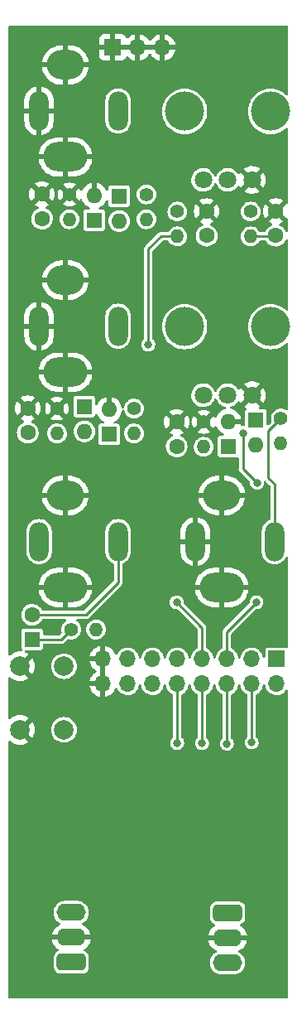
<source format=gbl>
%TF.GenerationSoftware,KiCad,Pcbnew,(6.0.1)*%
%TF.CreationDate,2022-10-15T14:58:34-04:00*%
%TF.ProjectId,SYNTH-VCO_CTL-03,53594e54-482d-4564-934f-5f43544c2d30,1*%
%TF.SameCoordinates,Original*%
%TF.FileFunction,Copper,L2,Bot*%
%TF.FilePolarity,Positive*%
%FSLAX46Y46*%
G04 Gerber Fmt 4.6, Leading zero omitted, Abs format (unit mm)*
G04 Created by KiCad (PCBNEW (6.0.1)) date 2022-10-15 14:58:34*
%MOMM*%
%LPD*%
G01*
G04 APERTURE LIST*
G04 Aperture macros list*
%AMRoundRect*
0 Rectangle with rounded corners*
0 $1 Rounding radius*
0 $2 $3 $4 $5 $6 $7 $8 $9 X,Y pos of 4 corners*
0 Add a 4 corners polygon primitive as box body*
4,1,4,$2,$3,$4,$5,$6,$7,$8,$9,$2,$3,0*
0 Add four circle primitives for the rounded corners*
1,1,$1+$1,$2,$3*
1,1,$1+$1,$4,$5*
1,1,$1+$1,$6,$7*
1,1,$1+$1,$8,$9*
0 Add four rect primitives between the rounded corners*
20,1,$1+$1,$2,$3,$4,$5,0*
20,1,$1+$1,$4,$5,$6,$7,0*
20,1,$1+$1,$6,$7,$8,$9,0*
20,1,$1+$1,$8,$9,$2,$3,0*%
G04 Aperture macros list end*
%TA.AperFunction,ComponentPad*%
%ADD10C,1.400000*%
%TD*%
%TA.AperFunction,ComponentPad*%
%ADD11O,1.400000X1.400000*%
%TD*%
%TA.AperFunction,ComponentPad*%
%ADD12R,1.600000X1.600000*%
%TD*%
%TA.AperFunction,ComponentPad*%
%ADD13O,1.600000X1.600000*%
%TD*%
%TA.AperFunction,ComponentPad*%
%ADD14RoundRect,0.437500X-1.062500X-0.437500X1.062500X-0.437500X1.062500X0.437500X-1.062500X0.437500X0*%
%TD*%
%TA.AperFunction,ComponentPad*%
%ADD15O,3.000000X1.750000*%
%TD*%
%TA.AperFunction,ComponentPad*%
%ADD16C,1.600000*%
%TD*%
%TA.AperFunction,ComponentPad*%
%ADD17RoundRect,0.437500X1.062500X0.437500X-1.062500X0.437500X-1.062500X-0.437500X1.062500X-0.437500X0*%
%TD*%
%TA.AperFunction,ComponentPad*%
%ADD18R,1.700000X1.700000*%
%TD*%
%TA.AperFunction,ComponentPad*%
%ADD19O,1.700000X1.700000*%
%TD*%
%TA.AperFunction,WasherPad*%
%ADD20C,4.000000*%
%TD*%
%TA.AperFunction,ComponentPad*%
%ADD21C,1.800000*%
%TD*%
%TA.AperFunction,ComponentPad*%
%ADD22C,2.000000*%
%TD*%
%TA.AperFunction,ComponentPad*%
%ADD23O,4.500000X3.000000*%
%TD*%
%TA.AperFunction,ComponentPad*%
%ADD24O,3.800000X3.000000*%
%TD*%
%TA.AperFunction,ComponentPad*%
%ADD25O,2.000000X4.000000*%
%TD*%
%TA.AperFunction,ViaPad*%
%ADD26C,0.800000*%
%TD*%
%TA.AperFunction,Conductor*%
%ADD27C,0.254000*%
%TD*%
%TA.AperFunction,Conductor*%
%ADD28C,0.250000*%
%TD*%
G04 APERTURE END LIST*
D10*
%TO.P,R7,1*%
%TO.N,/GATE*%
X148602000Y-97536000D03*
D11*
%TO.P,R7,2*%
%TO.N,/GATE_CTL*%
X148602000Y-100076000D03*
%TD*%
D12*
%TO.P,D5,1,K*%
%TO.N,+3V3*%
X132049000Y-74810001D03*
D13*
%TO.P,D5,2,A*%
%TO.N,/VPEROCT_CV*%
X132049000Y-77350001D03*
%TD*%
D12*
%TO.P,D8,1,K*%
%TO.N,+3V3*%
X128489000Y-96314315D03*
D13*
%TO.P,D8,2,A*%
%TO.N,/MOD_CV*%
X128489000Y-98854315D03*
%TD*%
D14*
%TO.P,SW2,1,1*%
%TO.N,/MODE_UP_PB*%
X127154000Y-153100000D03*
D15*
%TO.P,SW2,2,2*%
%TO.N,GND*%
X127154000Y-150560000D03*
%TO.P,SW2,3,3*%
%TO.N,/MODE_DN_PB*%
X127154000Y-148020000D03*
%TD*%
D12*
%TO.P,D6,1,K*%
%TO.N,/VPEROCT_CV*%
X129509000Y-77275686D03*
D13*
%TO.P,D6,2,A*%
%TO.N,GND*%
X129509000Y-74735686D03*
%TD*%
D10*
%TO.P,R13,1*%
%TO.N,/CV*%
X133569000Y-96520000D03*
D11*
%TO.P,R13,2*%
%TO.N,/MOD_CV*%
X133569000Y-99060000D03*
%TD*%
D10*
%TO.P,R12,1*%
%TO.N,/MOD_FINE*%
X145509000Y-76380000D03*
D11*
%TO.P,R12,2*%
%TO.N,/MOD_POT*%
X145509000Y-78920000D03*
%TD*%
D16*
%TO.P,C4,1*%
%TO.N,/GATE_CTL*%
X137939000Y-100380000D03*
%TO.P,C4,2*%
%TO.N,GND*%
X137939000Y-97880000D03*
%TD*%
%TO.P,C5,1*%
%TO.N,/VPEROCT_CV*%
X124154000Y-77100000D03*
%TO.P,C5,2*%
%TO.N,GND*%
X124154000Y-74600000D03*
%TD*%
D17*
%TO.P,SW4,1,1*%
%TO.N,/OCT_DN_PB*%
X143154000Y-148060000D03*
D15*
%TO.P,SW4,2,2*%
%TO.N,GND*%
X143154000Y-150600000D03*
%TO.P,SW4,3,3*%
%TO.N,/OCT_UP_PB*%
X143154000Y-153140000D03*
%TD*%
D12*
%TO.P,D4,1,K*%
%TO.N,/GATE_CTL*%
X143240000Y-100370000D03*
D13*
%TO.P,D4,2,A*%
%TO.N,GND*%
X143240000Y-97830000D03*
%TD*%
D10*
%TO.P,R8,1*%
%TO.N,GND*%
X140700000Y-97880000D03*
D11*
%TO.P,R8,2*%
%TO.N,/GATE_CTL*%
X140700000Y-100420000D03*
%TD*%
D10*
%TO.P,R9,1*%
%TO.N,/V_OCT*%
X134843000Y-74630000D03*
D11*
%TO.P,R9,2*%
%TO.N,/VPEROCT_CV*%
X134843000Y-77170000D03*
%TD*%
D16*
%TO.P,C7,1*%
%TO.N,/MOD_CV*%
X122699000Y-98990000D03*
%TO.P,C7,2*%
%TO.N,GND*%
X122699000Y-96490000D03*
%TD*%
D12*
%TO.P,D7,1,K*%
%TO.N,/MOD_CV*%
X131029000Y-99165686D03*
D13*
%TO.P,D7,2,A*%
%TO.N,GND*%
X131029000Y-96625686D03*
%TD*%
D10*
%TO.P,R1,1*%
%TO.N,Net-(C1-Pad1)*%
X127154000Y-119100000D03*
D11*
%TO.P,R1,2*%
%TO.N,/AUD_OUT*%
X129694000Y-119100000D03*
%TD*%
D12*
%TO.P,D3,1,K*%
%TO.N,+3V3*%
X146034000Y-97674315D03*
D13*
%TO.P,D3,2,A*%
%TO.N,/GATE_CTL*%
X146034000Y-100214315D03*
%TD*%
D18*
%TO.P,J5,1,Pin_1*%
%TO.N,+3V3*%
X148154000Y-122100000D03*
D19*
%TO.P,J5,2,Pin_2*%
X148154000Y-124640000D03*
%TO.P,J5,3,Pin_3*%
%TO.N,unconnected-(J5-Pad3)*%
X145614000Y-122100000D03*
%TO.P,J5,4,Pin_4*%
%TO.N,/OCT_DN_PB*%
X145614000Y-124640000D03*
%TO.P,J5,5,Pin_5*%
%TO.N,/MOD_POT*%
X143074000Y-122100000D03*
%TO.P,J5,6,Pin_6*%
%TO.N,/OCT_UP_PB*%
X143074000Y-124640000D03*
%TO.P,J5,7,Pin_7*%
%TO.N,/GATE_CTL*%
X140534000Y-122100000D03*
%TO.P,J5,8,Pin_8*%
%TO.N,/MODE_UP_PB*%
X140534000Y-124640000D03*
%TO.P,J5,9,Pin_9*%
%TO.N,/FREQ_POT*%
X137994000Y-122100000D03*
%TO.P,J5,10,Pin_10*%
%TO.N,/MODE_DN_PB*%
X137994000Y-124640000D03*
%TO.P,J5,11,Pin_11*%
%TO.N,/VPEROCT_CV*%
X135454000Y-122100000D03*
%TO.P,J5,12,Pin_12*%
%TO.N,/MOD_CV*%
X135454000Y-124640000D03*
%TO.P,J5,13,Pin_13*%
%TO.N,/AUD_OUT*%
X132914000Y-122100000D03*
%TO.P,J5,14,Pin_14*%
%TO.N,/TIMBRE_PB*%
X132914000Y-124640000D03*
%TO.P,J5,15,Pin_15*%
%TO.N,GND*%
X130374000Y-122100000D03*
%TO.P,J5,16,Pin_16*%
X130374000Y-124640000D03*
%TD*%
D10*
%TO.P,R11,1*%
%TO.N,/FREQ_FINE*%
X138009000Y-76380000D03*
D11*
%TO.P,R11,2*%
%TO.N,/FREQ_POT*%
X138009000Y-78920000D03*
%TD*%
D10*
%TO.P,R14,1*%
%TO.N,GND*%
X125694000Y-96520000D03*
D11*
%TO.P,R14,2*%
%TO.N,/MOD_CV*%
X125694000Y-99060000D03*
%TD*%
D16*
%TO.P,C8,1*%
%TO.N,/MOD_POT*%
X148094000Y-78850000D03*
%TO.P,C8,2*%
%TO.N,GND*%
X148094000Y-76350000D03*
%TD*%
D12*
%TO.P,C1,1*%
%TO.N,Net-(C1-Pad1)*%
X123154000Y-120100000D03*
D16*
%TO.P,C1,2*%
%TO.N,Net-(C1-Pad2)*%
X123154000Y-117600000D03*
%TD*%
D18*
%TO.P,J6,1,Pin_1*%
%TO.N,GND*%
X131404000Y-59600000D03*
D19*
%TO.P,J6,2,Pin_2*%
X133944000Y-59600000D03*
%TO.P,J6,3,Pin_3*%
X136484000Y-59600000D03*
%TD*%
D10*
%TO.P,R10,1*%
%TO.N,GND*%
X126969000Y-74630000D03*
D11*
%TO.P,R10,2*%
%TO.N,/VPEROCT_CV*%
X126969000Y-77170000D03*
%TD*%
D16*
%TO.P,C6,1*%
%TO.N,/FREQ_POT*%
X141009000Y-78850000D03*
%TO.P,C6,2*%
%TO.N,GND*%
X141009000Y-76350000D03*
%TD*%
D20*
%TO.P,RV2,*%
%TO.N,*%
X138754000Y-66150000D03*
X147554000Y-66150000D03*
D21*
%TO.P,RV2,1,1*%
%TO.N,+3V3*%
X140654000Y-73150000D03*
%TO.P,RV2,2,2*%
%TO.N,/FREQ_FINE*%
X143154000Y-73150000D03*
%TO.P,RV2,3,3*%
%TO.N,GND*%
X145654000Y-73150000D03*
%TD*%
D22*
%TO.P,SW1,1,1*%
%TO.N,GND*%
X121904000Y-122850000D03*
X121904000Y-129350000D03*
%TO.P,SW1,2,2*%
%TO.N,/TIMBRE_PB*%
X126404000Y-122850000D03*
X126404000Y-129350000D03*
%TD*%
D23*
%TO.P,J4,S*%
%TO.N,GND*%
X126554000Y-92800000D03*
D24*
X126554000Y-83400000D03*
D25*
%TO.P,J4,T*%
%TO.N,/CV*%
X131954000Y-88100000D03*
%TO.P,J4,TN*%
%TO.N,GND*%
X123854000Y-88100000D03*
%TD*%
D20*
%TO.P,RV1,*%
%TO.N,*%
X138754000Y-88150000D03*
X147554000Y-88150000D03*
D21*
%TO.P,RV1,1,1*%
%TO.N,+3V3*%
X140654000Y-95150000D03*
%TO.P,RV1,2,2*%
%TO.N,/MOD_FINE*%
X143154000Y-95150000D03*
%TO.P,RV1,3,3*%
%TO.N,GND*%
X145654000Y-95150000D03*
%TD*%
D24*
%TO.P,J1,S*%
%TO.N,GND*%
X142554000Y-105400000D03*
D23*
X142554000Y-114800000D03*
D25*
%TO.P,J1,T*%
%TO.N,/GATE*%
X147954000Y-110100000D03*
%TO.P,J1,TN*%
%TO.N,GND*%
X139854000Y-110100000D03*
%TD*%
D24*
%TO.P,J3,S*%
%TO.N,GND*%
X126554000Y-61400000D03*
D23*
X126554000Y-70800000D03*
D25*
%TO.P,J3,T*%
%TO.N,/V_OCT*%
X131954000Y-66100000D03*
%TO.P,J3,TN*%
%TO.N,GND*%
X123854000Y-66100000D03*
%TD*%
D24*
%TO.P,J2,S*%
%TO.N,GND*%
X126554000Y-105400000D03*
D23*
X126554000Y-114800000D03*
D25*
%TO.P,J2,T*%
%TO.N,Net-(C1-Pad2)*%
X131954000Y-110100000D03*
%TO.P,J2,TN*%
%TO.N,unconnected-(J2-PadTN)*%
X123854000Y-110100000D03*
%TD*%
D26*
%TO.N,/GATE_CTL*%
X137939000Y-116315000D03*
%TO.N,/FREQ_POT*%
X135047031Y-89993031D03*
%TO.N,/MOD_POT*%
X144722407Y-99031593D03*
X146114000Y-116310000D03*
X146154000Y-104100000D03*
%TO.N,/MODE_UP_PB*%
X140534000Y-130720000D03*
%TO.N,/MODE_DN_PB*%
X137994000Y-130690000D03*
%TO.N,/OCT_UP_PB*%
X143074000Y-130770000D03*
%TO.N,/OCT_DN_PB*%
X145614000Y-130640000D03*
%TD*%
D27*
%TO.N,Net-(C1-Pad2)*%
X131954000Y-114300000D02*
X131954000Y-110100000D01*
X123154000Y-117600000D02*
X128654000Y-117600000D01*
X128654000Y-117600000D02*
X131954000Y-114300000D01*
D28*
%TO.N,/GATE_CTL*%
X140534000Y-118910000D02*
X137939000Y-116315000D01*
X140534000Y-122100000D02*
X140534000Y-118910000D01*
%TO.N,/FREQ_POT*%
X135047031Y-80206969D02*
X135047031Y-89993031D01*
X136334000Y-78920000D02*
X135047031Y-80206969D01*
X138009000Y-78920000D02*
X136334000Y-78920000D01*
D27*
%TO.N,/MOD_POT*%
X144722407Y-99031593D02*
X144722407Y-102668407D01*
X144722407Y-102668407D02*
X146154000Y-104100000D01*
X143074000Y-122100000D02*
X143074000Y-119350000D01*
X143074000Y-119350000D02*
X146114000Y-116310000D01*
X145509000Y-78920000D02*
X148024000Y-78920000D01*
%TO.N,/MODE_UP_PB*%
X140534000Y-124640000D02*
X140534000Y-130720000D01*
%TO.N,/MODE_DN_PB*%
X137994000Y-124640000D02*
X137994000Y-130690000D01*
D28*
%TO.N,/GATE*%
X147954000Y-110100000D02*
X147954000Y-104204000D01*
X147954000Y-104204000D02*
X147332000Y-103582000D01*
X147332000Y-98806000D02*
X148602000Y-97536000D01*
X147332000Y-103582000D02*
X147332000Y-98806000D01*
D27*
%TO.N,/OCT_UP_PB*%
X143074000Y-124640000D02*
X143074000Y-130770000D01*
%TO.N,Net-(C1-Pad1)*%
X126154000Y-120100000D02*
X127154000Y-119100000D01*
X123154000Y-120100000D02*
X126154000Y-120100000D01*
%TO.N,/OCT_DN_PB*%
X145614000Y-124640000D02*
X145614000Y-130640000D01*
%TD*%
%TA.AperFunction,Conductor*%
%TO.N,GND*%
G36*
X149291321Y-57424802D02*
G01*
X149337814Y-57478458D01*
X149349200Y-57530800D01*
X149349200Y-64380049D01*
X149329198Y-64448170D01*
X149275542Y-64494663D01*
X149205268Y-64504767D01*
X149140123Y-64474781D01*
X149032102Y-64380049D01*
X148960389Y-64317159D01*
X148709123Y-64149268D01*
X148705424Y-64147444D01*
X148705419Y-64147441D01*
X148566309Y-64078840D01*
X148438093Y-64015611D01*
X148299061Y-63968416D01*
X148155849Y-63919802D01*
X148155845Y-63919801D01*
X148151936Y-63918474D01*
X148147892Y-63917670D01*
X148147886Y-63917668D01*
X147859587Y-63860321D01*
X147859581Y-63860320D01*
X147855548Y-63859518D01*
X147851443Y-63859249D01*
X147851436Y-63859248D01*
X147558120Y-63840024D01*
X147554000Y-63839754D01*
X147549880Y-63840024D01*
X147256564Y-63859248D01*
X147256557Y-63859249D01*
X147252452Y-63859518D01*
X147248419Y-63860320D01*
X147248413Y-63860321D01*
X146960114Y-63917668D01*
X146960108Y-63917670D01*
X146956064Y-63918474D01*
X146952155Y-63919801D01*
X146952151Y-63919802D01*
X146808939Y-63968416D01*
X146669907Y-64015611D01*
X146541691Y-64078840D01*
X146402581Y-64147441D01*
X146402576Y-64147444D01*
X146398877Y-64149268D01*
X146147611Y-64317159D01*
X145920409Y-64516409D01*
X145721159Y-64743611D01*
X145553268Y-64994877D01*
X145551444Y-64998576D01*
X145551441Y-64998581D01*
X145482840Y-65137691D01*
X145419611Y-65265907D01*
X145322474Y-65552064D01*
X145321670Y-65556108D01*
X145321668Y-65556114D01*
X145264578Y-65843124D01*
X145263518Y-65848452D01*
X145243754Y-66150000D01*
X145244024Y-66154120D01*
X145258312Y-66372115D01*
X145263518Y-66451548D01*
X145322474Y-66747936D01*
X145419611Y-67034093D01*
X145553268Y-67305123D01*
X145721159Y-67556389D01*
X145920409Y-67783591D01*
X145923506Y-67786307D01*
X145934861Y-67796265D01*
X146147611Y-67982841D01*
X146398877Y-68150732D01*
X146402576Y-68152556D01*
X146402581Y-68152559D01*
X146541691Y-68221160D01*
X146669907Y-68284389D01*
X146673812Y-68285714D01*
X146673813Y-68285715D01*
X146952151Y-68380198D01*
X146952155Y-68380199D01*
X146956064Y-68381526D01*
X146960108Y-68382330D01*
X146960114Y-68382332D01*
X147248413Y-68439679D01*
X147248419Y-68439680D01*
X147252452Y-68440482D01*
X147256557Y-68440751D01*
X147256564Y-68440752D01*
X147549880Y-68459976D01*
X147554000Y-68460246D01*
X147558120Y-68459976D01*
X147851436Y-68440752D01*
X147851443Y-68440751D01*
X147855548Y-68440482D01*
X147859581Y-68439680D01*
X147859587Y-68439679D01*
X148147886Y-68382332D01*
X148147892Y-68382330D01*
X148151936Y-68381526D01*
X148155845Y-68380199D01*
X148155849Y-68380198D01*
X148434187Y-68285715D01*
X148434188Y-68285714D01*
X148438093Y-68284389D01*
X148566309Y-68221160D01*
X148705419Y-68152559D01*
X148705424Y-68152556D01*
X148709123Y-68150732D01*
X148960389Y-67982841D01*
X149140123Y-67825219D01*
X149204527Y-67795342D01*
X149274860Y-67805028D01*
X149328791Y-67851201D01*
X149349200Y-67919951D01*
X149349200Y-75504927D01*
X149329198Y-75573048D01*
X149275542Y-75619541D01*
X149210228Y-75630257D01*
X149183147Y-75627454D01*
X149167566Y-75635644D01*
X148466022Y-76337188D01*
X148458408Y-76351132D01*
X148458539Y-76352965D01*
X148462790Y-76359580D01*
X149168287Y-77065077D01*
X149182231Y-77072691D01*
X149214211Y-77070404D01*
X149283585Y-77085495D01*
X149333787Y-77135697D01*
X149349200Y-77196083D01*
X149349200Y-78355685D01*
X149329198Y-78423806D01*
X149275542Y-78470299D01*
X149205268Y-78480403D01*
X149140688Y-78450909D01*
X149110194Y-78411414D01*
X149043014Y-78275187D01*
X149040460Y-78270008D01*
X148942093Y-78138279D01*
X148922370Y-78111866D01*
X148922369Y-78111865D01*
X148918917Y-78107242D01*
X148900732Y-78090432D01*
X148773986Y-77973269D01*
X148773983Y-77973267D01*
X148769746Y-77969350D01*
X148706537Y-77929468D01*
X148602829Y-77864033D01*
X148602824Y-77864031D01*
X148597945Y-77860952D01*
X148512658Y-77826926D01*
X148456799Y-77783105D01*
X148433499Y-77716041D01*
X148450155Y-77647026D01*
X148501480Y-77597971D01*
X148526741Y-77588189D01*
X148537754Y-77585238D01*
X148548053Y-77581490D01*
X148745511Y-77489414D01*
X148755006Y-77483931D01*
X148807048Y-77447491D01*
X148815424Y-77437012D01*
X148808356Y-77423566D01*
X148106812Y-76722022D01*
X148092868Y-76714408D01*
X148091035Y-76714539D01*
X148084420Y-76718790D01*
X147378923Y-77424287D01*
X147372493Y-77436062D01*
X147381789Y-77448077D01*
X147432994Y-77483931D01*
X147442489Y-77489414D01*
X147639947Y-77581490D01*
X147650243Y-77585237D01*
X147660131Y-77587887D01*
X147720753Y-77624840D01*
X147751773Y-77688702D01*
X147743342Y-77759196D01*
X147698138Y-77813942D01*
X147671127Y-77827805D01*
X147616118Y-77848099D01*
X147611157Y-77851051D01*
X147611156Y-77851051D01*
X147511366Y-77910420D01*
X147441538Y-77951963D01*
X147288809Y-78085902D01*
X147163046Y-78245432D01*
X147160357Y-78250543D01*
X147160355Y-78250546D01*
X147071007Y-78420368D01*
X147021588Y-78471340D01*
X146959499Y-78487700D01*
X146493471Y-78487700D01*
X146425350Y-78467698D01*
X146382220Y-78420854D01*
X146377201Y-78411414D01*
X146350387Y-78360984D01*
X146346496Y-78356214D01*
X146346494Y-78356210D01*
X146229672Y-78212972D01*
X146229670Y-78212970D01*
X146225783Y-78208204D01*
X146073877Y-78082536D01*
X146068460Y-78079607D01*
X146068457Y-78079605D01*
X145905872Y-77991696D01*
X145905868Y-77991694D01*
X145900454Y-77988767D01*
X145894574Y-77986947D01*
X145894572Y-77986946D01*
X145803104Y-77958632D01*
X145712122Y-77930468D01*
X145706004Y-77929825D01*
X145705999Y-77929824D01*
X145522181Y-77910505D01*
X145522179Y-77910505D01*
X145516052Y-77909861D01*
X145433586Y-77917366D01*
X145325853Y-77927170D01*
X145325850Y-77927171D01*
X145319714Y-77927729D01*
X145313808Y-77929467D01*
X145313804Y-77929468D01*
X145188769Y-77966268D01*
X145130586Y-77983392D01*
X144955871Y-78074731D01*
X144951071Y-78078591D01*
X144951070Y-78078591D01*
X144936343Y-78090432D01*
X144802225Y-78198265D01*
X144675500Y-78349291D01*
X144672536Y-78354683D01*
X144672533Y-78354687D01*
X144615454Y-78458515D01*
X144580523Y-78522054D01*
X144578662Y-78527921D01*
X144578661Y-78527923D01*
X144538836Y-78653469D01*
X144520911Y-78709975D01*
X144498934Y-78905896D01*
X144515432Y-79102354D01*
X144517131Y-79108279D01*
X144547716Y-79214942D01*
X144569773Y-79291866D01*
X144572592Y-79297351D01*
X144657072Y-79461732D01*
X144657075Y-79461736D01*
X144659890Y-79467214D01*
X144782349Y-79621719D01*
X144787042Y-79625713D01*
X144787043Y-79625714D01*
X144889204Y-79712659D01*
X144932486Y-79749495D01*
X145104582Y-79845677D01*
X145292082Y-79906599D01*
X145487845Y-79929942D01*
X145493980Y-79929470D01*
X145493982Y-79929470D01*
X145678272Y-79915290D01*
X145678277Y-79915289D01*
X145684413Y-79914817D01*
X145690343Y-79913161D01*
X145690345Y-79913161D01*
X145779357Y-79888308D01*
X145874300Y-79861800D01*
X145902449Y-79847581D01*
X146044772Y-79775689D01*
X146044774Y-79775688D01*
X146050273Y-79772910D01*
X146205629Y-79651532D01*
X146334450Y-79502291D01*
X146383435Y-79416063D01*
X146434475Y-79366712D01*
X146492991Y-79352300D01*
X147030182Y-79352300D01*
X147098303Y-79372302D01*
X147133079Y-79405580D01*
X147249923Y-79570910D01*
X147395432Y-79712659D01*
X147400228Y-79715864D01*
X147400231Y-79715866D01*
X147485604Y-79772910D01*
X147564337Y-79825518D01*
X147569640Y-79827796D01*
X147569643Y-79827798D01*
X147652640Y-79863456D01*
X147750980Y-79905706D01*
X147823381Y-79922088D01*
X147943474Y-79949263D01*
X147943479Y-79949264D01*
X147949111Y-79950538D01*
X147954882Y-79950765D01*
X147954884Y-79950765D01*
X148013801Y-79953080D01*
X148152095Y-79958514D01*
X148270121Y-79941401D01*
X148347411Y-79930195D01*
X148347415Y-79930194D01*
X148353133Y-79929365D01*
X148358605Y-79927507D01*
X148358607Y-79927507D01*
X148540028Y-79865922D01*
X148540030Y-79865921D01*
X148545492Y-79864067D01*
X148708266Y-79772910D01*
X148717694Y-79767630D01*
X148717695Y-79767629D01*
X148722731Y-79764809D01*
X148878913Y-79634913D01*
X149008809Y-79478731D01*
X149018329Y-79461732D01*
X149105247Y-79306528D01*
X149105248Y-79306525D01*
X149108067Y-79301492D01*
X149108817Y-79299284D01*
X149154073Y-79246039D01*
X149222000Y-79225389D01*
X149290308Y-79244741D01*
X149337310Y-79297952D01*
X149349200Y-79351383D01*
X149349200Y-86380049D01*
X149329198Y-86448170D01*
X149275542Y-86494663D01*
X149205268Y-86504767D01*
X149140123Y-86474781D01*
X149032102Y-86380049D01*
X148960389Y-86317159D01*
X148709123Y-86149268D01*
X148705424Y-86147444D01*
X148705419Y-86147441D01*
X148566309Y-86078840D01*
X148438093Y-86015611D01*
X148299061Y-85968416D01*
X148155849Y-85919802D01*
X148155845Y-85919801D01*
X148151936Y-85918474D01*
X148147892Y-85917670D01*
X148147886Y-85917668D01*
X147859587Y-85860321D01*
X147859581Y-85860320D01*
X147855548Y-85859518D01*
X147851443Y-85859249D01*
X147851436Y-85859248D01*
X147558120Y-85840024D01*
X147554000Y-85839754D01*
X147549880Y-85840024D01*
X147256564Y-85859248D01*
X147256557Y-85859249D01*
X147252452Y-85859518D01*
X147248419Y-85860320D01*
X147248413Y-85860321D01*
X146960114Y-85917668D01*
X146960108Y-85917670D01*
X146956064Y-85918474D01*
X146952155Y-85919801D01*
X146952151Y-85919802D01*
X146808939Y-85968416D01*
X146669907Y-86015611D01*
X146541691Y-86078840D01*
X146402581Y-86147441D01*
X146402576Y-86147444D01*
X146398877Y-86149268D01*
X146147611Y-86317159D01*
X145920409Y-86516409D01*
X145721159Y-86743611D01*
X145553268Y-86994877D01*
X145551444Y-86998576D01*
X145551441Y-86998581D01*
X145482840Y-87137691D01*
X145419611Y-87265907D01*
X145322474Y-87552064D01*
X145321670Y-87556108D01*
X145321668Y-87556114D01*
X145264578Y-87843124D01*
X145263518Y-87848452D01*
X145243754Y-88150000D01*
X145244024Y-88154120D01*
X145258312Y-88372115D01*
X145263518Y-88451548D01*
X145322474Y-88747936D01*
X145419611Y-89034093D01*
X145553268Y-89305123D01*
X145721159Y-89556389D01*
X145920409Y-89783591D01*
X145923506Y-89786307D01*
X145934861Y-89796265D01*
X146147611Y-89982841D01*
X146398877Y-90150732D01*
X146402576Y-90152556D01*
X146402581Y-90152559D01*
X146541691Y-90221160D01*
X146669907Y-90284389D01*
X146673812Y-90285714D01*
X146673813Y-90285715D01*
X146952151Y-90380198D01*
X146952155Y-90380199D01*
X146956064Y-90381526D01*
X146960108Y-90382330D01*
X146960114Y-90382332D01*
X147248413Y-90439679D01*
X147248419Y-90439680D01*
X147252452Y-90440482D01*
X147256557Y-90440751D01*
X147256564Y-90440752D01*
X147549880Y-90459976D01*
X147554000Y-90460246D01*
X147558120Y-90459976D01*
X147851436Y-90440752D01*
X147851443Y-90440751D01*
X147855548Y-90440482D01*
X147859581Y-90439680D01*
X147859587Y-90439679D01*
X148147886Y-90382332D01*
X148147892Y-90382330D01*
X148151936Y-90381526D01*
X148155845Y-90380199D01*
X148155849Y-90380198D01*
X148434187Y-90285715D01*
X148434188Y-90285714D01*
X148438093Y-90284389D01*
X148566309Y-90221160D01*
X148705419Y-90152559D01*
X148705424Y-90152556D01*
X148709123Y-90150732D01*
X148960389Y-89982841D01*
X149140123Y-89825219D01*
X149204527Y-89795342D01*
X149274860Y-89805028D01*
X149328791Y-89851201D01*
X149349200Y-89919951D01*
X149349200Y-96585751D01*
X149329198Y-96653872D01*
X149275542Y-96700365D01*
X149205268Y-96710469D01*
X149163275Y-96696588D01*
X148993454Y-96604767D01*
X148987574Y-96602947D01*
X148987572Y-96602946D01*
X148884242Y-96570960D01*
X148805122Y-96546468D01*
X148799004Y-96545825D01*
X148798999Y-96545824D01*
X148615181Y-96526505D01*
X148615179Y-96526505D01*
X148609052Y-96525861D01*
X148532673Y-96532812D01*
X148418853Y-96543170D01*
X148418850Y-96543171D01*
X148412714Y-96543729D01*
X148406808Y-96545467D01*
X148406804Y-96545468D01*
X148324682Y-96569638D01*
X148223586Y-96599392D01*
X148048871Y-96690731D01*
X148044071Y-96694591D01*
X148044070Y-96694591D01*
X148039338Y-96698396D01*
X147895225Y-96814265D01*
X147768500Y-96965291D01*
X147765536Y-96970683D01*
X147765533Y-96970687D01*
X147711240Y-97069447D01*
X147673523Y-97138054D01*
X147671662Y-97143921D01*
X147671661Y-97143923D01*
X147622779Y-97298020D01*
X147613911Y-97325975D01*
X147591934Y-97521896D01*
X147597492Y-97588077D01*
X147607059Y-97702000D01*
X147608432Y-97718354D01*
X147629588Y-97792134D01*
X147633140Y-97804523D01*
X147632689Y-97875519D01*
X147601116Y-97928348D01*
X147354395Y-98175069D01*
X147292083Y-98209095D01*
X147221268Y-98204030D01*
X147164432Y-98161483D01*
X147139621Y-98094963D01*
X147139300Y-98085974D01*
X147139300Y-96828957D01*
X147137552Y-96814265D01*
X147137250Y-96811722D01*
X147137249Y-96811719D01*
X147136133Y-96802337D01*
X147089964Y-96698396D01*
X147045362Y-96653872D01*
X147017705Y-96626263D01*
X147017703Y-96626262D01*
X147009472Y-96618045D01*
X146905451Y-96572057D01*
X146879358Y-96569015D01*
X146483016Y-96569015D01*
X146414895Y-96549013D01*
X146368402Y-96495357D01*
X146358298Y-96425083D01*
X146387792Y-96360503D01*
X146409847Y-96340436D01*
X146439097Y-96319572D01*
X146447497Y-96308874D01*
X146440510Y-96295721D01*
X145666811Y-95522021D01*
X145652868Y-95514408D01*
X145651034Y-95514539D01*
X145644420Y-95518790D01*
X144864180Y-96299031D01*
X144857423Y-96311406D01*
X144862704Y-96318461D01*
X145034740Y-96418991D01*
X145083463Y-96470630D01*
X145096534Y-96540413D01*
X145069802Y-96606185D01*
X145057443Y-96617715D01*
X145058081Y-96618351D01*
X144985948Y-96690610D01*
X144985947Y-96690612D01*
X144977730Y-96698843D01*
X144931742Y-96802864D01*
X144928700Y-96828957D01*
X144928700Y-98200668D01*
X144908698Y-98268789D01*
X144855042Y-98315282D01*
X144802042Y-98326666D01*
X144640746Y-98325822D01*
X144637622Y-98326572D01*
X144569496Y-98314849D01*
X144517145Y-98266892D01*
X144499031Y-98198245D01*
X144503276Y-98169113D01*
X144521394Y-98101497D01*
X144521058Y-98087401D01*
X144513116Y-98084000D01*
X143112000Y-98084000D01*
X143043879Y-98063998D01*
X142997386Y-98010342D01*
X142986000Y-97958000D01*
X142986000Y-97702000D01*
X143006002Y-97633879D01*
X143059658Y-97587386D01*
X143112000Y-97576000D01*
X144507967Y-97576000D01*
X144521498Y-97572027D01*
X144522727Y-97563478D01*
X144475236Y-97386239D01*
X144471490Y-97375947D01*
X144379414Y-97178489D01*
X144373931Y-97168993D01*
X144248972Y-96990533D01*
X144241916Y-96982125D01*
X144087875Y-96828084D01*
X144079467Y-96821028D01*
X143901007Y-96696069D01*
X143891511Y-96690586D01*
X143694053Y-96598510D01*
X143683761Y-96594764D01*
X143506030Y-96547141D01*
X143445407Y-96510189D01*
X143414386Y-96446328D01*
X143422814Y-96375834D01*
X143468017Y-96321087D01*
X143498140Y-96306121D01*
X143640868Y-96257672D01*
X143640873Y-96257670D01*
X143646340Y-96255814D01*
X143717333Y-96216056D01*
X143834567Y-96150402D01*
X143834571Y-96150399D01*
X143839614Y-96147575D01*
X144009927Y-96005927D01*
X144151575Y-95835614D01*
X144176004Y-95791993D01*
X144226740Y-95742333D01*
X144296272Y-95727986D01*
X144362522Y-95753508D01*
X144393370Y-95787727D01*
X144484097Y-95935781D01*
X144494553Y-95945242D01*
X144503331Y-95941458D01*
X145281979Y-95162811D01*
X145288356Y-95151132D01*
X146018408Y-95151132D01*
X146018539Y-95152966D01*
X146022790Y-95159580D01*
X146800307Y-95937096D01*
X146812313Y-95943652D01*
X146824052Y-95934684D01*
X146862010Y-95881859D01*
X146867321Y-95873020D01*
X146965321Y-95674731D01*
X146969117Y-95665142D01*
X147033415Y-95453517D01*
X147035594Y-95443436D01*
X147064702Y-95222338D01*
X147065221Y-95215663D01*
X147066744Y-95153364D01*
X147066550Y-95146646D01*
X147048279Y-94924400D01*
X147046596Y-94914238D01*
X146992710Y-94699708D01*
X146989389Y-94689953D01*
X146901193Y-94487118D01*
X146896315Y-94478020D01*
X146823224Y-94365038D01*
X146812538Y-94355835D01*
X146802973Y-94360238D01*
X146026021Y-95137189D01*
X146018408Y-95151132D01*
X145288356Y-95151132D01*
X145289592Y-95148868D01*
X145289461Y-95147034D01*
X145285210Y-95140420D01*
X144507862Y-94363073D01*
X144496330Y-94356776D01*
X144484048Y-94366399D01*
X144428467Y-94447877D01*
X144423376Y-94456839D01*
X144403745Y-94499130D01*
X144356921Y-94552497D01*
X144288678Y-94572077D01*
X144220682Y-94551653D01*
X144186905Y-94516925D01*
X144186090Y-94517534D01*
X144057003Y-94344665D01*
X144057002Y-94344664D01*
X144053550Y-94340041D01*
X143890884Y-94189674D01*
X143827923Y-94149949D01*
X143708423Y-94074550D01*
X143708418Y-94074548D01*
X143703539Y-94071469D01*
X143501119Y-93990711D01*
X144859508Y-93990711D01*
X144866251Y-94003040D01*
X145641189Y-94777979D01*
X145655132Y-94785592D01*
X145656966Y-94785461D01*
X145663580Y-94781210D01*
X146442994Y-94001795D01*
X146450011Y-93988944D01*
X146442237Y-93978274D01*
X146439902Y-93976430D01*
X146431320Y-93970729D01*
X146237678Y-93863833D01*
X146228272Y-93859606D01*
X146019772Y-93785772D01*
X146009809Y-93783140D01*
X145792047Y-93744350D01*
X145781796Y-93743381D01*
X145560616Y-93740679D01*
X145550332Y-93741399D01*
X145331693Y-93774855D01*
X145321666Y-93777244D01*
X145111426Y-93845961D01*
X145101916Y-93849958D01*
X144905725Y-93952089D01*
X144897007Y-93957578D01*
X144867961Y-93979386D01*
X144859508Y-93990711D01*
X143501119Y-93990711D01*
X143497790Y-93989383D01*
X143492130Y-93988257D01*
X143492126Y-93988256D01*
X143286196Y-93947294D01*
X143286191Y-93947294D01*
X143280528Y-93946167D01*
X143274753Y-93946091D01*
X143274749Y-93946091D01*
X143165551Y-93944662D01*
X143059028Y-93943267D01*
X142840709Y-93980782D01*
X142632882Y-94057453D01*
X142627921Y-94060405D01*
X142627920Y-94060405D01*
X142447475Y-94167758D01*
X142447472Y-94167760D01*
X142442507Y-94170714D01*
X142275960Y-94316772D01*
X142138819Y-94490734D01*
X142136128Y-94495850D01*
X142136126Y-94495852D01*
X142061963Y-94636814D01*
X142035677Y-94686775D01*
X142033964Y-94692292D01*
X142033963Y-94692295D01*
X142025606Y-94719209D01*
X141986303Y-94778335D01*
X141921274Y-94806826D01*
X141851165Y-94795637D01*
X141798235Y-94748320D01*
X141787643Y-94727002D01*
X141785631Y-94721762D01*
X141784065Y-94716208D01*
X141772271Y-94692292D01*
X141688645Y-94522715D01*
X141686090Y-94517534D01*
X141676321Y-94504451D01*
X141557003Y-94344665D01*
X141557002Y-94344664D01*
X141553550Y-94340041D01*
X141390884Y-94189674D01*
X141327923Y-94149949D01*
X141208423Y-94074550D01*
X141208418Y-94074548D01*
X141203539Y-94071469D01*
X140997790Y-93989383D01*
X140992130Y-93988257D01*
X140992126Y-93988256D01*
X140786196Y-93947294D01*
X140786191Y-93947294D01*
X140780528Y-93946167D01*
X140774753Y-93946091D01*
X140774749Y-93946091D01*
X140665551Y-93944662D01*
X140559028Y-93943267D01*
X140340709Y-93980782D01*
X140132882Y-94057453D01*
X140127921Y-94060405D01*
X140127920Y-94060405D01*
X139947475Y-94167758D01*
X139947472Y-94167760D01*
X139942507Y-94170714D01*
X139775960Y-94316772D01*
X139638819Y-94490734D01*
X139636128Y-94495850D01*
X139636126Y-94495852D01*
X139561963Y-94636814D01*
X139535677Y-94686775D01*
X139469988Y-94898330D01*
X139443951Y-95118314D01*
X139458439Y-95339358D01*
X139512966Y-95554061D01*
X139522297Y-95574301D01*
X139603288Y-95749986D01*
X139603291Y-95749991D01*
X139605707Y-95755232D01*
X139609038Y-95759945D01*
X139609039Y-95759947D01*
X139714514Y-95909189D01*
X139733556Y-95936133D01*
X139742220Y-95944573D01*
X139846583Y-96046239D01*
X139892230Y-96090707D01*
X139897026Y-96093912D01*
X139897029Y-96093914D01*
X140045248Y-96192951D01*
X140076416Y-96213776D01*
X140081719Y-96216054D01*
X140081722Y-96216056D01*
X140161193Y-96250199D01*
X140279946Y-96301220D01*
X140496003Y-96350108D01*
X140501777Y-96350335D01*
X140501778Y-96350335D01*
X140544387Y-96352009D01*
X140717351Y-96358805D01*
X140844041Y-96340436D01*
X140930863Y-96327848D01*
X140930868Y-96327847D01*
X140936577Y-96327019D01*
X140942041Y-96325164D01*
X140942046Y-96325163D01*
X141140868Y-96257672D01*
X141140873Y-96257670D01*
X141146340Y-96255814D01*
X141217333Y-96216056D01*
X141334567Y-96150402D01*
X141334571Y-96150399D01*
X141339614Y-96147575D01*
X141509927Y-96005927D01*
X141651575Y-95835614D01*
X141654399Y-95830571D01*
X141654402Y-95830567D01*
X141756990Y-95647383D01*
X141756991Y-95647381D01*
X141759814Y-95642340D01*
X141761670Y-95636873D01*
X141761672Y-95636868D01*
X141782910Y-95574301D01*
X141823747Y-95516225D01*
X141889500Y-95489446D01*
X141959292Y-95502467D01*
X142010965Y-95551154D01*
X142016649Y-95562051D01*
X142103288Y-95749986D01*
X142103291Y-95749991D01*
X142105707Y-95755232D01*
X142109038Y-95759945D01*
X142109039Y-95759947D01*
X142214514Y-95909189D01*
X142233556Y-95936133D01*
X142242220Y-95944573D01*
X142346583Y-96046239D01*
X142392230Y-96090707D01*
X142397026Y-96093912D01*
X142397029Y-96093914D01*
X142545248Y-96192951D01*
X142576416Y-96213776D01*
X142581719Y-96216054D01*
X142581722Y-96216056D01*
X142661193Y-96250199D01*
X142779946Y-96301220D01*
X142867747Y-96321087D01*
X142885208Y-96325038D01*
X142947235Y-96359581D01*
X142980740Y-96422174D01*
X142975086Y-96492945D01*
X142932067Y-96549424D01*
X142890012Y-96569638D01*
X142796239Y-96594764D01*
X142785947Y-96598510D01*
X142588489Y-96690586D01*
X142578993Y-96696069D01*
X142400533Y-96821028D01*
X142392125Y-96828084D01*
X142238084Y-96982125D01*
X142231028Y-96990533D01*
X142106069Y-97168993D01*
X142100586Y-97178489D01*
X142017368Y-97356951D01*
X141970451Y-97410236D01*
X141902173Y-97429697D01*
X141834213Y-97409155D01*
X141788978Y-97356950D01*
X141752479Y-97278677D01*
X141747001Y-97269189D01*
X141725689Y-97238752D01*
X141715212Y-97230377D01*
X141701764Y-97237446D01*
X141072022Y-97867188D01*
X141064408Y-97881132D01*
X141064539Y-97882965D01*
X141068790Y-97889580D01*
X141702486Y-98523276D01*
X141714261Y-98529706D01*
X141726276Y-98520410D01*
X141747001Y-98490811D01*
X141752479Y-98481323D01*
X141812293Y-98353049D01*
X141859210Y-98299763D01*
X141927487Y-98280302D01*
X141995447Y-98300843D01*
X142040683Y-98353048D01*
X142100586Y-98481511D01*
X142106069Y-98491007D01*
X142231028Y-98669467D01*
X142238084Y-98677875D01*
X142392125Y-98831916D01*
X142400533Y-98838972D01*
X142578993Y-98963931D01*
X142588489Y-98969414D01*
X142706633Y-99024505D01*
X142759918Y-99071422D01*
X142779379Y-99139700D01*
X142758837Y-99207660D01*
X142704814Y-99253725D01*
X142653383Y-99264700D01*
X142394642Y-99264700D01*
X142383748Y-99265996D01*
X142377407Y-99266750D01*
X142377404Y-99266751D01*
X142368022Y-99267867D01*
X142264081Y-99314036D01*
X142227169Y-99351013D01*
X142191948Y-99386295D01*
X142191947Y-99386297D01*
X142183730Y-99394528D01*
X142137742Y-99498549D01*
X142134700Y-99524642D01*
X142134700Y-101215358D01*
X142137867Y-101241978D01*
X142184036Y-101345919D01*
X142193652Y-101355518D01*
X142256295Y-101418052D01*
X142256297Y-101418053D01*
X142264528Y-101426270D01*
X142368549Y-101472258D01*
X142394642Y-101475300D01*
X144085358Y-101475300D01*
X144096252Y-101474004D01*
X144102593Y-101473250D01*
X144102596Y-101473249D01*
X144111978Y-101472133D01*
X144120617Y-101468296D01*
X144129733Y-101465790D01*
X144130708Y-101469337D01*
X144183307Y-101462319D01*
X144247584Y-101492468D01*
X144285358Y-101552582D01*
X144290107Y-101586848D01*
X144290107Y-102635275D01*
X144289234Y-102650084D01*
X144285440Y-102682140D01*
X144295546Y-102737476D01*
X144296187Y-102741329D01*
X144304551Y-102796956D01*
X144307550Y-102803202D01*
X144308795Y-102810018D01*
X144334727Y-102859940D01*
X144336476Y-102863442D01*
X144360821Y-102914140D01*
X144365526Y-102919229D01*
X144368719Y-102925377D01*
X144372849Y-102930214D01*
X144408537Y-102965902D01*
X144411966Y-102969468D01*
X144449062Y-103009598D01*
X144455215Y-103013172D01*
X144460892Y-103018257D01*
X145410282Y-103967647D01*
X145444308Y-104029959D01*
X145446109Y-104073187D01*
X145444550Y-104085026D01*
X145444550Y-104085034D01*
X145443559Y-104092560D01*
X145448274Y-104135267D01*
X145459508Y-104237018D01*
X145462292Y-104262239D01*
X145464901Y-104269370D01*
X145464902Y-104269372D01*
X145506205Y-104382236D01*
X145520958Y-104422551D01*
X145616170Y-104564242D01*
X145621782Y-104569349D01*
X145621785Y-104569352D01*
X145736811Y-104674018D01*
X145736815Y-104674021D01*
X145742432Y-104679132D01*
X145749109Y-104682757D01*
X145749110Y-104682758D01*
X145772000Y-104695186D01*
X145892455Y-104760588D01*
X146057577Y-104803907D01*
X146144592Y-104805274D01*
X146220666Y-104806469D01*
X146220669Y-104806469D01*
X146228265Y-104806588D01*
X146235669Y-104804892D01*
X146235671Y-104804892D01*
X146334513Y-104782254D01*
X146394667Y-104768477D01*
X146547174Y-104691774D01*
X146552945Y-104686845D01*
X146552948Y-104686843D01*
X146671210Y-104585837D01*
X146671211Y-104585836D01*
X146676982Y-104580907D01*
X146776598Y-104442276D01*
X146781993Y-104428855D01*
X146837436Y-104290939D01*
X146837437Y-104290937D01*
X146840271Y-104283886D01*
X146864324Y-104114879D01*
X146864480Y-104100000D01*
X146856445Y-104033605D01*
X146868118Y-103963574D01*
X146915799Y-103910972D01*
X146984350Y-103892499D01*
X147052006Y-103914019D01*
X147054802Y-103916077D01*
X147059919Y-103921612D01*
X147066051Y-103925174D01*
X147071677Y-103930213D01*
X147486795Y-104345331D01*
X147520821Y-104407643D01*
X147523700Y-104434426D01*
X147523700Y-107780142D01*
X147503698Y-107848263D01*
X147450950Y-107894337D01*
X147303844Y-107962933D01*
X147303839Y-107962936D01*
X147298857Y-107965259D01*
X147294350Y-107968415D01*
X147294348Y-107968416D01*
X147116275Y-108093104D01*
X147116272Y-108093106D01*
X147111764Y-108096263D01*
X146950263Y-108257764D01*
X146947106Y-108262272D01*
X146947104Y-108262275D01*
X146854314Y-108394793D01*
X146819259Y-108444857D01*
X146816936Y-108449839D01*
X146816933Y-108449844D01*
X146765669Y-108559781D01*
X146722734Y-108651856D01*
X146721312Y-108657164D01*
X146721311Y-108657166D01*
X146666116Y-108863157D01*
X146663620Y-108872471D01*
X146663141Y-108877951D01*
X146653042Y-108993384D01*
X146648700Y-109043009D01*
X146648700Y-111156991D01*
X146648938Y-111159708D01*
X146648938Y-111159715D01*
X146653289Y-111209449D01*
X146663620Y-111327529D01*
X146665044Y-111332842D01*
X146665044Y-111332844D01*
X146668783Y-111346796D01*
X146722734Y-111548144D01*
X146725057Y-111553125D01*
X146725057Y-111553126D01*
X146816933Y-111750156D01*
X146816936Y-111750161D01*
X146819259Y-111755143D01*
X146822415Y-111759650D01*
X146822416Y-111759652D01*
X146937196Y-111923574D01*
X146950263Y-111942236D01*
X147111764Y-112103737D01*
X147116272Y-112106894D01*
X147116275Y-112106896D01*
X147227105Y-112184500D01*
X147298857Y-112234741D01*
X147303839Y-112237064D01*
X147303844Y-112237067D01*
X147448949Y-112304730D01*
X147505856Y-112331266D01*
X147511164Y-112332688D01*
X147511166Y-112332689D01*
X147721156Y-112388956D01*
X147721158Y-112388956D01*
X147726471Y-112390380D01*
X147954000Y-112410286D01*
X148181529Y-112390380D01*
X148186842Y-112388956D01*
X148186844Y-112388956D01*
X148396834Y-112332689D01*
X148396836Y-112332688D01*
X148402144Y-112331266D01*
X148459051Y-112304730D01*
X148604156Y-112237067D01*
X148604161Y-112237064D01*
X148609143Y-112234741D01*
X148680895Y-112184500D01*
X148791725Y-112106896D01*
X148791728Y-112106894D01*
X148796236Y-112103737D01*
X148957737Y-111942236D01*
X148970805Y-111923574D01*
X149085584Y-111759652D01*
X149085585Y-111759650D01*
X149088741Y-111755143D01*
X149091064Y-111750161D01*
X149091067Y-111750156D01*
X149109005Y-111711687D01*
X149155923Y-111658402D01*
X149224200Y-111638941D01*
X149292160Y-111659483D01*
X149338225Y-111713506D01*
X149349200Y-111764937D01*
X149349200Y-120875298D01*
X149329198Y-120943419D01*
X149275542Y-120989912D01*
X149205268Y-121000016D01*
X149172252Y-120990538D01*
X149121775Y-120968222D01*
X149075451Y-120947742D01*
X149049358Y-120944700D01*
X147258642Y-120944700D01*
X147247748Y-120945996D01*
X147241407Y-120946750D01*
X147241404Y-120946751D01*
X147232022Y-120947867D01*
X147178927Y-120971451D01*
X147145268Y-120986402D01*
X147128081Y-120994036D01*
X147088002Y-121034186D01*
X147055948Y-121066295D01*
X147055947Y-121066297D01*
X147047730Y-121074528D01*
X147001742Y-121178549D01*
X146998700Y-121204642D01*
X146998700Y-121842339D01*
X146978698Y-121910460D01*
X146925042Y-121956953D01*
X146854768Y-121967057D01*
X146790188Y-121937563D01*
X146751431Y-121876541D01*
X146738997Y-121832452D01*
X146697186Y-121684204D01*
X146603275Y-121493772D01*
X146535613Y-121403161D01*
X146479686Y-121328266D01*
X146479685Y-121328265D01*
X146476233Y-121323642D01*
X146382378Y-121236883D01*
X146324555Y-121183432D01*
X146324552Y-121183430D01*
X146320315Y-121179513D01*
X146140742Y-121066211D01*
X146125606Y-121060172D01*
X145997283Y-121008976D01*
X145943529Y-120987530D01*
X145937861Y-120986403D01*
X145937859Y-120986402D01*
X145740946Y-120947234D01*
X145740944Y-120947234D01*
X145735279Y-120946107D01*
X145729504Y-120946031D01*
X145729500Y-120946031D01*
X145623283Y-120944641D01*
X145522968Y-120943328D01*
X145517271Y-120944307D01*
X145517270Y-120944307D01*
X145319395Y-120978308D01*
X145319392Y-120978309D01*
X145313705Y-120979286D01*
X145114500Y-121052776D01*
X145034763Y-121100215D01*
X144941058Y-121155964D01*
X144932023Y-121161339D01*
X144772385Y-121301337D01*
X144768818Y-121305862D01*
X144768813Y-121305867D01*
X144646663Y-121460814D01*
X144640933Y-121468083D01*
X144638245Y-121473192D01*
X144544759Y-121650880D01*
X144544757Y-121650885D01*
X144542070Y-121655992D01*
X144479105Y-121858771D01*
X144470078Y-121935041D01*
X144469690Y-121938321D01*
X144441820Y-122003619D01*
X144383072Y-122043483D01*
X144312097Y-122045258D01*
X144251430Y-122008379D01*
X144220333Y-121944555D01*
X144219092Y-121935041D01*
X144215350Y-121894315D01*
X144215349Y-121894312D01*
X144214821Y-121888561D01*
X144202818Y-121846000D01*
X144186003Y-121786382D01*
X144157186Y-121684204D01*
X144063275Y-121493772D01*
X143995613Y-121403161D01*
X143939686Y-121328266D01*
X143939685Y-121328265D01*
X143936233Y-121323642D01*
X143842378Y-121236883D01*
X143784555Y-121183432D01*
X143784552Y-121183430D01*
X143780315Y-121179513D01*
X143600742Y-121066211D01*
X143595381Y-121064072D01*
X143585606Y-121060172D01*
X143529748Y-121016349D01*
X143506300Y-120943143D01*
X143506300Y-119581255D01*
X143526302Y-119513134D01*
X143543205Y-119492160D01*
X145983671Y-117051694D01*
X146045983Y-117017668D01*
X146074745Y-117014805D01*
X146180666Y-117016469D01*
X146180669Y-117016469D01*
X146188265Y-117016588D01*
X146195669Y-117014892D01*
X146195671Y-117014892D01*
X146280637Y-116995432D01*
X146354667Y-116978477D01*
X146507174Y-116901774D01*
X146512945Y-116896845D01*
X146512948Y-116896843D01*
X146631210Y-116795837D01*
X146631211Y-116795836D01*
X146636982Y-116790907D01*
X146736598Y-116652276D01*
X146741379Y-116640383D01*
X146797436Y-116500939D01*
X146797437Y-116500937D01*
X146800271Y-116493886D01*
X146824324Y-116324879D01*
X146824396Y-116317971D01*
X146824437Y-116314134D01*
X146824437Y-116314129D01*
X146824480Y-116310000D01*
X146803971Y-116140527D01*
X146743630Y-115980837D01*
X146739331Y-115974582D01*
X146739329Y-115974578D01*
X146651241Y-115846410D01*
X146651240Y-115846408D01*
X146646939Y-115840151D01*
X146640705Y-115834596D01*
X146525152Y-115731643D01*
X146519481Y-115726590D01*
X146511523Y-115722376D01*
X146375322Y-115650262D01*
X146375321Y-115650261D01*
X146368613Y-115646710D01*
X146203047Y-115605122D01*
X146195449Y-115605082D01*
X146195447Y-115605082D01*
X146121658Y-115604696D01*
X146032339Y-115604229D01*
X146024960Y-115606001D01*
X146024956Y-115606001D01*
X145873726Y-115642308D01*
X145873722Y-115642309D01*
X145866347Y-115644080D01*
X145714651Y-115722376D01*
X145708929Y-115727368D01*
X145708927Y-115727369D01*
X145698296Y-115736643D01*
X145586010Y-115834596D01*
X145487852Y-115974262D01*
X145425841Y-116133311D01*
X145424849Y-116140844D01*
X145424849Y-116140845D01*
X145410375Y-116250790D01*
X145403559Y-116302560D01*
X145404945Y-116315110D01*
X145407510Y-116338349D01*
X145395104Y-116408253D01*
X145371366Y-116441270D01*
X142791748Y-119020887D01*
X142780659Y-119030742D01*
X142755307Y-119050728D01*
X142723677Y-119096494D01*
X142723352Y-119096964D01*
X142721051Y-119100184D01*
X142687633Y-119145429D01*
X142685337Y-119151966D01*
X142681398Y-119157666D01*
X142678558Y-119166647D01*
X142664440Y-119211287D01*
X142663189Y-119215036D01*
X142644561Y-119268080D01*
X142644289Y-119275001D01*
X142642199Y-119281610D01*
X142641700Y-119287951D01*
X142641700Y-119338413D01*
X142641603Y-119343359D01*
X142639457Y-119397974D01*
X142641281Y-119404854D01*
X142641700Y-119412466D01*
X142641700Y-120941809D01*
X142621698Y-121009930D01*
X142574010Y-121051952D01*
X142574500Y-121052776D01*
X142569534Y-121055731D01*
X142569533Y-121055731D01*
X142401058Y-121155964D01*
X142392023Y-121161339D01*
X142232385Y-121301337D01*
X142228818Y-121305862D01*
X142228813Y-121305867D01*
X142106663Y-121460814D01*
X142100933Y-121468083D01*
X142098245Y-121473192D01*
X142004759Y-121650880D01*
X142004757Y-121650885D01*
X142002070Y-121655992D01*
X141939105Y-121858771D01*
X141930078Y-121935041D01*
X141929690Y-121938321D01*
X141901820Y-122003619D01*
X141843072Y-122043483D01*
X141772097Y-122045258D01*
X141711430Y-122008379D01*
X141680333Y-121944555D01*
X141679092Y-121935041D01*
X141675350Y-121894315D01*
X141675349Y-121894312D01*
X141674821Y-121888561D01*
X141662818Y-121846000D01*
X141646003Y-121786382D01*
X141617186Y-121684204D01*
X141523275Y-121493772D01*
X141455613Y-121403161D01*
X141399686Y-121328266D01*
X141399685Y-121328265D01*
X141396233Y-121323642D01*
X141302378Y-121236883D01*
X141244555Y-121183432D01*
X141244552Y-121183430D01*
X141240315Y-121179513D01*
X141060742Y-121066211D01*
X141043611Y-121059376D01*
X140987752Y-121015557D01*
X140964300Y-120942346D01*
X140964300Y-118943011D01*
X140965173Y-118928202D01*
X140967838Y-118905684D01*
X140968945Y-118896331D01*
X140958892Y-118841286D01*
X140958242Y-118837381D01*
X140951323Y-118791356D01*
X140951323Y-118791355D01*
X140949923Y-118782045D01*
X140946938Y-118775829D01*
X140945699Y-118769044D01*
X140919899Y-118719378D01*
X140918130Y-118715838D01*
X140917755Y-118715056D01*
X140893912Y-118665404D01*
X140889229Y-118660338D01*
X140886051Y-118654220D01*
X140881930Y-118649394D01*
X140846428Y-118613892D01*
X140842998Y-118610325D01*
X140806081Y-118570388D01*
X140799948Y-118566825D01*
X140794323Y-118561787D01*
X138683015Y-116450479D01*
X138648989Y-116388167D01*
X138647367Y-116343631D01*
X138648743Y-116333964D01*
X138648743Y-116333958D01*
X138649324Y-116329879D01*
X138649480Y-116315000D01*
X138641710Y-116250790D01*
X138629884Y-116153070D01*
X138629884Y-116153069D01*
X138628971Y-116145527D01*
X138568630Y-115985837D01*
X138564331Y-115979582D01*
X138564329Y-115979578D01*
X138476241Y-115851410D01*
X138476240Y-115851408D01*
X138471939Y-115845151D01*
X138465705Y-115839596D01*
X138350152Y-115736643D01*
X138344481Y-115731590D01*
X138336523Y-115727376D01*
X138200322Y-115655262D01*
X138200321Y-115655261D01*
X138193613Y-115651710D01*
X138028047Y-115610122D01*
X138020449Y-115610082D01*
X138020447Y-115610082D01*
X137946658Y-115609696D01*
X137857339Y-115609229D01*
X137849960Y-115611001D01*
X137849956Y-115611001D01*
X137698726Y-115647308D01*
X137698722Y-115647309D01*
X137691347Y-115649080D01*
X137619407Y-115686211D01*
X137548058Y-115723037D01*
X137539651Y-115727376D01*
X137411010Y-115839596D01*
X137312852Y-115979262D01*
X137310093Y-115986337D01*
X137310092Y-115986340D01*
X137255551Y-116126231D01*
X137250841Y-116138311D01*
X137249849Y-116145844D01*
X137249849Y-116145845D01*
X137230209Y-116295029D01*
X137228559Y-116307560D01*
X137232644Y-116344562D01*
X137244338Y-116450479D01*
X137247292Y-116477239D01*
X137249901Y-116484370D01*
X137249902Y-116484372D01*
X137297352Y-116614033D01*
X137305958Y-116637551D01*
X137401170Y-116779242D01*
X137406782Y-116784349D01*
X137406785Y-116784352D01*
X137521811Y-116889018D01*
X137521815Y-116889021D01*
X137527432Y-116894132D01*
X137677455Y-116975588D01*
X137842577Y-117018907D01*
X137986403Y-117021166D01*
X138054201Y-117042235D01*
X138073519Y-117058055D01*
X140066795Y-119051331D01*
X140100821Y-119113643D01*
X140103700Y-119140426D01*
X140103700Y-120940855D01*
X140083698Y-121008976D01*
X140034326Y-121052483D01*
X140034500Y-121052776D01*
X139996352Y-121075472D01*
X139861058Y-121155964D01*
X139852023Y-121161339D01*
X139692385Y-121301337D01*
X139688818Y-121305862D01*
X139688813Y-121305867D01*
X139566663Y-121460814D01*
X139560933Y-121468083D01*
X139558245Y-121473192D01*
X139464759Y-121650880D01*
X139464757Y-121650885D01*
X139462070Y-121655992D01*
X139399105Y-121858771D01*
X139390078Y-121935041D01*
X139389690Y-121938321D01*
X139361820Y-122003619D01*
X139303072Y-122043483D01*
X139232097Y-122045258D01*
X139171430Y-122008379D01*
X139140333Y-121944555D01*
X139139092Y-121935041D01*
X139135350Y-121894315D01*
X139135349Y-121894312D01*
X139134821Y-121888561D01*
X139122818Y-121846000D01*
X139106003Y-121786382D01*
X139077186Y-121684204D01*
X138983275Y-121493772D01*
X138915613Y-121403161D01*
X138859686Y-121328266D01*
X138859685Y-121328265D01*
X138856233Y-121323642D01*
X138762378Y-121236883D01*
X138704555Y-121183432D01*
X138704552Y-121183430D01*
X138700315Y-121179513D01*
X138520742Y-121066211D01*
X138505606Y-121060172D01*
X138377283Y-121008976D01*
X138323529Y-120987530D01*
X138317861Y-120986403D01*
X138317859Y-120986402D01*
X138120946Y-120947234D01*
X138120944Y-120947234D01*
X138115279Y-120946107D01*
X138109504Y-120946031D01*
X138109500Y-120946031D01*
X138003283Y-120944641D01*
X137902968Y-120943328D01*
X137897271Y-120944307D01*
X137897270Y-120944307D01*
X137699395Y-120978308D01*
X137699392Y-120978309D01*
X137693705Y-120979286D01*
X137494500Y-121052776D01*
X137414763Y-121100215D01*
X137321058Y-121155964D01*
X137312023Y-121161339D01*
X137152385Y-121301337D01*
X137148818Y-121305862D01*
X137148813Y-121305867D01*
X137026663Y-121460814D01*
X137020933Y-121468083D01*
X137018245Y-121473192D01*
X136924759Y-121650880D01*
X136924757Y-121650885D01*
X136922070Y-121655992D01*
X136859105Y-121858771D01*
X136850078Y-121935041D01*
X136849690Y-121938321D01*
X136821820Y-122003619D01*
X136763072Y-122043483D01*
X136692097Y-122045258D01*
X136631430Y-122008379D01*
X136600333Y-121944555D01*
X136599092Y-121935041D01*
X136595350Y-121894315D01*
X136595349Y-121894312D01*
X136594821Y-121888561D01*
X136582818Y-121846000D01*
X136566003Y-121786382D01*
X136537186Y-121684204D01*
X136443275Y-121493772D01*
X136375613Y-121403161D01*
X136319686Y-121328266D01*
X136319685Y-121328265D01*
X136316233Y-121323642D01*
X136222378Y-121236883D01*
X136164555Y-121183432D01*
X136164552Y-121183430D01*
X136160315Y-121179513D01*
X135980742Y-121066211D01*
X135965606Y-121060172D01*
X135837283Y-121008976D01*
X135783529Y-120987530D01*
X135777861Y-120986403D01*
X135777859Y-120986402D01*
X135580946Y-120947234D01*
X135580944Y-120947234D01*
X135575279Y-120946107D01*
X135569504Y-120946031D01*
X135569500Y-120946031D01*
X135463283Y-120944641D01*
X135362968Y-120943328D01*
X135357271Y-120944307D01*
X135357270Y-120944307D01*
X135159395Y-120978308D01*
X135159392Y-120978309D01*
X135153705Y-120979286D01*
X134954500Y-121052776D01*
X134874763Y-121100215D01*
X134781058Y-121155964D01*
X134772023Y-121161339D01*
X134612385Y-121301337D01*
X134608818Y-121305862D01*
X134608813Y-121305867D01*
X134486663Y-121460814D01*
X134480933Y-121468083D01*
X134478245Y-121473192D01*
X134384759Y-121650880D01*
X134384757Y-121650885D01*
X134382070Y-121655992D01*
X134319105Y-121858771D01*
X134310078Y-121935041D01*
X134309690Y-121938321D01*
X134281820Y-122003619D01*
X134223072Y-122043483D01*
X134152097Y-122045258D01*
X134091430Y-122008379D01*
X134060333Y-121944555D01*
X134059092Y-121935041D01*
X134055350Y-121894315D01*
X134055349Y-121894312D01*
X134054821Y-121888561D01*
X134042818Y-121846000D01*
X134026003Y-121786382D01*
X133997186Y-121684204D01*
X133903275Y-121493772D01*
X133835613Y-121403161D01*
X133779686Y-121328266D01*
X133779685Y-121328265D01*
X133776233Y-121323642D01*
X133682378Y-121236883D01*
X133624555Y-121183432D01*
X133624552Y-121183430D01*
X133620315Y-121179513D01*
X133440742Y-121066211D01*
X133425606Y-121060172D01*
X133297283Y-121008976D01*
X133243529Y-120987530D01*
X133237861Y-120986403D01*
X133237859Y-120986402D01*
X133040946Y-120947234D01*
X133040944Y-120947234D01*
X133035279Y-120946107D01*
X133029504Y-120946031D01*
X133029500Y-120946031D01*
X132923283Y-120944641D01*
X132822968Y-120943328D01*
X132817271Y-120944307D01*
X132817270Y-120944307D01*
X132619395Y-120978308D01*
X132619392Y-120978309D01*
X132613705Y-120979286D01*
X132414500Y-121052776D01*
X132334763Y-121100215D01*
X132241058Y-121155964D01*
X132232023Y-121161339D01*
X132072385Y-121301337D01*
X132068818Y-121305862D01*
X132068813Y-121305867D01*
X131946663Y-121460814D01*
X131940933Y-121468083D01*
X131938245Y-121473192D01*
X131865702Y-121611074D01*
X131816282Y-121662047D01*
X131747150Y-121678210D01*
X131680254Y-121654431D01*
X131638643Y-121602649D01*
X131576972Y-121460814D01*
X131572105Y-121451739D01*
X131456426Y-121272926D01*
X131450136Y-121264757D01*
X131306806Y-121107240D01*
X131299273Y-121100215D01*
X131132139Y-120968222D01*
X131123552Y-120962517D01*
X130937117Y-120859599D01*
X130927705Y-120855369D01*
X130726959Y-120784280D01*
X130716988Y-120781646D01*
X130645837Y-120768972D01*
X130632540Y-120770432D01*
X130628000Y-120784989D01*
X130628000Y-125958517D01*
X130632064Y-125972359D01*
X130645478Y-125974393D01*
X130652184Y-125973534D01*
X130662262Y-125971392D01*
X130866255Y-125910191D01*
X130875842Y-125906433D01*
X131067095Y-125812739D01*
X131075945Y-125807464D01*
X131249328Y-125683792D01*
X131257200Y-125677139D01*
X131408052Y-125526812D01*
X131414730Y-125518965D01*
X131539003Y-125346020D01*
X131544313Y-125337183D01*
X131638673Y-125146260D01*
X131639578Y-125143976D01*
X131640191Y-125143191D01*
X131640964Y-125141626D01*
X131641287Y-125141786D01*
X131683253Y-125088003D01*
X131750256Y-125064527D01*
X131819314Y-125081003D01*
X131871155Y-125137609D01*
X131909195Y-125220124D01*
X132031740Y-125393521D01*
X132104202Y-125464111D01*
X132168567Y-125526812D01*
X132183832Y-125541683D01*
X132188628Y-125544888D01*
X132188631Y-125544890D01*
X132259886Y-125592501D01*
X132360377Y-125659647D01*
X132365685Y-125661928D01*
X132365686Y-125661928D01*
X132550160Y-125741184D01*
X132550163Y-125741185D01*
X132555463Y-125743462D01*
X132561092Y-125744736D01*
X132561093Y-125744736D01*
X132756921Y-125789048D01*
X132756924Y-125789048D01*
X132762557Y-125790323D01*
X132768328Y-125790550D01*
X132768330Y-125790550D01*
X132833086Y-125793094D01*
X132974723Y-125798659D01*
X133079789Y-125783425D01*
X133179141Y-125769020D01*
X133179146Y-125769019D01*
X133184855Y-125768191D01*
X133190319Y-125766336D01*
X133190324Y-125766335D01*
X133380448Y-125701796D01*
X133385916Y-125699940D01*
X133571172Y-125596192D01*
X133734420Y-125460420D01*
X133870192Y-125297172D01*
X133973940Y-125111916D01*
X134042191Y-124910855D01*
X134043019Y-124905146D01*
X134043020Y-124905141D01*
X134054334Y-124827105D01*
X134057287Y-124806738D01*
X134086857Y-124742193D01*
X134146628Y-124703881D01*
X134217625Y-124703965D01*
X134277305Y-124742420D01*
X134306722Y-124807036D01*
X134307565Y-124815147D01*
X134307658Y-124815733D01*
X134308036Y-124821503D01*
X134360301Y-125027299D01*
X134449195Y-125220124D01*
X134571740Y-125393521D01*
X134644202Y-125464111D01*
X134708567Y-125526812D01*
X134723832Y-125541683D01*
X134728628Y-125544888D01*
X134728631Y-125544890D01*
X134799886Y-125592501D01*
X134900377Y-125659647D01*
X134905685Y-125661928D01*
X134905686Y-125661928D01*
X135090160Y-125741184D01*
X135090163Y-125741185D01*
X135095463Y-125743462D01*
X135101092Y-125744736D01*
X135101093Y-125744736D01*
X135296921Y-125789048D01*
X135296924Y-125789048D01*
X135302557Y-125790323D01*
X135308328Y-125790550D01*
X135308330Y-125790550D01*
X135373086Y-125793094D01*
X135514723Y-125798659D01*
X135619789Y-125783425D01*
X135719141Y-125769020D01*
X135719146Y-125769019D01*
X135724855Y-125768191D01*
X135730319Y-125766336D01*
X135730324Y-125766335D01*
X135920448Y-125701796D01*
X135925916Y-125699940D01*
X136111172Y-125596192D01*
X136274420Y-125460420D01*
X136410192Y-125297172D01*
X136513940Y-125111916D01*
X136582191Y-124910855D01*
X136583019Y-124905146D01*
X136583020Y-124905141D01*
X136594334Y-124827105D01*
X136597287Y-124806738D01*
X136626857Y-124742193D01*
X136686628Y-124703881D01*
X136757625Y-124703965D01*
X136817305Y-124742420D01*
X136846722Y-124807036D01*
X136847565Y-124815147D01*
X136847658Y-124815733D01*
X136848036Y-124821503D01*
X136900301Y-125027299D01*
X136989195Y-125220124D01*
X137111740Y-125393521D01*
X137184202Y-125464111D01*
X137248567Y-125526812D01*
X137263832Y-125541683D01*
X137268628Y-125544888D01*
X137268631Y-125544890D01*
X137339886Y-125592501D01*
X137440377Y-125659647D01*
X137445680Y-125661925D01*
X137445685Y-125661928D01*
X137485437Y-125679006D01*
X137540130Y-125724274D01*
X137561700Y-125794774D01*
X137561700Y-130073832D01*
X137541698Y-130141953D01*
X137518529Y-130168781D01*
X137484139Y-130198781D01*
X137466010Y-130214596D01*
X137367852Y-130354262D01*
X137365093Y-130361337D01*
X137365092Y-130361340D01*
X137322522Y-130470527D01*
X137305841Y-130513311D01*
X137304849Y-130520844D01*
X137304849Y-130520845D01*
X137286666Y-130658962D01*
X137283559Y-130682560D01*
X137287705Y-130720110D01*
X137301430Y-130844428D01*
X137302292Y-130852239D01*
X137304901Y-130859370D01*
X137304902Y-130859372D01*
X137342661Y-130962551D01*
X137360958Y-131012551D01*
X137456170Y-131154242D01*
X137461782Y-131159349D01*
X137461785Y-131159352D01*
X137576811Y-131264018D01*
X137576815Y-131264021D01*
X137582432Y-131269132D01*
X137589109Y-131272757D01*
X137589110Y-131272758D01*
X137612000Y-131285186D01*
X137732455Y-131350588D01*
X137897577Y-131393907D01*
X137984592Y-131395274D01*
X138060666Y-131396469D01*
X138060669Y-131396469D01*
X138068265Y-131396588D01*
X138075669Y-131394892D01*
X138075671Y-131394892D01*
X138153944Y-131376965D01*
X138234667Y-131358477D01*
X138387174Y-131281774D01*
X138392945Y-131276845D01*
X138392948Y-131276843D01*
X138511210Y-131175837D01*
X138511211Y-131175836D01*
X138516982Y-131170907D01*
X138616598Y-131032276D01*
X138621993Y-131018855D01*
X138677436Y-130880939D01*
X138677437Y-130880937D01*
X138680271Y-130873886D01*
X138700054Y-130734879D01*
X138703743Y-130708962D01*
X138703743Y-130708961D01*
X138704324Y-130704879D01*
X138704396Y-130697971D01*
X138704437Y-130694134D01*
X138704437Y-130694129D01*
X138704480Y-130690000D01*
X138699731Y-130650754D01*
X138684884Y-130528070D01*
X138684884Y-130528069D01*
X138683971Y-130520527D01*
X138632601Y-130384578D01*
X138626315Y-130367942D01*
X138626314Y-130367940D01*
X138623630Y-130360837D01*
X138619331Y-130354582D01*
X138619329Y-130354578D01*
X138531241Y-130226410D01*
X138531240Y-130226408D01*
X138526939Y-130220151D01*
X138468479Y-130168065D01*
X138430925Y-130107817D01*
X138426300Y-130073991D01*
X138426300Y-125795976D01*
X138446302Y-125727855D01*
X138490733Y-125686042D01*
X138651172Y-125596192D01*
X138814420Y-125460420D01*
X138950192Y-125297172D01*
X139053940Y-125111916D01*
X139122191Y-124910855D01*
X139123019Y-124905146D01*
X139123020Y-124905141D01*
X139134334Y-124827105D01*
X139137287Y-124806738D01*
X139166857Y-124742193D01*
X139226628Y-124703881D01*
X139297625Y-124703965D01*
X139357305Y-124742420D01*
X139386722Y-124807036D01*
X139387565Y-124815147D01*
X139387658Y-124815733D01*
X139388036Y-124821503D01*
X139440301Y-125027299D01*
X139529195Y-125220124D01*
X139651740Y-125393521D01*
X139724202Y-125464111D01*
X139788567Y-125526812D01*
X139803832Y-125541683D01*
X139808628Y-125544888D01*
X139808631Y-125544890D01*
X139879886Y-125592501D01*
X139980377Y-125659647D01*
X139985680Y-125661925D01*
X139985685Y-125661928D01*
X140025437Y-125679006D01*
X140080130Y-125724274D01*
X140101700Y-125794774D01*
X140101700Y-130103832D01*
X140081698Y-130171953D01*
X140058529Y-130198781D01*
X140044430Y-130211080D01*
X140006010Y-130244596D01*
X139907852Y-130384262D01*
X139905093Y-130391337D01*
X139905092Y-130391340D01*
X139854554Y-130520964D01*
X139845841Y-130543311D01*
X139844849Y-130550844D01*
X139844849Y-130550845D01*
X139825254Y-130699687D01*
X139823559Y-130712560D01*
X139824393Y-130720110D01*
X139841370Y-130873886D01*
X139842292Y-130882239D01*
X139844901Y-130889370D01*
X139844902Y-130889372D01*
X139889980Y-131012551D01*
X139900958Y-131042551D01*
X139996170Y-131184242D01*
X140001782Y-131189349D01*
X140001785Y-131189352D01*
X140116811Y-131294018D01*
X140116815Y-131294021D01*
X140122432Y-131299132D01*
X140129109Y-131302757D01*
X140129110Y-131302758D01*
X140152000Y-131315186D01*
X140272455Y-131380588D01*
X140437577Y-131423907D01*
X140524592Y-131425274D01*
X140600666Y-131426469D01*
X140600669Y-131426469D01*
X140608265Y-131426588D01*
X140615669Y-131424892D01*
X140615671Y-131424892D01*
X140739252Y-131396588D01*
X140774667Y-131388477D01*
X140927174Y-131311774D01*
X140932945Y-131306845D01*
X140932948Y-131306843D01*
X141051210Y-131205837D01*
X141051211Y-131205836D01*
X141056982Y-131200907D01*
X141156598Y-131062276D01*
X141161993Y-131048855D01*
X141217436Y-130910939D01*
X141217437Y-130910937D01*
X141220271Y-130903886D01*
X141239910Y-130765893D01*
X141243743Y-130738962D01*
X141243743Y-130738961D01*
X141244324Y-130734879D01*
X141244480Y-130720000D01*
X141240850Y-130690000D01*
X141224884Y-130558070D01*
X141224884Y-130558069D01*
X141223971Y-130550527D01*
X141163630Y-130390837D01*
X141159331Y-130384582D01*
X141159329Y-130384578D01*
X141071241Y-130256410D01*
X141071240Y-130256408D01*
X141066939Y-130250151D01*
X141008479Y-130198065D01*
X140970925Y-130137817D01*
X140966300Y-130103991D01*
X140966300Y-125795976D01*
X140986302Y-125727855D01*
X141030733Y-125686042D01*
X141191172Y-125596192D01*
X141354420Y-125460420D01*
X141490192Y-125297172D01*
X141593940Y-125111916D01*
X141662191Y-124910855D01*
X141663019Y-124905146D01*
X141663020Y-124905141D01*
X141674334Y-124827105D01*
X141677287Y-124806738D01*
X141706857Y-124742193D01*
X141766628Y-124703881D01*
X141837625Y-124703965D01*
X141897305Y-124742420D01*
X141926722Y-124807036D01*
X141927565Y-124815147D01*
X141927658Y-124815733D01*
X141928036Y-124821503D01*
X141980301Y-125027299D01*
X142069195Y-125220124D01*
X142191740Y-125393521D01*
X142264202Y-125464111D01*
X142328567Y-125526812D01*
X142343832Y-125541683D01*
X142348628Y-125544888D01*
X142348631Y-125544890D01*
X142419886Y-125592501D01*
X142520377Y-125659647D01*
X142525680Y-125661925D01*
X142525685Y-125661928D01*
X142565437Y-125679006D01*
X142620130Y-125724274D01*
X142641700Y-125794774D01*
X142641700Y-130153832D01*
X142621698Y-130221953D01*
X142598529Y-130248781D01*
X142546010Y-130294596D01*
X142447852Y-130434262D01*
X142445093Y-130441337D01*
X142445092Y-130441340D01*
X142391443Y-130578943D01*
X142385841Y-130593311D01*
X142384849Y-130600844D01*
X142384849Y-130600845D01*
X142366666Y-130738962D01*
X142363559Y-130762560D01*
X142367106Y-130794689D01*
X142379162Y-130903886D01*
X142382292Y-130932239D01*
X142384901Y-130939370D01*
X142384902Y-130939372D01*
X142422661Y-131042551D01*
X142440958Y-131092551D01*
X142536170Y-131234242D01*
X142541782Y-131239349D01*
X142541785Y-131239352D01*
X142656811Y-131344018D01*
X142656815Y-131344021D01*
X142662432Y-131349132D01*
X142669109Y-131352757D01*
X142669110Y-131352758D01*
X142692000Y-131365186D01*
X142812455Y-131430588D01*
X142977577Y-131473907D01*
X143064592Y-131475274D01*
X143140666Y-131476469D01*
X143140669Y-131476469D01*
X143148265Y-131476588D01*
X143155669Y-131474892D01*
X143155671Y-131474892D01*
X143217992Y-131460619D01*
X143314667Y-131438477D01*
X143467174Y-131361774D01*
X143472945Y-131356845D01*
X143472948Y-131356843D01*
X143591210Y-131255837D01*
X143591211Y-131255836D01*
X143596982Y-131250907D01*
X143696598Y-131112276D01*
X143702360Y-131097942D01*
X143757436Y-130960939D01*
X143757437Y-130960937D01*
X143760271Y-130953886D01*
X143784324Y-130784879D01*
X143784480Y-130770000D01*
X143779731Y-130730754D01*
X143764884Y-130608070D01*
X143764884Y-130608069D01*
X143763971Y-130600527D01*
X143703630Y-130440837D01*
X143699331Y-130434582D01*
X143699329Y-130434578D01*
X143611241Y-130306410D01*
X143611240Y-130306408D01*
X143606939Y-130300151D01*
X143548479Y-130248065D01*
X143510925Y-130187817D01*
X143506300Y-130153991D01*
X143506300Y-125795976D01*
X143526302Y-125727855D01*
X143570733Y-125686042D01*
X143731172Y-125596192D01*
X143894420Y-125460420D01*
X144030192Y-125297172D01*
X144133940Y-125111916D01*
X144202191Y-124910855D01*
X144203019Y-124905146D01*
X144203020Y-124905141D01*
X144214334Y-124827105D01*
X144217287Y-124806738D01*
X144246857Y-124742193D01*
X144306628Y-124703881D01*
X144377625Y-124703965D01*
X144437305Y-124742420D01*
X144466722Y-124807036D01*
X144467565Y-124815147D01*
X144467658Y-124815733D01*
X144468036Y-124821503D01*
X144520301Y-125027299D01*
X144609195Y-125220124D01*
X144731740Y-125393521D01*
X144804202Y-125464111D01*
X144868567Y-125526812D01*
X144883832Y-125541683D01*
X144888628Y-125544888D01*
X144888631Y-125544890D01*
X144959886Y-125592501D01*
X145060377Y-125659647D01*
X145065680Y-125661925D01*
X145065685Y-125661928D01*
X145105437Y-125679006D01*
X145160130Y-125724274D01*
X145181700Y-125794774D01*
X145181700Y-130023832D01*
X145161698Y-130091953D01*
X145138529Y-130118781D01*
X145111966Y-130141953D01*
X145086010Y-130164596D01*
X144987852Y-130304262D01*
X144985093Y-130311337D01*
X144985092Y-130311340D01*
X144937044Y-130434578D01*
X144925841Y-130463311D01*
X144924849Y-130470844D01*
X144924849Y-130470845D01*
X144909283Y-130589085D01*
X144903559Y-130632560D01*
X144904837Y-130644134D01*
X144920917Y-130789783D01*
X144922292Y-130802239D01*
X144924901Y-130809370D01*
X144924902Y-130809372D01*
X144972476Y-130939372D01*
X144980958Y-130962551D01*
X145076170Y-131104242D01*
X145081782Y-131109349D01*
X145081785Y-131109352D01*
X145196811Y-131214018D01*
X145196815Y-131214021D01*
X145202432Y-131219132D01*
X145209109Y-131222757D01*
X145209110Y-131222758D01*
X145230261Y-131234242D01*
X145352455Y-131300588D01*
X145517577Y-131343907D01*
X145604592Y-131345274D01*
X145680666Y-131346469D01*
X145680669Y-131346469D01*
X145688265Y-131346588D01*
X145695669Y-131344892D01*
X145695671Y-131344892D01*
X145757992Y-131330619D01*
X145854667Y-131308477D01*
X146007174Y-131231774D01*
X146012945Y-131226845D01*
X146012948Y-131226843D01*
X146131210Y-131125837D01*
X146131211Y-131125836D01*
X146136982Y-131120907D01*
X146236598Y-130982276D01*
X146241993Y-130968855D01*
X146297436Y-130830939D01*
X146297437Y-130830937D01*
X146300271Y-130823886D01*
X146319910Y-130685893D01*
X146323743Y-130658962D01*
X146323743Y-130658961D01*
X146324324Y-130654879D01*
X146324480Y-130640000D01*
X146318740Y-130592568D01*
X146304884Y-130478070D01*
X146304884Y-130478069D01*
X146303971Y-130470527D01*
X146260039Y-130354262D01*
X146246315Y-130317942D01*
X146246314Y-130317940D01*
X146243630Y-130310837D01*
X146239331Y-130304582D01*
X146239329Y-130304578D01*
X146151241Y-130176410D01*
X146151240Y-130176408D01*
X146146939Y-130170151D01*
X146088479Y-130118065D01*
X146050925Y-130057817D01*
X146046300Y-130023991D01*
X146046300Y-125795976D01*
X146066302Y-125727855D01*
X146110733Y-125686042D01*
X146271172Y-125596192D01*
X146434420Y-125460420D01*
X146570192Y-125297172D01*
X146673940Y-125111916D01*
X146742191Y-124910855D01*
X146743019Y-124905146D01*
X146743020Y-124905141D01*
X146754334Y-124827105D01*
X146757287Y-124806738D01*
X146786857Y-124742193D01*
X146846628Y-124703881D01*
X146917625Y-124703965D01*
X146977305Y-124742420D01*
X147006722Y-124807036D01*
X147007565Y-124815147D01*
X147007658Y-124815733D01*
X147008036Y-124821503D01*
X147060301Y-125027299D01*
X147149195Y-125220124D01*
X147271740Y-125393521D01*
X147344202Y-125464111D01*
X147408567Y-125526812D01*
X147423832Y-125541683D01*
X147428628Y-125544888D01*
X147428631Y-125544890D01*
X147499886Y-125592501D01*
X147600377Y-125659647D01*
X147605685Y-125661928D01*
X147605686Y-125661928D01*
X147790160Y-125741184D01*
X147790163Y-125741185D01*
X147795463Y-125743462D01*
X147801092Y-125744736D01*
X147801093Y-125744736D01*
X147996921Y-125789048D01*
X147996924Y-125789048D01*
X148002557Y-125790323D01*
X148008328Y-125790550D01*
X148008330Y-125790550D01*
X148073086Y-125793094D01*
X148214723Y-125798659D01*
X148319789Y-125783425D01*
X148419141Y-125769020D01*
X148419146Y-125769019D01*
X148424855Y-125768191D01*
X148430319Y-125766336D01*
X148430324Y-125766335D01*
X148620448Y-125701796D01*
X148625916Y-125699940D01*
X148811172Y-125596192D01*
X148974420Y-125460420D01*
X149110192Y-125297172D01*
X149113016Y-125292130D01*
X149113267Y-125291683D01*
X149113441Y-125291513D01*
X149116289Y-125287369D01*
X149117103Y-125287928D01*
X149164005Y-125242022D01*
X149233537Y-125227676D01*
X149299787Y-125253199D01*
X149341721Y-125310488D01*
X149349200Y-125353251D01*
X149349200Y-156669200D01*
X149329198Y-156737321D01*
X149275542Y-156783814D01*
X149223200Y-156795200D01*
X120838800Y-156795200D01*
X120770679Y-156775198D01*
X120724186Y-156721542D01*
X120712800Y-156669200D01*
X120712800Y-150828580D01*
X125172207Y-150828580D01*
X125198445Y-150953629D01*
X125201505Y-150963826D01*
X125283789Y-151172184D01*
X125288523Y-151181721D01*
X125404742Y-151373244D01*
X125411006Y-151381834D01*
X125557835Y-151551039D01*
X125565465Y-151558459D01*
X125738700Y-151700503D01*
X125747467Y-151706528D01*
X125820724Y-151748228D01*
X125870030Y-151799310D01*
X125883892Y-151868941D01*
X125857909Y-151935012D01*
X125798268Y-151977254D01*
X125774259Y-151985264D01*
X125626970Y-152076409D01*
X125504599Y-152198994D01*
X125500759Y-152205224D01*
X125500758Y-152205225D01*
X125464933Y-152263345D01*
X125413711Y-152346442D01*
X125359181Y-152510844D01*
X125348700Y-152613142D01*
X125348700Y-153586858D01*
X125349037Y-153590104D01*
X125349037Y-153590108D01*
X125358605Y-153682317D01*
X125359447Y-153690434D01*
X125414264Y-153854741D01*
X125505409Y-154002030D01*
X125627994Y-154124401D01*
X125634224Y-154128241D01*
X125634225Y-154128242D01*
X125643768Y-154134124D01*
X125775442Y-154215289D01*
X125939844Y-154269819D01*
X125946680Y-154270519D01*
X125946683Y-154270520D01*
X125997981Y-154275775D01*
X126042142Y-154280300D01*
X128265858Y-154280300D01*
X128269104Y-154279963D01*
X128269108Y-154279963D01*
X128362576Y-154270265D01*
X128362580Y-154270264D01*
X128369434Y-154269553D01*
X128375970Y-154267372D01*
X128375972Y-154267372D01*
X128510356Y-154222538D01*
X128533741Y-154214736D01*
X128681030Y-154123591D01*
X128803401Y-154001006D01*
X128807242Y-153994775D01*
X128890449Y-153859788D01*
X128890450Y-153859787D01*
X128894289Y-153853558D01*
X128948819Y-153689156D01*
X128959300Y-153586858D01*
X128959300Y-152613142D01*
X128958686Y-152607223D01*
X128949265Y-152516424D01*
X128949264Y-152516420D01*
X128948553Y-152509566D01*
X128919768Y-152423285D01*
X128896054Y-152352207D01*
X128893736Y-152345259D01*
X128802591Y-152197970D01*
X128680006Y-152075599D01*
X128629465Y-152044445D01*
X128538788Y-151988551D01*
X128538787Y-151988550D01*
X128532558Y-151984711D01*
X128512655Y-151978110D01*
X128454296Y-151937679D01*
X128427060Y-151872114D01*
X128439594Y-151802233D01*
X128481957Y-151753997D01*
X128644302Y-151644699D01*
X128652585Y-151638040D01*
X128814686Y-151483404D01*
X128821738Y-151475434D01*
X128955468Y-151295693D01*
X128961067Y-151286663D01*
X129062604Y-151086955D01*
X129066604Y-151077104D01*
X129131352Y-150868580D01*
X141172207Y-150868580D01*
X141198445Y-150993629D01*
X141201505Y-151003826D01*
X141283789Y-151212184D01*
X141288523Y-151221721D01*
X141404742Y-151413244D01*
X141411006Y-151421834D01*
X141557835Y-151591039D01*
X141565465Y-151598459D01*
X141738700Y-151740503D01*
X141747467Y-151746527D01*
X141942158Y-151857352D01*
X141951825Y-151861819D01*
X141962310Y-151865625D01*
X142019517Y-151907670D01*
X142044912Y-151973970D01*
X142030431Y-152043474D01*
X141975047Y-152097068D01*
X141909653Y-152129317D01*
X141905027Y-152132771D01*
X141905026Y-152132772D01*
X141817715Y-152197970D01*
X141735841Y-152259108D01*
X141588593Y-152418400D01*
X141472839Y-152601859D01*
X141392456Y-152803340D01*
X141350137Y-153016096D01*
X141350061Y-153021871D01*
X141350061Y-153021875D01*
X141348633Y-153130957D01*
X141347297Y-153233002D01*
X141384033Y-153446793D01*
X141459114Y-153650309D01*
X141462066Y-153655270D01*
X141462066Y-153655271D01*
X141482226Y-153689156D01*
X141570026Y-153836735D01*
X141713054Y-153999828D01*
X141717584Y-154003399D01*
X141875947Y-154128242D01*
X141883408Y-154134124D01*
X141888517Y-154136812D01*
X142070272Y-154232438D01*
X142070277Y-154232440D01*
X142075384Y-154235127D01*
X142112417Y-154246626D01*
X142277035Y-154297742D01*
X142277040Y-154297743D01*
X142282550Y-154299454D01*
X142316473Y-154303469D01*
X142454988Y-154319864D01*
X142454995Y-154319864D01*
X142458675Y-154320300D01*
X143834035Y-154320300D01*
X143995014Y-154305508D01*
X144000576Y-154303939D01*
X144000578Y-154303939D01*
X144130234Y-154267372D01*
X144203794Y-154246626D01*
X144398347Y-154150683D01*
X144425309Y-154130550D01*
X144567535Y-154024345D01*
X144567536Y-154024344D01*
X144572159Y-154020892D01*
X144719407Y-153861600D01*
X144835161Y-153678141D01*
X144915544Y-153476660D01*
X144957863Y-153263904D01*
X144958344Y-153227220D01*
X144960627Y-153052780D01*
X144960703Y-153046998D01*
X144923967Y-152833207D01*
X144848886Y-152629691D01*
X144845934Y-152624729D01*
X144740928Y-152448230D01*
X144740927Y-152448229D01*
X144737974Y-152443265D01*
X144594946Y-152280172D01*
X144424592Y-152145876D01*
X144325735Y-152093865D01*
X144274762Y-152044445D01*
X144258599Y-151975313D01*
X144282378Y-151908417D01*
X144332652Y-151867474D01*
X144449161Y-151814991D01*
X144458467Y-151809811D01*
X144644302Y-151684699D01*
X144652585Y-151678040D01*
X144814686Y-151523404D01*
X144821738Y-151515434D01*
X144955468Y-151335693D01*
X144961067Y-151326663D01*
X145062604Y-151126955D01*
X145066604Y-151117104D01*
X145133039Y-150903148D01*
X145135322Y-150892764D01*
X145138080Y-150871957D01*
X145135884Y-150857793D01*
X145122697Y-150854000D01*
X141187263Y-150854000D01*
X141173732Y-150857973D01*
X141172207Y-150868580D01*
X129131352Y-150868580D01*
X129133039Y-150863148D01*
X129135322Y-150852764D01*
X129138080Y-150831957D01*
X129135884Y-150817793D01*
X129122697Y-150814000D01*
X125187263Y-150814000D01*
X125173732Y-150817973D01*
X125172207Y-150828580D01*
X120712800Y-150828580D01*
X120712800Y-150328043D01*
X141169920Y-150328043D01*
X141172116Y-150342207D01*
X141185303Y-150346000D01*
X145120737Y-150346000D01*
X145134268Y-150342027D01*
X145135793Y-150331420D01*
X145109555Y-150206371D01*
X145106495Y-150196174D01*
X145024211Y-149987816D01*
X145019477Y-149978279D01*
X144903258Y-149786756D01*
X144896994Y-149778166D01*
X144750165Y-149608961D01*
X144742535Y-149601541D01*
X144569300Y-149459497D01*
X144560533Y-149453472D01*
X144487276Y-149411772D01*
X144437970Y-149360690D01*
X144424108Y-149291059D01*
X144450091Y-149224988D01*
X144509732Y-149182746D01*
X144519599Y-149179454D01*
X144533741Y-149174736D01*
X144681030Y-149083591D01*
X144803401Y-148961006D01*
X144840456Y-148900892D01*
X144890449Y-148819788D01*
X144890450Y-148819787D01*
X144894289Y-148813558D01*
X144948819Y-148649156D01*
X144959300Y-148546858D01*
X144959300Y-147573142D01*
X144958963Y-147569892D01*
X144949265Y-147476424D01*
X144949264Y-147476420D01*
X144948553Y-147469566D01*
X144893736Y-147305259D01*
X144802591Y-147157970D01*
X144680006Y-147035599D01*
X144673775Y-147031758D01*
X144538788Y-146948551D01*
X144538787Y-146948550D01*
X144532558Y-146944711D01*
X144368156Y-146890181D01*
X144361320Y-146889481D01*
X144361317Y-146889480D01*
X144310019Y-146884225D01*
X144265858Y-146879700D01*
X142042142Y-146879700D01*
X142038896Y-146880037D01*
X142038892Y-146880037D01*
X141945424Y-146889735D01*
X141945420Y-146889736D01*
X141938566Y-146890447D01*
X141932030Y-146892628D01*
X141932028Y-146892628D01*
X141874548Y-146911805D01*
X141774259Y-146945264D01*
X141626970Y-147036409D01*
X141504599Y-147158994D01*
X141500759Y-147165224D01*
X141500758Y-147165225D01*
X141421282Y-147294160D01*
X141413711Y-147306442D01*
X141359181Y-147470844D01*
X141348700Y-147573142D01*
X141348700Y-148546858D01*
X141349037Y-148550104D01*
X141349037Y-148550108D01*
X141358605Y-148642317D01*
X141359447Y-148650434D01*
X141361628Y-148656970D01*
X141361628Y-148656972D01*
X141389862Y-148741600D01*
X141414264Y-148814741D01*
X141505409Y-148962030D01*
X141627994Y-149084401D01*
X141634224Y-149088241D01*
X141634225Y-149088242D01*
X141696496Y-149126626D01*
X141775442Y-149175289D01*
X141795345Y-149181890D01*
X141853704Y-149222321D01*
X141880940Y-149287886D01*
X141868406Y-149357767D01*
X141826043Y-149406003D01*
X141663698Y-149515301D01*
X141655415Y-149521960D01*
X141493314Y-149676596D01*
X141486262Y-149684566D01*
X141352532Y-149864307D01*
X141346933Y-149873337D01*
X141245396Y-150073045D01*
X141241396Y-150082896D01*
X141174961Y-150296852D01*
X141172678Y-150307236D01*
X141169920Y-150328043D01*
X120712800Y-150328043D01*
X120712800Y-150288043D01*
X125169920Y-150288043D01*
X125172116Y-150302207D01*
X125185303Y-150306000D01*
X129120737Y-150306000D01*
X129134268Y-150302027D01*
X129135793Y-150291420D01*
X129109555Y-150166371D01*
X129106495Y-150156174D01*
X129024211Y-149947816D01*
X129019477Y-149938279D01*
X128903258Y-149746756D01*
X128896994Y-149738166D01*
X128750165Y-149568961D01*
X128742535Y-149561541D01*
X128569300Y-149419497D01*
X128560533Y-149413473D01*
X128365842Y-149302648D01*
X128356175Y-149298181D01*
X128345690Y-149294375D01*
X128288483Y-149252330D01*
X128263088Y-149186030D01*
X128277569Y-149116526D01*
X128332953Y-149062932D01*
X128398347Y-149030683D01*
X128425309Y-149010550D01*
X128567535Y-148904345D01*
X128567536Y-148904344D01*
X128572159Y-148900892D01*
X128719407Y-148741600D01*
X128835161Y-148558141D01*
X128915544Y-148356660D01*
X128957863Y-148143904D01*
X128958344Y-148107220D01*
X128960627Y-147932780D01*
X128960703Y-147926998D01*
X128923967Y-147713207D01*
X128848886Y-147509691D01*
X128829094Y-147476424D01*
X128740928Y-147328230D01*
X128740927Y-147328229D01*
X128737974Y-147323265D01*
X128594946Y-147160172D01*
X128536231Y-147113885D01*
X128429126Y-147029450D01*
X128429124Y-147029449D01*
X128424592Y-147025876D01*
X128399685Y-147012772D01*
X128237728Y-146927562D01*
X128237723Y-146927560D01*
X128232616Y-146924873D01*
X128128771Y-146892628D01*
X128030965Y-146862258D01*
X128030960Y-146862257D01*
X128025450Y-146860546D01*
X127974301Y-146854492D01*
X127853012Y-146840136D01*
X127853005Y-146840136D01*
X127849325Y-146839700D01*
X126473965Y-146839700D01*
X126312986Y-146854492D01*
X126307424Y-146856061D01*
X126307422Y-146856061D01*
X126223605Y-146879700D01*
X126104206Y-146913374D01*
X125909653Y-147009317D01*
X125905027Y-147012771D01*
X125905026Y-147012772D01*
X125879601Y-147031758D01*
X125735841Y-147139108D01*
X125588593Y-147298400D01*
X125472839Y-147481859D01*
X125392456Y-147683340D01*
X125350137Y-147896096D01*
X125350061Y-147901871D01*
X125350061Y-147901875D01*
X125348633Y-148010957D01*
X125347297Y-148113002D01*
X125384033Y-148326793D01*
X125459114Y-148530309D01*
X125462066Y-148535270D01*
X125462066Y-148535271D01*
X125467017Y-148543592D01*
X125570026Y-148716735D01*
X125713054Y-148879828D01*
X125883408Y-149014124D01*
X125888517Y-149016812D01*
X125982265Y-149066135D01*
X126033238Y-149115555D01*
X126049401Y-149184687D01*
X126025622Y-149251583D01*
X125975348Y-149292526D01*
X125858839Y-149345009D01*
X125849533Y-149350189D01*
X125663698Y-149475301D01*
X125655415Y-149481960D01*
X125493314Y-149636596D01*
X125486262Y-149644566D01*
X125352532Y-149824307D01*
X125346933Y-149833337D01*
X125245396Y-150033045D01*
X125241396Y-150042896D01*
X125174961Y-150256852D01*
X125172678Y-150267236D01*
X125169920Y-150288043D01*
X120712800Y-150288043D01*
X120712800Y-130589085D01*
X120732802Y-130520964D01*
X120786458Y-130474471D01*
X120856732Y-130464367D01*
X120920631Y-130493274D01*
X121011117Y-130570557D01*
X121019101Y-130576357D01*
X121213042Y-130695205D01*
X121221837Y-130699687D01*
X121431988Y-130786734D01*
X121441373Y-130789783D01*
X121662554Y-130842885D01*
X121672301Y-130844428D01*
X121899070Y-130862275D01*
X121908930Y-130862275D01*
X122135699Y-130844428D01*
X122145446Y-130842885D01*
X122366627Y-130789783D01*
X122376012Y-130786734D01*
X122586163Y-130699687D01*
X122594958Y-130695205D01*
X122762445Y-130592568D01*
X122771907Y-130582110D01*
X122768124Y-130573334D01*
X121633885Y-129439095D01*
X121599859Y-129376783D01*
X121601694Y-129351132D01*
X122268408Y-129351132D01*
X122268539Y-129352965D01*
X122272790Y-129359580D01*
X123124290Y-130211080D01*
X123136670Y-130217840D01*
X123144320Y-130212113D01*
X123249205Y-130040958D01*
X123253687Y-130032163D01*
X123340734Y-129822012D01*
X123343783Y-129812627D01*
X123396885Y-129591446D01*
X123398428Y-129581699D01*
X123416275Y-129354930D01*
X123416275Y-129350000D01*
X125093714Y-129350000D01*
X125113620Y-129577529D01*
X125172734Y-129798144D01*
X125175057Y-129803125D01*
X125175057Y-129803126D01*
X125266933Y-130000156D01*
X125266936Y-130000161D01*
X125269259Y-130005143D01*
X125272415Y-130009650D01*
X125272416Y-130009652D01*
X125389182Y-130176410D01*
X125400263Y-130192236D01*
X125561764Y-130353737D01*
X125566272Y-130356894D01*
X125566275Y-130356896D01*
X125744348Y-130481584D01*
X125748857Y-130484741D01*
X125753839Y-130487064D01*
X125753844Y-130487067D01*
X125950874Y-130578943D01*
X125955856Y-130581266D01*
X125961164Y-130582688D01*
X125961166Y-130582689D01*
X126171156Y-130638956D01*
X126171158Y-130638956D01*
X126176471Y-130640380D01*
X126404000Y-130660286D01*
X126631529Y-130640380D01*
X126636842Y-130638956D01*
X126636844Y-130638956D01*
X126846834Y-130582689D01*
X126846836Y-130582688D01*
X126852144Y-130581266D01*
X126857126Y-130578943D01*
X127054156Y-130487067D01*
X127054161Y-130487064D01*
X127059143Y-130484741D01*
X127063652Y-130481584D01*
X127241725Y-130356896D01*
X127241728Y-130356894D01*
X127246236Y-130353737D01*
X127407737Y-130192236D01*
X127418819Y-130176410D01*
X127535584Y-130009652D01*
X127535585Y-130009650D01*
X127538741Y-130005143D01*
X127541064Y-130000161D01*
X127541067Y-130000156D01*
X127632943Y-129803126D01*
X127632943Y-129803125D01*
X127635266Y-129798144D01*
X127694380Y-129577529D01*
X127714286Y-129350000D01*
X127694380Y-129122471D01*
X127635266Y-128901856D01*
X127632943Y-128896874D01*
X127541067Y-128699844D01*
X127541064Y-128699839D01*
X127538741Y-128694857D01*
X127535584Y-128690348D01*
X127410896Y-128512275D01*
X127410894Y-128512272D01*
X127407737Y-128507764D01*
X127246236Y-128346263D01*
X127241728Y-128343106D01*
X127241725Y-128343104D01*
X127063652Y-128218416D01*
X127063650Y-128218415D01*
X127059143Y-128215259D01*
X127054161Y-128212936D01*
X127054156Y-128212933D01*
X126857126Y-128121057D01*
X126857125Y-128121057D01*
X126852144Y-128118734D01*
X126846836Y-128117312D01*
X126846834Y-128117311D01*
X126636844Y-128061044D01*
X126636842Y-128061044D01*
X126631529Y-128059620D01*
X126404000Y-128039714D01*
X126176471Y-128059620D01*
X126171158Y-128061044D01*
X126171156Y-128061044D01*
X125961166Y-128117311D01*
X125961164Y-128117312D01*
X125955856Y-128118734D01*
X125950875Y-128121057D01*
X125950874Y-128121057D01*
X125753844Y-128212933D01*
X125753839Y-128212936D01*
X125748857Y-128215259D01*
X125744350Y-128218415D01*
X125744348Y-128218416D01*
X125566275Y-128343104D01*
X125566272Y-128343106D01*
X125561764Y-128346263D01*
X125400263Y-128507764D01*
X125397106Y-128512272D01*
X125397104Y-128512275D01*
X125272416Y-128690348D01*
X125269259Y-128694857D01*
X125266936Y-128699839D01*
X125266933Y-128699844D01*
X125175057Y-128896874D01*
X125172734Y-128901856D01*
X125113620Y-129122471D01*
X125093714Y-129350000D01*
X123416275Y-129350000D01*
X123416275Y-129345070D01*
X123398428Y-129118301D01*
X123396885Y-129108554D01*
X123343783Y-128887373D01*
X123340734Y-128877988D01*
X123253687Y-128667837D01*
X123249205Y-128659042D01*
X123146568Y-128491555D01*
X123136110Y-128482093D01*
X123127334Y-128485876D01*
X122276022Y-129337188D01*
X122268408Y-129351132D01*
X121601694Y-129351132D01*
X121604924Y-129305968D01*
X121633885Y-129260905D01*
X122765080Y-128129710D01*
X122771840Y-128117330D01*
X122766113Y-128109680D01*
X122594958Y-128004795D01*
X122586163Y-128000313D01*
X122376012Y-127913266D01*
X122366627Y-127910217D01*
X122145446Y-127857115D01*
X122135699Y-127855572D01*
X121908930Y-127837725D01*
X121899070Y-127837725D01*
X121672301Y-127855572D01*
X121662554Y-127857115D01*
X121441373Y-127910217D01*
X121431988Y-127913266D01*
X121221837Y-128000313D01*
X121213042Y-128004795D01*
X121019101Y-128123643D01*
X121011117Y-128129443D01*
X120920631Y-128206726D01*
X120855841Y-128235757D01*
X120785641Y-128225152D01*
X120732319Y-128178278D01*
X120712800Y-128110915D01*
X120712800Y-124907966D01*
X129042257Y-124907966D01*
X129072565Y-125042446D01*
X129075645Y-125052275D01*
X129155770Y-125249603D01*
X129160413Y-125258794D01*
X129271694Y-125440388D01*
X129277777Y-125448699D01*
X129417213Y-125609667D01*
X129424580Y-125616883D01*
X129588434Y-125752916D01*
X129596881Y-125758831D01*
X129780756Y-125866279D01*
X129790042Y-125870729D01*
X129989001Y-125946703D01*
X129998899Y-125949579D01*
X130102250Y-125970606D01*
X130116299Y-125969410D01*
X130120000Y-125959065D01*
X130120000Y-124912115D01*
X130115525Y-124896876D01*
X130114135Y-124895671D01*
X130106452Y-124894000D01*
X129057225Y-124894000D01*
X129043694Y-124897973D01*
X129042257Y-124907966D01*
X120712800Y-124907966D01*
X120712800Y-124374183D01*
X129038389Y-124374183D01*
X129039912Y-124382607D01*
X129052292Y-124386000D01*
X130101885Y-124386000D01*
X130117124Y-124381525D01*
X130118329Y-124380135D01*
X130120000Y-124372452D01*
X130120000Y-122372115D01*
X130115525Y-122356876D01*
X130114135Y-122355671D01*
X130106452Y-122354000D01*
X129057225Y-122354000D01*
X129043694Y-122357973D01*
X129042257Y-122367966D01*
X129072565Y-122502446D01*
X129075645Y-122512275D01*
X129155770Y-122709603D01*
X129160413Y-122718794D01*
X129271694Y-122900388D01*
X129277777Y-122908699D01*
X129417213Y-123069667D01*
X129424580Y-123076883D01*
X129588434Y-123212916D01*
X129596881Y-123218831D01*
X129666479Y-123259501D01*
X129715203Y-123311140D01*
X129728274Y-123380923D01*
X129701543Y-123446694D01*
X129661087Y-123480053D01*
X129652462Y-123484542D01*
X129643738Y-123490036D01*
X129473433Y-123617905D01*
X129465726Y-123624748D01*
X129318590Y-123778717D01*
X129312104Y-123786727D01*
X129192098Y-123962649D01*
X129187000Y-123971623D01*
X129097338Y-124164783D01*
X129093775Y-124174470D01*
X129038389Y-124374183D01*
X120712800Y-124374183D01*
X120712800Y-124089085D01*
X120732802Y-124020964D01*
X120786458Y-123974471D01*
X120856732Y-123964367D01*
X120920631Y-123993274D01*
X121011117Y-124070557D01*
X121019101Y-124076357D01*
X121213042Y-124195205D01*
X121221837Y-124199687D01*
X121431988Y-124286734D01*
X121441373Y-124289783D01*
X121662554Y-124342885D01*
X121672301Y-124344428D01*
X121899070Y-124362275D01*
X121908930Y-124362275D01*
X122135699Y-124344428D01*
X122145446Y-124342885D01*
X122366627Y-124289783D01*
X122376012Y-124286734D01*
X122586163Y-124199687D01*
X122594958Y-124195205D01*
X122762445Y-124092568D01*
X122771907Y-124082110D01*
X122768124Y-124073334D01*
X121633885Y-122939095D01*
X121599859Y-122876783D01*
X121601694Y-122851132D01*
X122268408Y-122851132D01*
X122268539Y-122852965D01*
X122272790Y-122859580D01*
X123124290Y-123711080D01*
X123136670Y-123717840D01*
X123144320Y-123712113D01*
X123249205Y-123540958D01*
X123253687Y-123532163D01*
X123340734Y-123322012D01*
X123343783Y-123312627D01*
X123396885Y-123091446D01*
X123398428Y-123081699D01*
X123416275Y-122854930D01*
X123416275Y-122850000D01*
X125093714Y-122850000D01*
X125113620Y-123077529D01*
X125115044Y-123082842D01*
X125115044Y-123082844D01*
X125168354Y-123281796D01*
X125172734Y-123298144D01*
X125175057Y-123303125D01*
X125175057Y-123303126D01*
X125266933Y-123500156D01*
X125266936Y-123500161D01*
X125269259Y-123505143D01*
X125272415Y-123509650D01*
X125272416Y-123509652D01*
X125340028Y-123606211D01*
X125400263Y-123692236D01*
X125561764Y-123853737D01*
X125566272Y-123856894D01*
X125566275Y-123856896D01*
X125734190Y-123974471D01*
X125748857Y-123984741D01*
X125753839Y-123987064D01*
X125753844Y-123987067D01*
X125950874Y-124078943D01*
X125955856Y-124081266D01*
X125961164Y-124082688D01*
X125961166Y-124082689D01*
X126171156Y-124138956D01*
X126171158Y-124138956D01*
X126176471Y-124140380D01*
X126404000Y-124160286D01*
X126631529Y-124140380D01*
X126636842Y-124138956D01*
X126636844Y-124138956D01*
X126846834Y-124082689D01*
X126846836Y-124082688D01*
X126852144Y-124081266D01*
X126857126Y-124078943D01*
X127054156Y-123987067D01*
X127054161Y-123987064D01*
X127059143Y-123984741D01*
X127073810Y-123974471D01*
X127241725Y-123856896D01*
X127241728Y-123856894D01*
X127246236Y-123853737D01*
X127407737Y-123692236D01*
X127467973Y-123606211D01*
X127535584Y-123509652D01*
X127535585Y-123509650D01*
X127538741Y-123505143D01*
X127541064Y-123500161D01*
X127541067Y-123500156D01*
X127632943Y-123303126D01*
X127632943Y-123303125D01*
X127635266Y-123298144D01*
X127639647Y-123281796D01*
X127692956Y-123082844D01*
X127692956Y-123082842D01*
X127694380Y-123077529D01*
X127714286Y-122850000D01*
X127694380Y-122622471D01*
X127689214Y-122603191D01*
X127636689Y-122407166D01*
X127636688Y-122407164D01*
X127635266Y-122401856D01*
X127632943Y-122396874D01*
X127541067Y-122199844D01*
X127541064Y-122199839D01*
X127538741Y-122194857D01*
X127535584Y-122190348D01*
X127410896Y-122012275D01*
X127410894Y-122012272D01*
X127407737Y-122007764D01*
X127246236Y-121846263D01*
X127241728Y-121843106D01*
X127241725Y-121843104D01*
X127228984Y-121834183D01*
X129038389Y-121834183D01*
X129039912Y-121842607D01*
X129052292Y-121846000D01*
X130101885Y-121846000D01*
X130117124Y-121841525D01*
X130118329Y-121840135D01*
X130120000Y-121832452D01*
X130120000Y-120783102D01*
X130116082Y-120769758D01*
X130101806Y-120767771D01*
X130063324Y-120773660D01*
X130053288Y-120776051D01*
X129850868Y-120842212D01*
X129841359Y-120846209D01*
X129652463Y-120944542D01*
X129643738Y-120950036D01*
X129473433Y-121077905D01*
X129465726Y-121084748D01*
X129318590Y-121238717D01*
X129312104Y-121246727D01*
X129192098Y-121422649D01*
X129187000Y-121431623D01*
X129097338Y-121624783D01*
X129093775Y-121634470D01*
X129038389Y-121834183D01*
X127228984Y-121834183D01*
X127063652Y-121718416D01*
X127063650Y-121718415D01*
X127059143Y-121715259D01*
X127054161Y-121712936D01*
X127054156Y-121712933D01*
X126857126Y-121621057D01*
X126857125Y-121621057D01*
X126852144Y-121618734D01*
X126846836Y-121617312D01*
X126846834Y-121617311D01*
X126636844Y-121561044D01*
X126636842Y-121561044D01*
X126631529Y-121559620D01*
X126404000Y-121539714D01*
X126176471Y-121559620D01*
X126171158Y-121561044D01*
X126171156Y-121561044D01*
X125961166Y-121617311D01*
X125961164Y-121617312D01*
X125955856Y-121618734D01*
X125950875Y-121621057D01*
X125950874Y-121621057D01*
X125753844Y-121712933D01*
X125753839Y-121712936D01*
X125748857Y-121715259D01*
X125744350Y-121718415D01*
X125744348Y-121718416D01*
X125566275Y-121843104D01*
X125566272Y-121843106D01*
X125561764Y-121846263D01*
X125400263Y-122007764D01*
X125397106Y-122012272D01*
X125397104Y-122012275D01*
X125272416Y-122190348D01*
X125269259Y-122194857D01*
X125266936Y-122199839D01*
X125266933Y-122199844D01*
X125175057Y-122396874D01*
X125172734Y-122401856D01*
X125171312Y-122407164D01*
X125171311Y-122407166D01*
X125118786Y-122603191D01*
X125113620Y-122622471D01*
X125093714Y-122850000D01*
X123416275Y-122850000D01*
X123416275Y-122845070D01*
X123398428Y-122618301D01*
X123396885Y-122608554D01*
X123343783Y-122387373D01*
X123340734Y-122377988D01*
X123253687Y-122167837D01*
X123249205Y-122159042D01*
X123146568Y-121991555D01*
X123136110Y-121982093D01*
X123127334Y-121985876D01*
X122276022Y-122837188D01*
X122268408Y-122851132D01*
X121601694Y-122851132D01*
X121604924Y-122805968D01*
X121633885Y-122760905D01*
X122765080Y-121629710D01*
X122771840Y-121617330D01*
X122766113Y-121609680D01*
X122594958Y-121504795D01*
X122586163Y-121500313D01*
X122459165Y-121447709D01*
X122403884Y-121403161D01*
X122381463Y-121335797D01*
X122399021Y-121267006D01*
X122450983Y-121218628D01*
X122507383Y-121205300D01*
X123999358Y-121205300D01*
X124010252Y-121204004D01*
X124016593Y-121203250D01*
X124016596Y-121203249D01*
X124025978Y-121202133D01*
X124129919Y-121155964D01*
X124178558Y-121107240D01*
X124202052Y-121083705D01*
X124202053Y-121083703D01*
X124210270Y-121075472D01*
X124256258Y-120971451D01*
X124259300Y-120945358D01*
X124259300Y-120658300D01*
X124279302Y-120590179D01*
X124332958Y-120543686D01*
X124385300Y-120532300D01*
X126120868Y-120532300D01*
X126135677Y-120533173D01*
X126167733Y-120536967D01*
X126223069Y-120526861D01*
X126226922Y-120526220D01*
X126282549Y-120517856D01*
X126288795Y-120514857D01*
X126295611Y-120513612D01*
X126345533Y-120487680D01*
X126349035Y-120485931D01*
X126391238Y-120465665D01*
X126399733Y-120461586D01*
X126404822Y-120456881D01*
X126410970Y-120453688D01*
X126415807Y-120449558D01*
X126451495Y-120413870D01*
X126455061Y-120410441D01*
X126488274Y-120379739D01*
X126495191Y-120373345D01*
X126498765Y-120367192D01*
X126503850Y-120361515D01*
X126762993Y-120102372D01*
X126825305Y-120068346D01*
X126891025Y-120071634D01*
X126937082Y-120086599D01*
X127132845Y-120109942D01*
X127138980Y-120109470D01*
X127138982Y-120109470D01*
X127323272Y-120095290D01*
X127323277Y-120095289D01*
X127329413Y-120094817D01*
X127335343Y-120093161D01*
X127335345Y-120093161D01*
X127497903Y-120047774D01*
X127519300Y-120041800D01*
X127547449Y-120027581D01*
X127689772Y-119955689D01*
X127689774Y-119955688D01*
X127695273Y-119952910D01*
X127850629Y-119831532D01*
X127979450Y-119682291D01*
X128059318Y-119541700D01*
X128073785Y-119516234D01*
X128073787Y-119516229D01*
X128076831Y-119510871D01*
X128139061Y-119323800D01*
X128163770Y-119128205D01*
X128164164Y-119100000D01*
X128162781Y-119085896D01*
X128683934Y-119085896D01*
X128685134Y-119100184D01*
X128699815Y-119275001D01*
X128700432Y-119282354D01*
X128702131Y-119288279D01*
X128737741Y-119412466D01*
X128754773Y-119471866D01*
X128757592Y-119477351D01*
X128842072Y-119641732D01*
X128842075Y-119641737D01*
X128844890Y-119647214D01*
X128967349Y-119801719D01*
X128972042Y-119805713D01*
X128972043Y-119805714D01*
X128996896Y-119826865D01*
X129117486Y-119929495D01*
X129289582Y-120025677D01*
X129477082Y-120086599D01*
X129672845Y-120109942D01*
X129678980Y-120109470D01*
X129678982Y-120109470D01*
X129863272Y-120095290D01*
X129863277Y-120095289D01*
X129869413Y-120094817D01*
X129875343Y-120093161D01*
X129875345Y-120093161D01*
X130037903Y-120047774D01*
X130059300Y-120041800D01*
X130087449Y-120027581D01*
X130229772Y-119955689D01*
X130229774Y-119955688D01*
X130235273Y-119952910D01*
X130390629Y-119831532D01*
X130519450Y-119682291D01*
X130599318Y-119541700D01*
X130613785Y-119516234D01*
X130613787Y-119516229D01*
X130616831Y-119510871D01*
X130679061Y-119323800D01*
X130703770Y-119128205D01*
X130704164Y-119100000D01*
X130684926Y-118903791D01*
X130627943Y-118715056D01*
X130603621Y-118669313D01*
X130538283Y-118546430D01*
X130538281Y-118546428D01*
X130535387Y-118540984D01*
X130410783Y-118388204D01*
X130258877Y-118262536D01*
X130253460Y-118259607D01*
X130253457Y-118259605D01*
X130090872Y-118171696D01*
X130090868Y-118171694D01*
X130085454Y-118168767D01*
X130079574Y-118166947D01*
X130079572Y-118166946D01*
X129984783Y-118137604D01*
X129897122Y-118110468D01*
X129891004Y-118109825D01*
X129890999Y-118109824D01*
X129707181Y-118090505D01*
X129707179Y-118090505D01*
X129701052Y-118089861D01*
X129625530Y-118096734D01*
X129510853Y-118107170D01*
X129510850Y-118107171D01*
X129504714Y-118107729D01*
X129498808Y-118109467D01*
X129498804Y-118109468D01*
X129361863Y-118149772D01*
X129315586Y-118163392D01*
X129140871Y-118254731D01*
X129136071Y-118258591D01*
X129136070Y-118258591D01*
X129102460Y-118285614D01*
X128987225Y-118378265D01*
X128860500Y-118529291D01*
X128857536Y-118534683D01*
X128857533Y-118534687D01*
X128786102Y-118664620D01*
X128765523Y-118702054D01*
X128763662Y-118707921D01*
X128763661Y-118707923D01*
X128722595Y-118837381D01*
X128705911Y-118889975D01*
X128683934Y-119085896D01*
X128162781Y-119085896D01*
X128144926Y-118903791D01*
X128087943Y-118715056D01*
X128063621Y-118669313D01*
X127998283Y-118546430D01*
X127998281Y-118546428D01*
X127995387Y-118540984D01*
X127870783Y-118388204D01*
X127718877Y-118262536D01*
X127717197Y-118261627D01*
X127672843Y-118208085D01*
X127664302Y-118137604D01*
X127695222Y-118073694D01*
X127755786Y-118036646D01*
X127788591Y-118032300D01*
X128620868Y-118032300D01*
X128635677Y-118033173D01*
X128667733Y-118036967D01*
X128723069Y-118026861D01*
X128726922Y-118026220D01*
X128782549Y-118017856D01*
X128788795Y-118014857D01*
X128795611Y-118013612D01*
X128845533Y-117987680D01*
X128849035Y-117985931D01*
X128871661Y-117975066D01*
X128899733Y-117961586D01*
X128904822Y-117956881D01*
X128910970Y-117953688D01*
X128915807Y-117949558D01*
X128951495Y-117913870D01*
X128955061Y-117910441D01*
X128988274Y-117879739D01*
X128995191Y-117873345D01*
X128998765Y-117867192D01*
X129003850Y-117861515D01*
X131792520Y-115072845D01*
X139813134Y-115072845D01*
X139850127Y-115282642D01*
X139852246Y-115291143D01*
X139936308Y-115549858D01*
X139939599Y-115558005D01*
X140058848Y-115802499D01*
X140063233Y-115810096D01*
X140215352Y-116035621D01*
X140220756Y-116042538D01*
X140402776Y-116244691D01*
X140409091Y-116250790D01*
X140617471Y-116425642D01*
X140624576Y-116430804D01*
X140855275Y-116574961D01*
X140863009Y-116579073D01*
X141111533Y-116689723D01*
X141119774Y-116692722D01*
X141381267Y-116767704D01*
X141389847Y-116769528D01*
X141659235Y-116807388D01*
X141667984Y-116808000D01*
X142281885Y-116808000D01*
X142297124Y-116803525D01*
X142298329Y-116802135D01*
X142300000Y-116794452D01*
X142300000Y-116789885D01*
X142808000Y-116789885D01*
X142812475Y-116805124D01*
X142813865Y-116806329D01*
X142821548Y-116808000D01*
X143371923Y-116808000D01*
X143376308Y-116807847D01*
X143579757Y-116793621D01*
X143588438Y-116792401D01*
X143854530Y-116735841D01*
X143862967Y-116733422D01*
X144118587Y-116640383D01*
X144126603Y-116636814D01*
X144366790Y-116509105D01*
X144374238Y-116504451D01*
X144594306Y-116344562D01*
X144601036Y-116338915D01*
X144796716Y-116149949D01*
X144802588Y-116143427D01*
X144970064Y-115929067D01*
X144974970Y-115921793D01*
X145110984Y-115686211D01*
X145114833Y-115678319D01*
X145216735Y-115426104D01*
X145219451Y-115417746D01*
X145285257Y-115153808D01*
X145286782Y-115145163D01*
X145294470Y-115072015D01*
X145291791Y-115057365D01*
X145279470Y-115054000D01*
X142826115Y-115054000D01*
X142810876Y-115058475D01*
X142809671Y-115059865D01*
X142808000Y-115067548D01*
X142808000Y-116789885D01*
X142300000Y-116789885D01*
X142300000Y-115072115D01*
X142295525Y-115056876D01*
X142294135Y-115055671D01*
X142286452Y-115054000D01*
X139827926Y-115054000D01*
X139815057Y-115057779D01*
X139813134Y-115072845D01*
X131792520Y-115072845D01*
X132236252Y-114629113D01*
X132247341Y-114619258D01*
X132265296Y-114605103D01*
X132272693Y-114599272D01*
X132304662Y-114553016D01*
X132306949Y-114549816D01*
X132323073Y-114527985D01*
X139813530Y-114527985D01*
X139816209Y-114542635D01*
X139828530Y-114546000D01*
X142281885Y-114546000D01*
X142297124Y-114541525D01*
X142298329Y-114540135D01*
X142300000Y-114532452D01*
X142300000Y-114527885D01*
X142808000Y-114527885D01*
X142812475Y-114543124D01*
X142813865Y-114544329D01*
X142821548Y-114546000D01*
X145280074Y-114546000D01*
X145292943Y-114542221D01*
X145294866Y-114527155D01*
X145257873Y-114317358D01*
X145255754Y-114308857D01*
X145171692Y-114050142D01*
X145168401Y-114041995D01*
X145049152Y-113797501D01*
X145044767Y-113789904D01*
X144892648Y-113564379D01*
X144887244Y-113557462D01*
X144705224Y-113355309D01*
X144698909Y-113349210D01*
X144490529Y-113174358D01*
X144483424Y-113169196D01*
X144252725Y-113025039D01*
X144244991Y-113020927D01*
X143996467Y-112910277D01*
X143988226Y-112907278D01*
X143726733Y-112832296D01*
X143718153Y-112830472D01*
X143448765Y-112792612D01*
X143440016Y-112792000D01*
X142826115Y-112792000D01*
X142810876Y-112796475D01*
X142809671Y-112797865D01*
X142808000Y-112805548D01*
X142808000Y-114527885D01*
X142300000Y-114527885D01*
X142300000Y-112810115D01*
X142295525Y-112794876D01*
X142294135Y-112793671D01*
X142286452Y-112792000D01*
X141736077Y-112792000D01*
X141731692Y-112792153D01*
X141528243Y-112806379D01*
X141519562Y-112807599D01*
X141253470Y-112864159D01*
X141245033Y-112866578D01*
X140989413Y-112959617D01*
X140981397Y-112963186D01*
X140741210Y-113090895D01*
X140733762Y-113095549D01*
X140513694Y-113255438D01*
X140506964Y-113261085D01*
X140311284Y-113450051D01*
X140305412Y-113456573D01*
X140137936Y-113670933D01*
X140133030Y-113678207D01*
X139997016Y-113913789D01*
X139993167Y-113921681D01*
X139891265Y-114173896D01*
X139888549Y-114182254D01*
X139822743Y-114446192D01*
X139821218Y-114454837D01*
X139813530Y-114527985D01*
X132323073Y-114527985D01*
X132334772Y-114512146D01*
X132340367Y-114504571D01*
X132342663Y-114498033D01*
X132346602Y-114492334D01*
X132363552Y-114438739D01*
X132364805Y-114434983D01*
X132380320Y-114390804D01*
X132383440Y-114381920D01*
X132383712Y-114374995D01*
X132385801Y-114368390D01*
X132386300Y-114362049D01*
X132386300Y-114311597D01*
X132386397Y-114306651D01*
X132388173Y-114261438D01*
X132388543Y-114252025D01*
X132386719Y-114245145D01*
X132386300Y-114237536D01*
X132386300Y-112418925D01*
X132406302Y-112350804D01*
X132459049Y-112304731D01*
X132521561Y-112275581D01*
X132604156Y-112237067D01*
X132604161Y-112237064D01*
X132609143Y-112234741D01*
X132680895Y-112184500D01*
X132791725Y-112106896D01*
X132791728Y-112106894D01*
X132796236Y-112103737D01*
X132957737Y-111942236D01*
X132970805Y-111923574D01*
X133085584Y-111759652D01*
X133085585Y-111759650D01*
X133088741Y-111755143D01*
X133091064Y-111750161D01*
X133091067Y-111750156D01*
X133182943Y-111553126D01*
X133182943Y-111553125D01*
X133185266Y-111548144D01*
X133239218Y-111346796D01*
X133242956Y-111332844D01*
X133242956Y-111332842D01*
X133244380Y-111327529D01*
X133254711Y-111209449D01*
X133259062Y-111159715D01*
X133259062Y-111159708D01*
X133259172Y-111158456D01*
X138346000Y-111158456D01*
X138346202Y-111163488D01*
X138360150Y-111336843D01*
X138361762Y-111346796D01*
X138417233Y-111572633D01*
X138420416Y-111582203D01*
X138511280Y-111796265D01*
X138515955Y-111805207D01*
X138639874Y-112001987D01*
X138645914Y-112010060D01*
X138799703Y-112184500D01*
X138806956Y-112191504D01*
X138986654Y-112339110D01*
X138994936Y-112344866D01*
X139195919Y-112461841D01*
X139205024Y-112466203D01*
X139422115Y-112549537D01*
X139431804Y-112552388D01*
X139582264Y-112583821D01*
X139596325Y-112582698D01*
X139600000Y-112572590D01*
X139600000Y-112570590D01*
X140108000Y-112570590D01*
X140112136Y-112584676D01*
X140125114Y-112586725D01*
X140142830Y-112584675D01*
X140152727Y-112582715D01*
X140376494Y-112519396D01*
X140385938Y-112515884D01*
X140596705Y-112417601D01*
X140605471Y-112412622D01*
X140797802Y-112281913D01*
X140805677Y-112275581D01*
X140974626Y-112115814D01*
X140981387Y-112108305D01*
X141122625Y-111923574D01*
X141128089Y-111915095D01*
X141237978Y-111710153D01*
X141242020Y-111700901D01*
X141317727Y-111481029D01*
X141320236Y-111471257D01*
X141360004Y-111241029D01*
X141360859Y-111233157D01*
X141361936Y-111209449D01*
X141362000Y-111206616D01*
X141362000Y-110372115D01*
X141357525Y-110356876D01*
X141356135Y-110355671D01*
X141348452Y-110354000D01*
X140126115Y-110354000D01*
X140110876Y-110358475D01*
X140109671Y-110359865D01*
X140108000Y-110367548D01*
X140108000Y-112570590D01*
X139600000Y-112570590D01*
X139600000Y-110372115D01*
X139595525Y-110356876D01*
X139594135Y-110355671D01*
X139586452Y-110354000D01*
X138364115Y-110354000D01*
X138348876Y-110358475D01*
X138347671Y-110359865D01*
X138346000Y-110367548D01*
X138346000Y-111158456D01*
X133259172Y-111158456D01*
X133259300Y-111156991D01*
X133259300Y-109827885D01*
X138346000Y-109827885D01*
X138350475Y-109843124D01*
X138351865Y-109844329D01*
X138359548Y-109846000D01*
X139581885Y-109846000D01*
X139597124Y-109841525D01*
X139598329Y-109840135D01*
X139600000Y-109832452D01*
X139600000Y-109827885D01*
X140108000Y-109827885D01*
X140112475Y-109843124D01*
X140113865Y-109844329D01*
X140121548Y-109846000D01*
X141343885Y-109846000D01*
X141359124Y-109841525D01*
X141360329Y-109840135D01*
X141362000Y-109832452D01*
X141362000Y-109041544D01*
X141361798Y-109036512D01*
X141347850Y-108863157D01*
X141346238Y-108853204D01*
X141290767Y-108627367D01*
X141287584Y-108617797D01*
X141196720Y-108403735D01*
X141192045Y-108394793D01*
X141068126Y-108198013D01*
X141062086Y-108189940D01*
X140908297Y-108015500D01*
X140901044Y-108008496D01*
X140721346Y-107860890D01*
X140713064Y-107855134D01*
X140512081Y-107738159D01*
X140502976Y-107733797D01*
X140285885Y-107650463D01*
X140276196Y-107647612D01*
X140125736Y-107616179D01*
X140111675Y-107617302D01*
X140108000Y-107627410D01*
X140108000Y-109827885D01*
X139600000Y-109827885D01*
X139600000Y-107629410D01*
X139595864Y-107615324D01*
X139582886Y-107613275D01*
X139565170Y-107615325D01*
X139555273Y-107617285D01*
X139331506Y-107680604D01*
X139322062Y-107684116D01*
X139111295Y-107782399D01*
X139102529Y-107787378D01*
X138910198Y-107918087D01*
X138902323Y-107924419D01*
X138733374Y-108084186D01*
X138726613Y-108091695D01*
X138585375Y-108276426D01*
X138579911Y-108284905D01*
X138470022Y-108489847D01*
X138465980Y-108499099D01*
X138390273Y-108718971D01*
X138387764Y-108728743D01*
X138347996Y-108958971D01*
X138347141Y-108966843D01*
X138346064Y-108990551D01*
X138346000Y-108993384D01*
X138346000Y-109827885D01*
X133259300Y-109827885D01*
X133259300Y-109043009D01*
X133254959Y-108993384D01*
X133244859Y-108877951D01*
X133244380Y-108872471D01*
X133241884Y-108863157D01*
X133186689Y-108657166D01*
X133186688Y-108657164D01*
X133185266Y-108651856D01*
X133142331Y-108559781D01*
X133091067Y-108449844D01*
X133091064Y-108449839D01*
X133088741Y-108444857D01*
X133053686Y-108394793D01*
X132960896Y-108262275D01*
X132960894Y-108262272D01*
X132957737Y-108257764D01*
X132796236Y-108096263D01*
X132791728Y-108093106D01*
X132791725Y-108093104D01*
X132613652Y-107968416D01*
X132613650Y-107968415D01*
X132609143Y-107965259D01*
X132604161Y-107962936D01*
X132604156Y-107962933D01*
X132407126Y-107871057D01*
X132407125Y-107871057D01*
X132402144Y-107868734D01*
X132396836Y-107867312D01*
X132396834Y-107867311D01*
X132186844Y-107811044D01*
X132186842Y-107811044D01*
X132181529Y-107809620D01*
X131954000Y-107789714D01*
X131726471Y-107809620D01*
X131721158Y-107811044D01*
X131721156Y-107811044D01*
X131511166Y-107867311D01*
X131511164Y-107867312D01*
X131505856Y-107868734D01*
X131500875Y-107871057D01*
X131500874Y-107871057D01*
X131303844Y-107962933D01*
X131303839Y-107962936D01*
X131298857Y-107965259D01*
X131294350Y-107968415D01*
X131294348Y-107968416D01*
X131116275Y-108093104D01*
X131116272Y-108093106D01*
X131111764Y-108096263D01*
X130950263Y-108257764D01*
X130947106Y-108262272D01*
X130947104Y-108262275D01*
X130854314Y-108394793D01*
X130819259Y-108444857D01*
X130816936Y-108449839D01*
X130816933Y-108449844D01*
X130765669Y-108559781D01*
X130722734Y-108651856D01*
X130721312Y-108657164D01*
X130721311Y-108657166D01*
X130666116Y-108863157D01*
X130663620Y-108872471D01*
X130663141Y-108877951D01*
X130653042Y-108993384D01*
X130648700Y-109043009D01*
X130648700Y-111156991D01*
X130648938Y-111159708D01*
X130648938Y-111159715D01*
X130653289Y-111209449D01*
X130663620Y-111327529D01*
X130665044Y-111332842D01*
X130665044Y-111332844D01*
X130668783Y-111346796D01*
X130722734Y-111548144D01*
X130725057Y-111553125D01*
X130725057Y-111553126D01*
X130816933Y-111750156D01*
X130816936Y-111750161D01*
X130819259Y-111755143D01*
X130822415Y-111759650D01*
X130822416Y-111759652D01*
X130937196Y-111923574D01*
X130950263Y-111942236D01*
X131111764Y-112103737D01*
X131116272Y-112106894D01*
X131116275Y-112106896D01*
X131227105Y-112184500D01*
X131298857Y-112234741D01*
X131303839Y-112237064D01*
X131303844Y-112237067D01*
X131386439Y-112275581D01*
X131448951Y-112304731D01*
X131502235Y-112351647D01*
X131521700Y-112418925D01*
X131521700Y-114068745D01*
X131501698Y-114136866D01*
X131484795Y-114157840D01*
X128511840Y-117130795D01*
X128449528Y-117164821D01*
X128422745Y-117167700D01*
X124251646Y-117167700D01*
X124183525Y-117147698D01*
X124138640Y-117097429D01*
X124103014Y-117025187D01*
X124100460Y-117020008D01*
X123978917Y-116857242D01*
X123960732Y-116840432D01*
X123833986Y-116723269D01*
X123833983Y-116723267D01*
X123829746Y-116719350D01*
X123782790Y-116689723D01*
X123662829Y-116614033D01*
X123662824Y-116614031D01*
X123657945Y-116610952D01*
X123469267Y-116535677D01*
X123270030Y-116496046D01*
X123264255Y-116495970D01*
X123264251Y-116495970D01*
X123162762Y-116494642D01*
X123066908Y-116493387D01*
X123061211Y-116494366D01*
X123061210Y-116494366D01*
X122975435Y-116509105D01*
X122866702Y-116527789D01*
X122676118Y-116598099D01*
X122671157Y-116601051D01*
X122671156Y-116601051D01*
X122522112Y-116689723D01*
X122501538Y-116701963D01*
X122348809Y-116835902D01*
X122223046Y-116995432D01*
X122220357Y-117000543D01*
X122220355Y-117000546D01*
X122193445Y-117051694D01*
X122128461Y-117175208D01*
X122068222Y-117369211D01*
X122044345Y-117570943D01*
X122057631Y-117773648D01*
X122059052Y-117779244D01*
X122059053Y-117779249D01*
X122081030Y-117865780D01*
X122107635Y-117970537D01*
X122110052Y-117975780D01*
X122162941Y-118090505D01*
X122192681Y-118155017D01*
X122309923Y-118320910D01*
X122455432Y-118462659D01*
X122460228Y-118465864D01*
X122460231Y-118465866D01*
X122563229Y-118534687D01*
X122624337Y-118575518D01*
X122629640Y-118577796D01*
X122629643Y-118577798D01*
X122805673Y-118653426D01*
X122810980Y-118655706D01*
X122871115Y-118669313D01*
X123003474Y-118699263D01*
X123003479Y-118699264D01*
X123009111Y-118700538D01*
X123014882Y-118700765D01*
X123014884Y-118700765D01*
X123073801Y-118703080D01*
X123212095Y-118708514D01*
X123330121Y-118691401D01*
X123407411Y-118680195D01*
X123407415Y-118680194D01*
X123413133Y-118679365D01*
X123418605Y-118677507D01*
X123418607Y-118677507D01*
X123600028Y-118615922D01*
X123600030Y-118615921D01*
X123605492Y-118614067D01*
X123735992Y-118540984D01*
X123777694Y-118517630D01*
X123777695Y-118517629D01*
X123782731Y-118514809D01*
X123938913Y-118384913D01*
X124068809Y-118228731D01*
X124142731Y-118096733D01*
X124193467Y-118047072D01*
X124252665Y-118032300D01*
X126519723Y-118032300D01*
X126587844Y-118052302D01*
X126634337Y-118105958D01*
X126644441Y-118176232D01*
X126614947Y-118240812D01*
X126598677Y-118256495D01*
X126447225Y-118378265D01*
X126320500Y-118529291D01*
X126317536Y-118534683D01*
X126317533Y-118534687D01*
X126246102Y-118664620D01*
X126225523Y-118702054D01*
X126223662Y-118707921D01*
X126223661Y-118707923D01*
X126182595Y-118837381D01*
X126165911Y-118889975D01*
X126143934Y-119085896D01*
X126145134Y-119100184D01*
X126159815Y-119275001D01*
X126160432Y-119282354D01*
X126176507Y-119338413D01*
X126184510Y-119366324D01*
X126184059Y-119437319D01*
X126152486Y-119490149D01*
X126011840Y-119630795D01*
X125949528Y-119664821D01*
X125922745Y-119667700D01*
X124385300Y-119667700D01*
X124317179Y-119647698D01*
X124270686Y-119594042D01*
X124259300Y-119541700D01*
X124259300Y-119254642D01*
X124258004Y-119243748D01*
X124257250Y-119237407D01*
X124257249Y-119237404D01*
X124256133Y-119228022D01*
X124219681Y-119145956D01*
X124214688Y-119134716D01*
X124209964Y-119124081D01*
X124144243Y-119058475D01*
X124137705Y-119051948D01*
X124137703Y-119051947D01*
X124129472Y-119043730D01*
X124025451Y-118997742D01*
X123999358Y-118994700D01*
X122308642Y-118994700D01*
X122297748Y-118995996D01*
X122291407Y-118996750D01*
X122291404Y-118996751D01*
X122282022Y-118997867D01*
X122178081Y-119044036D01*
X122142409Y-119079771D01*
X122105948Y-119116295D01*
X122105947Y-119116297D01*
X122097730Y-119124528D01*
X122051742Y-119228549D01*
X122048700Y-119254642D01*
X122048700Y-120945358D01*
X122049455Y-120951705D01*
X122050685Y-120962040D01*
X122051867Y-120971978D01*
X122076987Y-121028532D01*
X122088916Y-121055386D01*
X122098036Y-121075919D01*
X122106272Y-121084141D01*
X122106273Y-121084142D01*
X122156890Y-121134671D01*
X122190970Y-121196953D01*
X122185967Y-121267773D01*
X122143470Y-121324646D01*
X122076972Y-121349515D01*
X122057987Y-121349456D01*
X121908930Y-121337725D01*
X121899070Y-121337725D01*
X121672301Y-121355572D01*
X121662554Y-121357115D01*
X121441373Y-121410217D01*
X121431988Y-121413266D01*
X121221837Y-121500313D01*
X121213042Y-121504795D01*
X121019101Y-121623643D01*
X121011117Y-121629443D01*
X120920631Y-121706726D01*
X120855841Y-121735757D01*
X120785641Y-121725152D01*
X120732319Y-121678278D01*
X120712800Y-121610915D01*
X120712800Y-115072845D01*
X123813134Y-115072845D01*
X123850127Y-115282642D01*
X123852246Y-115291143D01*
X123936308Y-115549858D01*
X123939599Y-115558005D01*
X124058848Y-115802499D01*
X124063233Y-115810096D01*
X124215352Y-116035621D01*
X124220756Y-116042538D01*
X124402776Y-116244691D01*
X124409091Y-116250790D01*
X124617471Y-116425642D01*
X124624576Y-116430804D01*
X124855275Y-116574961D01*
X124863009Y-116579073D01*
X125111533Y-116689723D01*
X125119774Y-116692722D01*
X125381267Y-116767704D01*
X125389847Y-116769528D01*
X125659235Y-116807388D01*
X125667984Y-116808000D01*
X126281885Y-116808000D01*
X126297124Y-116803525D01*
X126298329Y-116802135D01*
X126300000Y-116794452D01*
X126300000Y-116789885D01*
X126808000Y-116789885D01*
X126812475Y-116805124D01*
X126813865Y-116806329D01*
X126821548Y-116808000D01*
X127371923Y-116808000D01*
X127376308Y-116807847D01*
X127579757Y-116793621D01*
X127588438Y-116792401D01*
X127854530Y-116735841D01*
X127862967Y-116733422D01*
X128118587Y-116640383D01*
X128126603Y-116636814D01*
X128366790Y-116509105D01*
X128374238Y-116504451D01*
X128594306Y-116344562D01*
X128601036Y-116338915D01*
X128796716Y-116149949D01*
X128802588Y-116143427D01*
X128970064Y-115929067D01*
X128974970Y-115921793D01*
X129110984Y-115686211D01*
X129114833Y-115678319D01*
X129216735Y-115426104D01*
X129219451Y-115417746D01*
X129285257Y-115153808D01*
X129286782Y-115145163D01*
X129294470Y-115072015D01*
X129291791Y-115057365D01*
X129279470Y-115054000D01*
X126826115Y-115054000D01*
X126810876Y-115058475D01*
X126809671Y-115059865D01*
X126808000Y-115067548D01*
X126808000Y-116789885D01*
X126300000Y-116789885D01*
X126300000Y-115072115D01*
X126295525Y-115056876D01*
X126294135Y-115055671D01*
X126286452Y-115054000D01*
X123827926Y-115054000D01*
X123815057Y-115057779D01*
X123813134Y-115072845D01*
X120712800Y-115072845D01*
X120712800Y-114527985D01*
X123813530Y-114527985D01*
X123816209Y-114542635D01*
X123828530Y-114546000D01*
X126281885Y-114546000D01*
X126297124Y-114541525D01*
X126298329Y-114540135D01*
X126300000Y-114532452D01*
X126300000Y-114527885D01*
X126808000Y-114527885D01*
X126812475Y-114543124D01*
X126813865Y-114544329D01*
X126821548Y-114546000D01*
X129280074Y-114546000D01*
X129292943Y-114542221D01*
X129294866Y-114527155D01*
X129257873Y-114317358D01*
X129255754Y-114308857D01*
X129171692Y-114050142D01*
X129168401Y-114041995D01*
X129049152Y-113797501D01*
X129044767Y-113789904D01*
X128892648Y-113564379D01*
X128887244Y-113557462D01*
X128705224Y-113355309D01*
X128698909Y-113349210D01*
X128490529Y-113174358D01*
X128483424Y-113169196D01*
X128252725Y-113025039D01*
X128244991Y-113020927D01*
X127996467Y-112910277D01*
X127988226Y-112907278D01*
X127726733Y-112832296D01*
X127718153Y-112830472D01*
X127448765Y-112792612D01*
X127440016Y-112792000D01*
X126826115Y-112792000D01*
X126810876Y-112796475D01*
X126809671Y-112797865D01*
X126808000Y-112805548D01*
X126808000Y-114527885D01*
X126300000Y-114527885D01*
X126300000Y-112810115D01*
X126295525Y-112794876D01*
X126294135Y-112793671D01*
X126286452Y-112792000D01*
X125736077Y-112792000D01*
X125731692Y-112792153D01*
X125528243Y-112806379D01*
X125519562Y-112807599D01*
X125253470Y-112864159D01*
X125245033Y-112866578D01*
X124989413Y-112959617D01*
X124981397Y-112963186D01*
X124741210Y-113090895D01*
X124733762Y-113095549D01*
X124513694Y-113255438D01*
X124506964Y-113261085D01*
X124311284Y-113450051D01*
X124305412Y-113456573D01*
X124137936Y-113670933D01*
X124133030Y-113678207D01*
X123997016Y-113913789D01*
X123993167Y-113921681D01*
X123891265Y-114173896D01*
X123888549Y-114182254D01*
X123822743Y-114446192D01*
X123821218Y-114454837D01*
X123813530Y-114527985D01*
X120712800Y-114527985D01*
X120712800Y-111156991D01*
X122548700Y-111156991D01*
X122548938Y-111159708D01*
X122548938Y-111159715D01*
X122553289Y-111209449D01*
X122563620Y-111327529D01*
X122565044Y-111332842D01*
X122565044Y-111332844D01*
X122568783Y-111346796D01*
X122622734Y-111548144D01*
X122625057Y-111553125D01*
X122625057Y-111553126D01*
X122716933Y-111750156D01*
X122716936Y-111750161D01*
X122719259Y-111755143D01*
X122722415Y-111759650D01*
X122722416Y-111759652D01*
X122837196Y-111923574D01*
X122850263Y-111942236D01*
X123011764Y-112103737D01*
X123016272Y-112106894D01*
X123016275Y-112106896D01*
X123127105Y-112184500D01*
X123198857Y-112234741D01*
X123203839Y-112237064D01*
X123203844Y-112237067D01*
X123348949Y-112304730D01*
X123405856Y-112331266D01*
X123411164Y-112332688D01*
X123411166Y-112332689D01*
X123621156Y-112388956D01*
X123621158Y-112388956D01*
X123626471Y-112390380D01*
X123854000Y-112410286D01*
X124081529Y-112390380D01*
X124086842Y-112388956D01*
X124086844Y-112388956D01*
X124296834Y-112332689D01*
X124296836Y-112332688D01*
X124302144Y-112331266D01*
X124359051Y-112304730D01*
X124504156Y-112237067D01*
X124504161Y-112237064D01*
X124509143Y-112234741D01*
X124580895Y-112184500D01*
X124691725Y-112106896D01*
X124691728Y-112106894D01*
X124696236Y-112103737D01*
X124857737Y-111942236D01*
X124870805Y-111923574D01*
X124985584Y-111759652D01*
X124985585Y-111759650D01*
X124988741Y-111755143D01*
X124991064Y-111750161D01*
X124991067Y-111750156D01*
X125082943Y-111553126D01*
X125082943Y-111553125D01*
X125085266Y-111548144D01*
X125139218Y-111346796D01*
X125142956Y-111332844D01*
X125142956Y-111332842D01*
X125144380Y-111327529D01*
X125154711Y-111209449D01*
X125159062Y-111159715D01*
X125159062Y-111159708D01*
X125159300Y-111156991D01*
X125159300Y-109043009D01*
X125154959Y-108993384D01*
X125144859Y-108877951D01*
X125144380Y-108872471D01*
X125141884Y-108863157D01*
X125086689Y-108657166D01*
X125086688Y-108657164D01*
X125085266Y-108651856D01*
X125042331Y-108559781D01*
X124991067Y-108449844D01*
X124991064Y-108449839D01*
X124988741Y-108444857D01*
X124953686Y-108394793D01*
X124860896Y-108262275D01*
X124860894Y-108262272D01*
X124857737Y-108257764D01*
X124696236Y-108096263D01*
X124691728Y-108093106D01*
X124691725Y-108093104D01*
X124513652Y-107968416D01*
X124513650Y-107968415D01*
X124509143Y-107965259D01*
X124504161Y-107962936D01*
X124504156Y-107962933D01*
X124307126Y-107871057D01*
X124307125Y-107871057D01*
X124302144Y-107868734D01*
X124296836Y-107867312D01*
X124296834Y-107867311D01*
X124086844Y-107811044D01*
X124086842Y-107811044D01*
X124081529Y-107809620D01*
X123854000Y-107789714D01*
X123626471Y-107809620D01*
X123621158Y-107811044D01*
X123621156Y-107811044D01*
X123411166Y-107867311D01*
X123411164Y-107867312D01*
X123405856Y-107868734D01*
X123400875Y-107871057D01*
X123400874Y-107871057D01*
X123203844Y-107962933D01*
X123203839Y-107962936D01*
X123198857Y-107965259D01*
X123194350Y-107968415D01*
X123194348Y-107968416D01*
X123016275Y-108093104D01*
X123016272Y-108093106D01*
X123011764Y-108096263D01*
X122850263Y-108257764D01*
X122847106Y-108262272D01*
X122847104Y-108262275D01*
X122754314Y-108394793D01*
X122719259Y-108444857D01*
X122716936Y-108449839D01*
X122716933Y-108449844D01*
X122665669Y-108559781D01*
X122622734Y-108651856D01*
X122621312Y-108657164D01*
X122621311Y-108657166D01*
X122566116Y-108863157D01*
X122563620Y-108872471D01*
X122563141Y-108877951D01*
X122553042Y-108993384D01*
X122548700Y-109043009D01*
X122548700Y-111156991D01*
X120712800Y-111156991D01*
X120712800Y-105672845D01*
X124163134Y-105672845D01*
X124200127Y-105882642D01*
X124202246Y-105891143D01*
X124286308Y-106149858D01*
X124289599Y-106158005D01*
X124408848Y-106402499D01*
X124413233Y-106410096D01*
X124565352Y-106635621D01*
X124570756Y-106642538D01*
X124752776Y-106844691D01*
X124759091Y-106850790D01*
X124967471Y-107025642D01*
X124974576Y-107030804D01*
X125205275Y-107174961D01*
X125213009Y-107179073D01*
X125461533Y-107289723D01*
X125469774Y-107292722D01*
X125731267Y-107367704D01*
X125739847Y-107369528D01*
X126009235Y-107407388D01*
X126017984Y-107408000D01*
X126281885Y-107408000D01*
X126297124Y-107403525D01*
X126298329Y-107402135D01*
X126300000Y-107394452D01*
X126300000Y-107389885D01*
X126808000Y-107389885D01*
X126812475Y-107405124D01*
X126813865Y-107406329D01*
X126821548Y-107408000D01*
X127021923Y-107408000D01*
X127026308Y-107407847D01*
X127229757Y-107393621D01*
X127238438Y-107392401D01*
X127504530Y-107335841D01*
X127512967Y-107333422D01*
X127768587Y-107240383D01*
X127776603Y-107236814D01*
X128016790Y-107109105D01*
X128024238Y-107104451D01*
X128244306Y-106944562D01*
X128251036Y-106938915D01*
X128446716Y-106749949D01*
X128452588Y-106743427D01*
X128620064Y-106529067D01*
X128624970Y-106521793D01*
X128760984Y-106286211D01*
X128764833Y-106278319D01*
X128866735Y-106026104D01*
X128869451Y-106017746D01*
X128935257Y-105753808D01*
X128936782Y-105745163D01*
X128944383Y-105672845D01*
X140163134Y-105672845D01*
X140200127Y-105882642D01*
X140202246Y-105891143D01*
X140286308Y-106149858D01*
X140289599Y-106158005D01*
X140408848Y-106402499D01*
X140413233Y-106410096D01*
X140565352Y-106635621D01*
X140570756Y-106642538D01*
X140752776Y-106844691D01*
X140759091Y-106850790D01*
X140967471Y-107025642D01*
X140974576Y-107030804D01*
X141205275Y-107174961D01*
X141213009Y-107179073D01*
X141461533Y-107289723D01*
X141469774Y-107292722D01*
X141731267Y-107367704D01*
X141739847Y-107369528D01*
X142009235Y-107407388D01*
X142017984Y-107408000D01*
X142281885Y-107408000D01*
X142297124Y-107403525D01*
X142298329Y-107402135D01*
X142300000Y-107394452D01*
X142300000Y-107389885D01*
X142808000Y-107389885D01*
X142812475Y-107405124D01*
X142813865Y-107406329D01*
X142821548Y-107408000D01*
X143021923Y-107408000D01*
X143026308Y-107407847D01*
X143229757Y-107393621D01*
X143238438Y-107392401D01*
X143504530Y-107335841D01*
X143512967Y-107333422D01*
X143768587Y-107240383D01*
X143776603Y-107236814D01*
X144016790Y-107109105D01*
X144024238Y-107104451D01*
X144244306Y-106944562D01*
X144251036Y-106938915D01*
X144446716Y-106749949D01*
X144452588Y-106743427D01*
X144620064Y-106529067D01*
X144624970Y-106521793D01*
X144760984Y-106286211D01*
X144764833Y-106278319D01*
X144866735Y-106026104D01*
X144869451Y-106017746D01*
X144935257Y-105753808D01*
X144936782Y-105745163D01*
X144944470Y-105672015D01*
X144941791Y-105657365D01*
X144929470Y-105654000D01*
X142826115Y-105654000D01*
X142810876Y-105658475D01*
X142809671Y-105659865D01*
X142808000Y-105667548D01*
X142808000Y-107389885D01*
X142300000Y-107389885D01*
X142300000Y-105672115D01*
X142295525Y-105656876D01*
X142294135Y-105655671D01*
X142286452Y-105654000D01*
X140177926Y-105654000D01*
X140165057Y-105657779D01*
X140163134Y-105672845D01*
X128944383Y-105672845D01*
X128944470Y-105672015D01*
X128941791Y-105657365D01*
X128929470Y-105654000D01*
X126826115Y-105654000D01*
X126810876Y-105658475D01*
X126809671Y-105659865D01*
X126808000Y-105667548D01*
X126808000Y-107389885D01*
X126300000Y-107389885D01*
X126300000Y-105672115D01*
X126295525Y-105656876D01*
X126294135Y-105655671D01*
X126286452Y-105654000D01*
X124177926Y-105654000D01*
X124165057Y-105657779D01*
X124163134Y-105672845D01*
X120712800Y-105672845D01*
X120712800Y-105127985D01*
X124163530Y-105127985D01*
X124166209Y-105142635D01*
X124178530Y-105146000D01*
X126281885Y-105146000D01*
X126297124Y-105141525D01*
X126298329Y-105140135D01*
X126300000Y-105132452D01*
X126300000Y-105127885D01*
X126808000Y-105127885D01*
X126812475Y-105143124D01*
X126813865Y-105144329D01*
X126821548Y-105146000D01*
X128930074Y-105146000D01*
X128942943Y-105142221D01*
X128944760Y-105127985D01*
X140163530Y-105127985D01*
X140166209Y-105142635D01*
X140178530Y-105146000D01*
X142281885Y-105146000D01*
X142297124Y-105141525D01*
X142298329Y-105140135D01*
X142300000Y-105132452D01*
X142300000Y-105127885D01*
X142808000Y-105127885D01*
X142812475Y-105143124D01*
X142813865Y-105144329D01*
X142821548Y-105146000D01*
X144930074Y-105146000D01*
X144942943Y-105142221D01*
X144944866Y-105127155D01*
X144907873Y-104917358D01*
X144905754Y-104908857D01*
X144821692Y-104650142D01*
X144818401Y-104641995D01*
X144699152Y-104397501D01*
X144694767Y-104389904D01*
X144542648Y-104164379D01*
X144537244Y-104157462D01*
X144355224Y-103955309D01*
X144348909Y-103949210D01*
X144140529Y-103774358D01*
X144133424Y-103769196D01*
X143902725Y-103625039D01*
X143894991Y-103620927D01*
X143646467Y-103510277D01*
X143638226Y-103507278D01*
X143376733Y-103432296D01*
X143368153Y-103430472D01*
X143098765Y-103392612D01*
X143090016Y-103392000D01*
X142826115Y-103392000D01*
X142810876Y-103396475D01*
X142809671Y-103397865D01*
X142808000Y-103405548D01*
X142808000Y-105127885D01*
X142300000Y-105127885D01*
X142300000Y-103410115D01*
X142295525Y-103394876D01*
X142294135Y-103393671D01*
X142286452Y-103392000D01*
X142086077Y-103392000D01*
X142081692Y-103392153D01*
X141878243Y-103406379D01*
X141869562Y-103407599D01*
X141603470Y-103464159D01*
X141595033Y-103466578D01*
X141339413Y-103559617D01*
X141331397Y-103563186D01*
X141091210Y-103690895D01*
X141083762Y-103695549D01*
X140863694Y-103855438D01*
X140856964Y-103861085D01*
X140661284Y-104050051D01*
X140655412Y-104056573D01*
X140487936Y-104270933D01*
X140483030Y-104278207D01*
X140347016Y-104513789D01*
X140343167Y-104521681D01*
X140241265Y-104773896D01*
X140238549Y-104782254D01*
X140172743Y-105046192D01*
X140171218Y-105054837D01*
X140163530Y-105127985D01*
X128944760Y-105127985D01*
X128944866Y-105127155D01*
X128907873Y-104917358D01*
X128905754Y-104908857D01*
X128821692Y-104650142D01*
X128818401Y-104641995D01*
X128699152Y-104397501D01*
X128694767Y-104389904D01*
X128542648Y-104164379D01*
X128537244Y-104157462D01*
X128355224Y-103955309D01*
X128348909Y-103949210D01*
X128140529Y-103774358D01*
X128133424Y-103769196D01*
X127902725Y-103625039D01*
X127894991Y-103620927D01*
X127646467Y-103510277D01*
X127638226Y-103507278D01*
X127376733Y-103432296D01*
X127368153Y-103430472D01*
X127098765Y-103392612D01*
X127090016Y-103392000D01*
X126826115Y-103392000D01*
X126810876Y-103396475D01*
X126809671Y-103397865D01*
X126808000Y-103405548D01*
X126808000Y-105127885D01*
X126300000Y-105127885D01*
X126300000Y-103410115D01*
X126295525Y-103394876D01*
X126294135Y-103393671D01*
X126286452Y-103392000D01*
X126086077Y-103392000D01*
X126081692Y-103392153D01*
X125878243Y-103406379D01*
X125869562Y-103407599D01*
X125603470Y-103464159D01*
X125595033Y-103466578D01*
X125339413Y-103559617D01*
X125331397Y-103563186D01*
X125091210Y-103690895D01*
X125083762Y-103695549D01*
X124863694Y-103855438D01*
X124856964Y-103861085D01*
X124661284Y-104050051D01*
X124655412Y-104056573D01*
X124487936Y-104270933D01*
X124483030Y-104278207D01*
X124347016Y-104513789D01*
X124343167Y-104521681D01*
X124241265Y-104773896D01*
X124238549Y-104782254D01*
X124172743Y-105046192D01*
X124171218Y-105054837D01*
X124163530Y-105127985D01*
X120712800Y-105127985D01*
X120712800Y-100350943D01*
X136829345Y-100350943D01*
X136842631Y-100553648D01*
X136844052Y-100559244D01*
X136844053Y-100559249D01*
X136865527Y-100643800D01*
X136892635Y-100750537D01*
X136895052Y-100755780D01*
X136955118Y-100886074D01*
X136977681Y-100935017D01*
X137094923Y-101100910D01*
X137126781Y-101131945D01*
X137222883Y-101225563D01*
X137240432Y-101242659D01*
X137245228Y-101245864D01*
X137245231Y-101245866D01*
X137379055Y-101335284D01*
X137409337Y-101355518D01*
X137414640Y-101357796D01*
X137414643Y-101357798D01*
X137528231Y-101406599D01*
X137595980Y-101435706D01*
X137668381Y-101452088D01*
X137788474Y-101479263D01*
X137788479Y-101479264D01*
X137794111Y-101480538D01*
X137799882Y-101480765D01*
X137799884Y-101480765D01*
X137858801Y-101483080D01*
X137997095Y-101488514D01*
X138129357Y-101469337D01*
X138192411Y-101460195D01*
X138192415Y-101460194D01*
X138198133Y-101459365D01*
X138203605Y-101457507D01*
X138203607Y-101457507D01*
X138385028Y-101395922D01*
X138385030Y-101395921D01*
X138390492Y-101394067D01*
X138567731Y-101294809D01*
X138723913Y-101164913D01*
X138853809Y-101008731D01*
X138857760Y-101001677D01*
X138909941Y-100908500D01*
X138953067Y-100831492D01*
X138955265Y-100825018D01*
X139016507Y-100644607D01*
X139016507Y-100644605D01*
X139018365Y-100639133D01*
X139047514Y-100438095D01*
X139048357Y-100405896D01*
X139689934Y-100405896D01*
X139691414Y-100423523D01*
X139701858Y-100547881D01*
X139706432Y-100602354D01*
X139708131Y-100608279D01*
X139750426Y-100755780D01*
X139760773Y-100791866D01*
X139763592Y-100797351D01*
X139848072Y-100961732D01*
X139848075Y-100961737D01*
X139850890Y-100967214D01*
X139973349Y-101121719D01*
X139978042Y-101125713D01*
X139978043Y-101125714D01*
X140115454Y-101242659D01*
X140123486Y-101249495D01*
X140295582Y-101345677D01*
X140483082Y-101406599D01*
X140678845Y-101429942D01*
X140684980Y-101429470D01*
X140684982Y-101429470D01*
X140869272Y-101415290D01*
X140869277Y-101415289D01*
X140875413Y-101414817D01*
X140881343Y-101413161D01*
X140881345Y-101413161D01*
X140970357Y-101388308D01*
X141065300Y-101361800D01*
X141073223Y-101357798D01*
X141235772Y-101275689D01*
X141235774Y-101275688D01*
X141241273Y-101272910D01*
X141396629Y-101151532D01*
X141475037Y-101060695D01*
X141521421Y-101006959D01*
X141521422Y-101006957D01*
X141525450Y-101002291D01*
X141607283Y-100858241D01*
X141619785Y-100836234D01*
X141619787Y-100836229D01*
X141622831Y-100830871D01*
X141685061Y-100643800D01*
X141709770Y-100448205D01*
X141710164Y-100420000D01*
X141690926Y-100223791D01*
X141633943Y-100035056D01*
X141617141Y-100003456D01*
X141544283Y-99866430D01*
X141544281Y-99866428D01*
X141541387Y-99860984D01*
X141423936Y-99716974D01*
X141420672Y-99712972D01*
X141420670Y-99712970D01*
X141416783Y-99708204D01*
X141264877Y-99582536D01*
X141259460Y-99579607D01*
X141259457Y-99579605D01*
X141096872Y-99491696D01*
X141096868Y-99491694D01*
X141091454Y-99488767D01*
X141085574Y-99486947D01*
X141085572Y-99486946D01*
X140921083Y-99436028D01*
X140903122Y-99430468D01*
X140897004Y-99429825D01*
X140896999Y-99429824D01*
X140713181Y-99410505D01*
X140713179Y-99410505D01*
X140707052Y-99409861D01*
X140624586Y-99417366D01*
X140516853Y-99427170D01*
X140516850Y-99427171D01*
X140510714Y-99427729D01*
X140504808Y-99429467D01*
X140504804Y-99429468D01*
X140384016Y-99465018D01*
X140321586Y-99483392D01*
X140146871Y-99574731D01*
X140142071Y-99578591D01*
X140142070Y-99578591D01*
X140113288Y-99601732D01*
X139993225Y-99698265D01*
X139866500Y-99849291D01*
X139863536Y-99854683D01*
X139863533Y-99854687D01*
X139804207Y-99962602D01*
X139771523Y-100022054D01*
X139769662Y-100027921D01*
X139769661Y-100027923D01*
X139729367Y-100154948D01*
X139711911Y-100209975D01*
X139689934Y-100405896D01*
X139048357Y-100405896D01*
X139049035Y-100380000D01*
X139030447Y-100177712D01*
X139017265Y-100130970D01*
X139007877Y-100097685D01*
X138975307Y-99982199D01*
X138885460Y-99800008D01*
X138771173Y-99646959D01*
X138767370Y-99641866D01*
X138767369Y-99641865D01*
X138763917Y-99637242D01*
X138743892Y-99618731D01*
X138618986Y-99503269D01*
X138618983Y-99503267D01*
X138614746Y-99499350D01*
X138531023Y-99446525D01*
X138447829Y-99394033D01*
X138447824Y-99394031D01*
X138442945Y-99390952D01*
X138357658Y-99356926D01*
X138301799Y-99313105D01*
X138278499Y-99246041D01*
X138295155Y-99177026D01*
X138346480Y-99127971D01*
X138371741Y-99118189D01*
X138382754Y-99115238D01*
X138393053Y-99111490D01*
X138590511Y-99019414D01*
X138600006Y-99013931D01*
X138652048Y-98977491D01*
X138660424Y-98967012D01*
X138653356Y-98953566D01*
X138594051Y-98894261D01*
X140050294Y-98894261D01*
X140059590Y-98906276D01*
X140089189Y-98927001D01*
X140098677Y-98932479D01*
X140280277Y-99017159D01*
X140290571Y-99020907D01*
X140484122Y-99072769D01*
X140494909Y-99074671D01*
X140694525Y-99092135D01*
X140705475Y-99092135D01*
X140905091Y-99074671D01*
X140915878Y-99072769D01*
X141109429Y-99020907D01*
X141119723Y-99017159D01*
X141301323Y-98932479D01*
X141310811Y-98927001D01*
X141341248Y-98905689D01*
X141349623Y-98895212D01*
X141342554Y-98881764D01*
X140712812Y-98252022D01*
X140698868Y-98244408D01*
X140697035Y-98244539D01*
X140690420Y-98248790D01*
X140056724Y-98882486D01*
X140050294Y-98894261D01*
X138594051Y-98894261D01*
X137951812Y-98252022D01*
X137937868Y-98244408D01*
X137936035Y-98244539D01*
X137929420Y-98248790D01*
X137223923Y-98954287D01*
X137217493Y-98966062D01*
X137226789Y-98978077D01*
X137277994Y-99013931D01*
X137287489Y-99019414D01*
X137484947Y-99111490D01*
X137495243Y-99115237D01*
X137505131Y-99117887D01*
X137565753Y-99154840D01*
X137596773Y-99218702D01*
X137588342Y-99289196D01*
X137543138Y-99343942D01*
X137516127Y-99357805D01*
X137461118Y-99378099D01*
X137456157Y-99381051D01*
X137456156Y-99381051D01*
X137296168Y-99476234D01*
X137286538Y-99481963D01*
X137133809Y-99615902D01*
X137008046Y-99775432D01*
X137005357Y-99780543D01*
X137005355Y-99780546D01*
X136965549Y-99856205D01*
X136913461Y-99955208D01*
X136877757Y-100070195D01*
X136855723Y-100141158D01*
X136853222Y-100149211D01*
X136829345Y-100350943D01*
X120712800Y-100350943D01*
X120712800Y-98960943D01*
X121589345Y-98960943D01*
X121602631Y-99163648D01*
X121604052Y-99169244D01*
X121604053Y-99169249D01*
X121643216Y-99323450D01*
X121652635Y-99360537D01*
X121655052Y-99365780D01*
X121716259Y-99498549D01*
X121737681Y-99545017D01*
X121854923Y-99710910D01*
X121924408Y-99778599D01*
X121992132Y-99844573D01*
X122000432Y-99852659D01*
X122005228Y-99855864D01*
X122005231Y-99855866D01*
X122121688Y-99933680D01*
X122169337Y-99965518D01*
X122174640Y-99967796D01*
X122174643Y-99967798D01*
X122288371Y-100016659D01*
X122355980Y-100045706D01*
X122398336Y-100055290D01*
X122548474Y-100089263D01*
X122548479Y-100089264D01*
X122554111Y-100090538D01*
X122559882Y-100090765D01*
X122559884Y-100090765D01*
X122618801Y-100093080D01*
X122757095Y-100098514D01*
X122875121Y-100081401D01*
X122952411Y-100070195D01*
X122952415Y-100070194D01*
X122958133Y-100069365D01*
X122963605Y-100067507D01*
X122963607Y-100067507D01*
X123145028Y-100005922D01*
X123145030Y-100005921D01*
X123150492Y-100004067D01*
X123316148Y-99911296D01*
X123322694Y-99907630D01*
X123322695Y-99907629D01*
X123327731Y-99904809D01*
X123483913Y-99774913D01*
X123596762Y-99639228D01*
X123610118Y-99623169D01*
X123613809Y-99618731D01*
X123635721Y-99579605D01*
X123682391Y-99496268D01*
X123713067Y-99441492D01*
X123723615Y-99410420D01*
X123776507Y-99254607D01*
X123776507Y-99254605D01*
X123778365Y-99249133D01*
X123779637Y-99240365D01*
X123800962Y-99093282D01*
X123807514Y-99048095D01*
X123807572Y-99045896D01*
X124683934Y-99045896D01*
X124687064Y-99083170D01*
X124699403Y-99230095D01*
X124700432Y-99242354D01*
X124702131Y-99248279D01*
X124749664Y-99414048D01*
X124754773Y-99431866D01*
X124757592Y-99437351D01*
X124842072Y-99601732D01*
X124842075Y-99601737D01*
X124844890Y-99607214D01*
X124967349Y-99761719D01*
X124972042Y-99765713D01*
X124972043Y-99765714D01*
X125090385Y-99866430D01*
X125117486Y-99889495D01*
X125289582Y-99985677D01*
X125477082Y-100046599D01*
X125672845Y-100069942D01*
X125678980Y-100069470D01*
X125678982Y-100069470D01*
X125863272Y-100055290D01*
X125863277Y-100055289D01*
X125869413Y-100054817D01*
X125875343Y-100053161D01*
X125875345Y-100053161D01*
X125986758Y-100022054D01*
X126059300Y-100001800D01*
X126087449Y-99987581D01*
X126229772Y-99915689D01*
X126229774Y-99915688D01*
X126235273Y-99912910D01*
X126390629Y-99791532D01*
X126519450Y-99642291D01*
X126574710Y-99545017D01*
X126613785Y-99476234D01*
X126613787Y-99476229D01*
X126616831Y-99470871D01*
X126679061Y-99283800D01*
X126703770Y-99088205D01*
X126704164Y-99060000D01*
X126684926Y-98863791D01*
X126673292Y-98825258D01*
X127379345Y-98825258D01*
X127392631Y-99027963D01*
X127394052Y-99033559D01*
X127394053Y-99033564D01*
X127441073Y-99218702D01*
X127442635Y-99224852D01*
X127445052Y-99230095D01*
X127461005Y-99264700D01*
X127527681Y-99409332D01*
X127644923Y-99575225D01*
X127790432Y-99716974D01*
X127795228Y-99720179D01*
X127795231Y-99720181D01*
X127914701Y-99800008D01*
X127959337Y-99829833D01*
X127964640Y-99832111D01*
X127964643Y-99832113D01*
X128133849Y-99904809D01*
X128145980Y-99910021D01*
X128218381Y-99926403D01*
X128338474Y-99953578D01*
X128338479Y-99953579D01*
X128344111Y-99954853D01*
X128349882Y-99955080D01*
X128349884Y-99955080D01*
X128408801Y-99957395D01*
X128547095Y-99962829D01*
X128665121Y-99945716D01*
X128742411Y-99934510D01*
X128742415Y-99934509D01*
X128748133Y-99933680D01*
X128753605Y-99931822D01*
X128753607Y-99931822D01*
X128935028Y-99870237D01*
X128935030Y-99870236D01*
X128940492Y-99868382D01*
X129086052Y-99786865D01*
X129112694Y-99771945D01*
X129112695Y-99771944D01*
X129117731Y-99769124D01*
X129126635Y-99761719D01*
X129207569Y-99694406D01*
X129273913Y-99639228D01*
X129403809Y-99483046D01*
X129503067Y-99305807D01*
X129508706Y-99289196D01*
X129566507Y-99118922D01*
X129566507Y-99118920D01*
X129568365Y-99113448D01*
X129571456Y-99092135D01*
X129590477Y-98960943D01*
X129597514Y-98912410D01*
X129599035Y-98854315D01*
X129580447Y-98652027D01*
X129525307Y-98456514D01*
X129435460Y-98274323D01*
X129356896Y-98169113D01*
X129317370Y-98116181D01*
X129317369Y-98116180D01*
X129313917Y-98111557D01*
X129309681Y-98107641D01*
X129168986Y-97977584D01*
X129168983Y-97977582D01*
X129164746Y-97973665D01*
X129092923Y-97928348D01*
X128997829Y-97868348D01*
X128997824Y-97868346D01*
X128992945Y-97865267D01*
X128804267Y-97789992D01*
X128605030Y-97750361D01*
X128599255Y-97750285D01*
X128599251Y-97750285D01*
X128497762Y-97748957D01*
X128401908Y-97747702D01*
X128396211Y-97748681D01*
X128396210Y-97748681D01*
X128207399Y-97781125D01*
X128201702Y-97782104D01*
X128011118Y-97852414D01*
X128006157Y-97855366D01*
X128006156Y-97855366D01*
X127954588Y-97886046D01*
X127836538Y-97956278D01*
X127683809Y-98090217D01*
X127558046Y-98249747D01*
X127555357Y-98254858D01*
X127555355Y-98254861D01*
X127508308Y-98344283D01*
X127463461Y-98429523D01*
X127403222Y-98623526D01*
X127379345Y-98825258D01*
X126673292Y-98825258D01*
X126627943Y-98675056D01*
X126600544Y-98623526D01*
X126538283Y-98506430D01*
X126538281Y-98506428D01*
X126535387Y-98500984D01*
X126461189Y-98410008D01*
X126414672Y-98352972D01*
X126414670Y-98352970D01*
X126410783Y-98348204D01*
X126258877Y-98222536D01*
X126253460Y-98219607D01*
X126253457Y-98219605D01*
X126090872Y-98131696D01*
X126090868Y-98131694D01*
X126085454Y-98128767D01*
X126079574Y-98126947D01*
X126079572Y-98126946D01*
X125979208Y-98095878D01*
X125897122Y-98070468D01*
X125891004Y-98069825D01*
X125890999Y-98069824D01*
X125707181Y-98050505D01*
X125707179Y-98050505D01*
X125701052Y-98049861D01*
X125618586Y-98057366D01*
X125510853Y-98067170D01*
X125510850Y-98067171D01*
X125504714Y-98067729D01*
X125498808Y-98069467D01*
X125498804Y-98069468D01*
X125378084Y-98104998D01*
X125315586Y-98123392D01*
X125140871Y-98214731D01*
X125136071Y-98218591D01*
X125136070Y-98218591D01*
X125121343Y-98230432D01*
X124987225Y-98338265D01*
X124860500Y-98489291D01*
X124857536Y-98494683D01*
X124857533Y-98494687D01*
X124798809Y-98601507D01*
X124765523Y-98662054D01*
X124763662Y-98667921D01*
X124763661Y-98667923D01*
X124711640Y-98831916D01*
X124705911Y-98849975D01*
X124683934Y-99045896D01*
X123807572Y-99045896D01*
X123809035Y-98990000D01*
X123790447Y-98787712D01*
X123788164Y-98779615D01*
X123757140Y-98669615D01*
X123735307Y-98592199D01*
X123645460Y-98410008D01*
X123558615Y-98293708D01*
X123527370Y-98251866D01*
X123527369Y-98251865D01*
X123523917Y-98247242D01*
X123505732Y-98230432D01*
X123378986Y-98113269D01*
X123378983Y-98113267D01*
X123374746Y-98109350D01*
X123311537Y-98069468D01*
X123207829Y-98004033D01*
X123207824Y-98004031D01*
X123202945Y-98000952D01*
X123117658Y-97966926D01*
X123061799Y-97923105D01*
X123038499Y-97856041D01*
X123055155Y-97787026D01*
X123106480Y-97737971D01*
X123131741Y-97728189D01*
X123142754Y-97725238D01*
X123153053Y-97721490D01*
X123350511Y-97629414D01*
X123360006Y-97623931D01*
X123412048Y-97587491D01*
X123420424Y-97577012D01*
X123413356Y-97563566D01*
X123384051Y-97534261D01*
X125044294Y-97534261D01*
X125053590Y-97546276D01*
X125083189Y-97567001D01*
X125092677Y-97572479D01*
X125274277Y-97657159D01*
X125284571Y-97660907D01*
X125478122Y-97712769D01*
X125488909Y-97714671D01*
X125688525Y-97732135D01*
X125699475Y-97732135D01*
X125899091Y-97714671D01*
X125909878Y-97712769D01*
X126103429Y-97660907D01*
X126113723Y-97657159D01*
X126295323Y-97572479D01*
X126304811Y-97567001D01*
X126335248Y-97545689D01*
X126343623Y-97535212D01*
X126336554Y-97521764D01*
X125706812Y-96892022D01*
X125692868Y-96884408D01*
X125691035Y-96884539D01*
X125684420Y-96888790D01*
X125050724Y-97522486D01*
X125044294Y-97534261D01*
X123384051Y-97534261D01*
X122711812Y-96862022D01*
X122697868Y-96854408D01*
X122696035Y-96854539D01*
X122689420Y-96858790D01*
X121983923Y-97564287D01*
X121977493Y-97576062D01*
X121986789Y-97588077D01*
X122037994Y-97623931D01*
X122047489Y-97629414D01*
X122244947Y-97721490D01*
X122255243Y-97725237D01*
X122265131Y-97727887D01*
X122325753Y-97764840D01*
X122356773Y-97828702D01*
X122348342Y-97899196D01*
X122303138Y-97953942D01*
X122276127Y-97967805D01*
X122221118Y-97988099D01*
X122216157Y-97991051D01*
X122216156Y-97991051D01*
X122056605Y-98085974D01*
X122046538Y-98091963D01*
X121893809Y-98225902D01*
X121768046Y-98385432D01*
X121765357Y-98390543D01*
X121765355Y-98390546D01*
X121741945Y-98435041D01*
X121673461Y-98565208D01*
X121613222Y-98759211D01*
X121589345Y-98960943D01*
X120712800Y-98960943D01*
X120712800Y-96495475D01*
X121386483Y-96495475D01*
X121405472Y-96712519D01*
X121407375Y-96723312D01*
X121463764Y-96933761D01*
X121467510Y-96944053D01*
X121559586Y-97141511D01*
X121565069Y-97151006D01*
X121601509Y-97203048D01*
X121611988Y-97211424D01*
X121625434Y-97204356D01*
X122326978Y-96502812D01*
X122333356Y-96491132D01*
X123063408Y-96491132D01*
X123063539Y-96492965D01*
X123067790Y-96499580D01*
X123773287Y-97205077D01*
X123785062Y-97211507D01*
X123797077Y-97202211D01*
X123832931Y-97151006D01*
X123838414Y-97141511D01*
X123930490Y-96944053D01*
X123934236Y-96933761D01*
X123990625Y-96723312D01*
X123992528Y-96712519D01*
X124008892Y-96525475D01*
X124481865Y-96525475D01*
X124499329Y-96725091D01*
X124501231Y-96735878D01*
X124553093Y-96929429D01*
X124556841Y-96939723D01*
X124641521Y-97121323D01*
X124646999Y-97130811D01*
X124668311Y-97161248D01*
X124678788Y-97169623D01*
X124692236Y-97162554D01*
X125321978Y-96532812D01*
X125328356Y-96521132D01*
X126058408Y-96521132D01*
X126058539Y-96522965D01*
X126062790Y-96529580D01*
X126696486Y-97163276D01*
X126708261Y-97169706D01*
X126720276Y-97160410D01*
X126720792Y-97159673D01*
X127383700Y-97159673D01*
X127386867Y-97186293D01*
X127410541Y-97239590D01*
X127427903Y-97278677D01*
X127433036Y-97290234D01*
X127468840Y-97325975D01*
X127505295Y-97362367D01*
X127505297Y-97362368D01*
X127513528Y-97370585D01*
X127617549Y-97416573D01*
X127643642Y-97419615D01*
X129334358Y-97419615D01*
X129345252Y-97418319D01*
X129351593Y-97417565D01*
X129351596Y-97417564D01*
X129360978Y-97416448D01*
X129452159Y-97375947D01*
X129454284Y-97375003D01*
X129464919Y-97370279D01*
X129515006Y-97320104D01*
X129537052Y-97298020D01*
X129537053Y-97298018D01*
X129545270Y-97289787D01*
X129591258Y-97185766D01*
X129592355Y-97176355D01*
X129594227Y-97169489D01*
X129631442Y-97109028D01*
X129695437Y-97078286D01*
X129765895Y-97087022D01*
X129820444Y-97132463D01*
X129829985Y-97149381D01*
X129889586Y-97277197D01*
X129895069Y-97286693D01*
X130020028Y-97465153D01*
X130027084Y-97473561D01*
X130181125Y-97627602D01*
X130189533Y-97634658D01*
X130367993Y-97759617D01*
X130377489Y-97765100D01*
X130495633Y-97820191D01*
X130548918Y-97867108D01*
X130568379Y-97935386D01*
X130547837Y-98003346D01*
X130493814Y-98049411D01*
X130442383Y-98060386D01*
X130183642Y-98060386D01*
X130172748Y-98061682D01*
X130166407Y-98062436D01*
X130166404Y-98062437D01*
X130157022Y-98063553D01*
X130053081Y-98109722D01*
X130013002Y-98149872D01*
X129980948Y-98181981D01*
X129980947Y-98181983D01*
X129972730Y-98190214D01*
X129926742Y-98294235D01*
X129923700Y-98320328D01*
X129923700Y-100011044D01*
X129924368Y-100016659D01*
X129925685Y-100027726D01*
X129926867Y-100037664D01*
X129973036Y-100141605D01*
X130003633Y-100172148D01*
X130045295Y-100213738D01*
X130045297Y-100213739D01*
X130053528Y-100221956D01*
X130157549Y-100267944D01*
X130183642Y-100270986D01*
X131874358Y-100270986D01*
X131885252Y-100269690D01*
X131891593Y-100268936D01*
X131891596Y-100268935D01*
X131900978Y-100267819D01*
X132004919Y-100221650D01*
X132054334Y-100172148D01*
X132077052Y-100149391D01*
X132077053Y-100149389D01*
X132085270Y-100141158D01*
X132131258Y-100037137D01*
X132134300Y-100011044D01*
X132134300Y-99045896D01*
X132558934Y-99045896D01*
X132562064Y-99083170D01*
X132574403Y-99230095D01*
X132575432Y-99242354D01*
X132577131Y-99248279D01*
X132624664Y-99414048D01*
X132629773Y-99431866D01*
X132632592Y-99437351D01*
X132717072Y-99601732D01*
X132717075Y-99601737D01*
X132719890Y-99607214D01*
X132842349Y-99761719D01*
X132847042Y-99765713D01*
X132847043Y-99765714D01*
X132965385Y-99866430D01*
X132992486Y-99889495D01*
X133164582Y-99985677D01*
X133352082Y-100046599D01*
X133547845Y-100069942D01*
X133553980Y-100069470D01*
X133553982Y-100069470D01*
X133738272Y-100055290D01*
X133738277Y-100055289D01*
X133744413Y-100054817D01*
X133750343Y-100053161D01*
X133750345Y-100053161D01*
X133861758Y-100022054D01*
X133934300Y-100001800D01*
X133962449Y-99987581D01*
X134104772Y-99915689D01*
X134104774Y-99915688D01*
X134110273Y-99912910D01*
X134265629Y-99791532D01*
X134394450Y-99642291D01*
X134449710Y-99545017D01*
X134488785Y-99476234D01*
X134488787Y-99476229D01*
X134491831Y-99470871D01*
X134554061Y-99283800D01*
X134578770Y-99088205D01*
X134579164Y-99060000D01*
X134559926Y-98863791D01*
X134502943Y-98675056D01*
X134475544Y-98623526D01*
X134413283Y-98506430D01*
X134413281Y-98506428D01*
X134410387Y-98500984D01*
X134336189Y-98410008D01*
X134289672Y-98352972D01*
X134289670Y-98352970D01*
X134285783Y-98348204D01*
X134133877Y-98222536D01*
X134128460Y-98219607D01*
X134128457Y-98219605D01*
X133965872Y-98131696D01*
X133965868Y-98131694D01*
X133960454Y-98128767D01*
X133954574Y-98126947D01*
X133954572Y-98126946D01*
X133854208Y-98095878D01*
X133772122Y-98070468D01*
X133766004Y-98069825D01*
X133765999Y-98069824D01*
X133582181Y-98050505D01*
X133582179Y-98050505D01*
X133576052Y-98049861D01*
X133493586Y-98057366D01*
X133385853Y-98067170D01*
X133385850Y-98067171D01*
X133379714Y-98067729D01*
X133373808Y-98069467D01*
X133373804Y-98069468D01*
X133253084Y-98104998D01*
X133190586Y-98123392D01*
X133015871Y-98214731D01*
X133011071Y-98218591D01*
X133011070Y-98218591D01*
X132996343Y-98230432D01*
X132862225Y-98338265D01*
X132735500Y-98489291D01*
X132732536Y-98494683D01*
X132732533Y-98494687D01*
X132673809Y-98601507D01*
X132640523Y-98662054D01*
X132638662Y-98667921D01*
X132638661Y-98667923D01*
X132586640Y-98831916D01*
X132580911Y-98849975D01*
X132558934Y-99045896D01*
X132134300Y-99045896D01*
X132134300Y-98320328D01*
X132133004Y-98309434D01*
X132132250Y-98303093D01*
X132132249Y-98303090D01*
X132131133Y-98293708D01*
X132084964Y-98189767D01*
X132018473Y-98123392D01*
X132012705Y-98117634D01*
X132012703Y-98117633D01*
X132004472Y-98109416D01*
X131900451Y-98063428D01*
X131874358Y-98060386D01*
X131615617Y-98060386D01*
X131547496Y-98040384D01*
X131501003Y-97986728D01*
X131490899Y-97916454D01*
X131505047Y-97885475D01*
X136626483Y-97885475D01*
X136645472Y-98102519D01*
X136647375Y-98113312D01*
X136703764Y-98323761D01*
X136707510Y-98334053D01*
X136799586Y-98531511D01*
X136805069Y-98541006D01*
X136841509Y-98593048D01*
X136851988Y-98601424D01*
X136865434Y-98594356D01*
X137566978Y-97892812D01*
X137573356Y-97881132D01*
X138303408Y-97881132D01*
X138303539Y-97882965D01*
X138307790Y-97889580D01*
X139013287Y-98595077D01*
X139025062Y-98601507D01*
X139037077Y-98592211D01*
X139072931Y-98541006D01*
X139078414Y-98531511D01*
X139170490Y-98334053D01*
X139174236Y-98323761D01*
X139230625Y-98113312D01*
X139232528Y-98102519D01*
X139244170Y-97969453D01*
X139270033Y-97903334D01*
X139302017Y-97880174D01*
X139301403Y-97879826D01*
X139437365Y-97879826D01*
X139460189Y-97892763D01*
X139493221Y-97955607D01*
X139495212Y-97969453D01*
X139505329Y-98085091D01*
X139507231Y-98095878D01*
X139559093Y-98289429D01*
X139562841Y-98299723D01*
X139647521Y-98481323D01*
X139652999Y-98490811D01*
X139674311Y-98521248D01*
X139684788Y-98529623D01*
X139698236Y-98522554D01*
X140327978Y-97892812D01*
X140335592Y-97878868D01*
X140335461Y-97877035D01*
X140331210Y-97870420D01*
X139697514Y-97236724D01*
X139685739Y-97230294D01*
X139673724Y-97239590D01*
X139652999Y-97269189D01*
X139647521Y-97278677D01*
X139562841Y-97460277D01*
X139559093Y-97470571D01*
X139507231Y-97664122D01*
X139505329Y-97674909D01*
X139495212Y-97790547D01*
X139469349Y-97856666D01*
X139437365Y-97879826D01*
X139301403Y-97879826D01*
X139279193Y-97867237D01*
X139246161Y-97804393D01*
X139244170Y-97790547D01*
X139232528Y-97657481D01*
X139230625Y-97646688D01*
X139174236Y-97436239D01*
X139170490Y-97425947D01*
X139078414Y-97228489D01*
X139072931Y-97218994D01*
X139036491Y-97166952D01*
X139026012Y-97158576D01*
X139012566Y-97165644D01*
X138311022Y-97867188D01*
X138303408Y-97881132D01*
X137573356Y-97881132D01*
X137574592Y-97878868D01*
X137574461Y-97877035D01*
X137570210Y-97870420D01*
X136864713Y-97164923D01*
X136852938Y-97158493D01*
X136840923Y-97167789D01*
X136805069Y-97218994D01*
X136799586Y-97228489D01*
X136707510Y-97425947D01*
X136703764Y-97436239D01*
X136647375Y-97646688D01*
X136645472Y-97657481D01*
X136626483Y-97874525D01*
X136626483Y-97885475D01*
X131505047Y-97885475D01*
X131520393Y-97851874D01*
X131562367Y-97820191D01*
X131680511Y-97765100D01*
X131690007Y-97759617D01*
X131868467Y-97634658D01*
X131876875Y-97627602D01*
X132030916Y-97473561D01*
X132037972Y-97465153D01*
X132162931Y-97286693D01*
X132168414Y-97277197D01*
X132260490Y-97079739D01*
X132264236Y-97069447D01*
X132320625Y-96858998D01*
X132322528Y-96848206D01*
X132332178Y-96737910D01*
X132358042Y-96671792D01*
X132415545Y-96630153D01*
X132486432Y-96626212D01*
X132548197Y-96661221D01*
X132578818Y-96714162D01*
X132625865Y-96878236D01*
X132629773Y-96891866D01*
X132632592Y-96897351D01*
X132717072Y-97061732D01*
X132717075Y-97061737D01*
X132719890Y-97067214D01*
X132842349Y-97221719D01*
X132847042Y-97225713D01*
X132847043Y-97225714D01*
X132957952Y-97320104D01*
X132992486Y-97349495D01*
X133164582Y-97445677D01*
X133352082Y-97506599D01*
X133547845Y-97529942D01*
X133553980Y-97529470D01*
X133553982Y-97529470D01*
X133738272Y-97515290D01*
X133738277Y-97515289D01*
X133744413Y-97514817D01*
X133750343Y-97513161D01*
X133750345Y-97513161D01*
X133839357Y-97488308D01*
X133934300Y-97461800D01*
X133962449Y-97447581D01*
X134104772Y-97375689D01*
X134104774Y-97375688D01*
X134110273Y-97372910D01*
X134265629Y-97251532D01*
X134348133Y-97155950D01*
X134390421Y-97106959D01*
X134390422Y-97106957D01*
X134394450Y-97102291D01*
X134457938Y-96990533D01*
X134488785Y-96936234D01*
X134488787Y-96936229D01*
X134491831Y-96930871D01*
X134537698Y-96792988D01*
X137217576Y-96792988D01*
X137224644Y-96806434D01*
X137926188Y-97507978D01*
X137940132Y-97515592D01*
X137941965Y-97515461D01*
X137948580Y-97511210D01*
X138595002Y-96864788D01*
X140050377Y-96864788D01*
X140057446Y-96878236D01*
X140687188Y-97507978D01*
X140701132Y-97515592D01*
X140702965Y-97515461D01*
X140709580Y-97511210D01*
X141343276Y-96877514D01*
X141349706Y-96865739D01*
X141340410Y-96853724D01*
X141310811Y-96832999D01*
X141301323Y-96827521D01*
X141119723Y-96742841D01*
X141109429Y-96739093D01*
X140915878Y-96687231D01*
X140905091Y-96685329D01*
X140705475Y-96667865D01*
X140694525Y-96667865D01*
X140494909Y-96685329D01*
X140484122Y-96687231D01*
X140290571Y-96739093D01*
X140280277Y-96742841D01*
X140098677Y-96827521D01*
X140089189Y-96832999D01*
X140058752Y-96854311D01*
X140050377Y-96864788D01*
X138595002Y-96864788D01*
X138654077Y-96805713D01*
X138660507Y-96793938D01*
X138651211Y-96781923D01*
X138600006Y-96746069D01*
X138590511Y-96740586D01*
X138393053Y-96648510D01*
X138382761Y-96644764D01*
X138172312Y-96588375D01*
X138161519Y-96586472D01*
X137944475Y-96567483D01*
X137933525Y-96567483D01*
X137716481Y-96586472D01*
X137705688Y-96588375D01*
X137495239Y-96644764D01*
X137484947Y-96648510D01*
X137287489Y-96740586D01*
X137277994Y-96746069D01*
X137225952Y-96782509D01*
X137217576Y-96792988D01*
X134537698Y-96792988D01*
X134554061Y-96743800D01*
X134578770Y-96548205D01*
X134579164Y-96520000D01*
X134559926Y-96323791D01*
X134502943Y-96135056D01*
X134410387Y-95960984D01*
X134285783Y-95808204D01*
X134133877Y-95682536D01*
X134128460Y-95679607D01*
X134128457Y-95679605D01*
X133965872Y-95591696D01*
X133965868Y-95591694D01*
X133960454Y-95588767D01*
X133954574Y-95586947D01*
X133954572Y-95586946D01*
X133830247Y-95548461D01*
X133772122Y-95530468D01*
X133766004Y-95529825D01*
X133765999Y-95529824D01*
X133582181Y-95510505D01*
X133582179Y-95510505D01*
X133576052Y-95509861D01*
X133506123Y-95516225D01*
X133385853Y-95527170D01*
X133385850Y-95527171D01*
X133379714Y-95527729D01*
X133373808Y-95529467D01*
X133373804Y-95529468D01*
X133272417Y-95559308D01*
X133190586Y-95583392D01*
X133015871Y-95674731D01*
X133011071Y-95678591D01*
X133011070Y-95678591D01*
X132977460Y-95705614D01*
X132862225Y-95798265D01*
X132735500Y-95949291D01*
X132732536Y-95954683D01*
X132732533Y-95954687D01*
X132659970Y-96086680D01*
X132640523Y-96122054D01*
X132638662Y-96127921D01*
X132638661Y-96127923D01*
X132584383Y-96299031D01*
X132580911Y-96309975D01*
X132571668Y-96392374D01*
X132571528Y-96393623D01*
X132544057Y-96459089D01*
X132485553Y-96499311D01*
X132414590Y-96501518D01*
X132353700Y-96465010D01*
X132322227Y-96401457D01*
X132320625Y-96392374D01*
X132264236Y-96181925D01*
X132260490Y-96171633D01*
X132168414Y-95974175D01*
X132162931Y-95964679D01*
X132037972Y-95786219D01*
X132030916Y-95777811D01*
X131876875Y-95623770D01*
X131868467Y-95616714D01*
X131690007Y-95491755D01*
X131680511Y-95486272D01*
X131483053Y-95394196D01*
X131472761Y-95390450D01*
X131300497Y-95344292D01*
X131286401Y-95344628D01*
X131283000Y-95352570D01*
X131283000Y-96753686D01*
X131262998Y-96821807D01*
X131209342Y-96868300D01*
X131157000Y-96879686D01*
X130901000Y-96879686D01*
X130832879Y-96859684D01*
X130786386Y-96806028D01*
X130775000Y-96753686D01*
X130775000Y-95357719D01*
X130771027Y-95344188D01*
X130762478Y-95342959D01*
X130585239Y-95390450D01*
X130574947Y-95394196D01*
X130377489Y-95486272D01*
X130367993Y-95491755D01*
X130189533Y-95616714D01*
X130181125Y-95623770D01*
X130027084Y-95777811D01*
X130020028Y-95786219D01*
X129895069Y-95964679D01*
X129889586Y-95974175D01*
X129834495Y-96092319D01*
X129787578Y-96145604D01*
X129719300Y-96165065D01*
X129651340Y-96144523D01*
X129605275Y-96090500D01*
X129594300Y-96039069D01*
X129594300Y-95468957D01*
X129592463Y-95453517D01*
X129592250Y-95451722D01*
X129592249Y-95451719D01*
X129591133Y-95442337D01*
X129544964Y-95338396D01*
X129504814Y-95298317D01*
X129472705Y-95266263D01*
X129472703Y-95266262D01*
X129464472Y-95258045D01*
X129360451Y-95212057D01*
X129334358Y-95209015D01*
X127643642Y-95209015D01*
X127632748Y-95210311D01*
X127626407Y-95211065D01*
X127626404Y-95211066D01*
X127617022Y-95212182D01*
X127513081Y-95258351D01*
X127473002Y-95298501D01*
X127440948Y-95330610D01*
X127440947Y-95330612D01*
X127432730Y-95338843D01*
X127386742Y-95442864D01*
X127383700Y-95468957D01*
X127383700Y-97159673D01*
X126720792Y-97159673D01*
X126741001Y-97130811D01*
X126746479Y-97121323D01*
X126831159Y-96939723D01*
X126834907Y-96929429D01*
X126886769Y-96735878D01*
X126888671Y-96725091D01*
X126906135Y-96525475D01*
X126906135Y-96514525D01*
X126888671Y-96314909D01*
X126886769Y-96304122D01*
X126834907Y-96110571D01*
X126831159Y-96100277D01*
X126746479Y-95918677D01*
X126741001Y-95909189D01*
X126719689Y-95878752D01*
X126709212Y-95870377D01*
X126695764Y-95877446D01*
X126066022Y-96507188D01*
X126058408Y-96521132D01*
X125328356Y-96521132D01*
X125329592Y-96518868D01*
X125329461Y-96517035D01*
X125325210Y-96510420D01*
X124691514Y-95876724D01*
X124679739Y-95870294D01*
X124667724Y-95879590D01*
X124646999Y-95909189D01*
X124641521Y-95918677D01*
X124556841Y-96100277D01*
X124553093Y-96110571D01*
X124501231Y-96304122D01*
X124499329Y-96314909D01*
X124481865Y-96514525D01*
X124481865Y-96525475D01*
X124008892Y-96525475D01*
X124011517Y-96495475D01*
X124011517Y-96484525D01*
X123992528Y-96267481D01*
X123990625Y-96256688D01*
X123934236Y-96046239D01*
X123930490Y-96035947D01*
X123838414Y-95838489D01*
X123832931Y-95828994D01*
X123796491Y-95776952D01*
X123786012Y-95768576D01*
X123772566Y-95775644D01*
X123071022Y-96477188D01*
X123063408Y-96491132D01*
X122333356Y-96491132D01*
X122334592Y-96488868D01*
X122334461Y-96487035D01*
X122330210Y-96480420D01*
X121624713Y-95774923D01*
X121612938Y-95768493D01*
X121600923Y-95777789D01*
X121565069Y-95828994D01*
X121559586Y-95838489D01*
X121467510Y-96035947D01*
X121463764Y-96046239D01*
X121407375Y-96256688D01*
X121405472Y-96267481D01*
X121386483Y-96484525D01*
X121386483Y-96495475D01*
X120712800Y-96495475D01*
X120712800Y-95402988D01*
X121977576Y-95402988D01*
X121984644Y-95416434D01*
X122686188Y-96117978D01*
X122700132Y-96125592D01*
X122701965Y-96125461D01*
X122708580Y-96121210D01*
X123325002Y-95504788D01*
X125044377Y-95504788D01*
X125051446Y-95518236D01*
X125681188Y-96147978D01*
X125695132Y-96155592D01*
X125696965Y-96155461D01*
X125703580Y-96151210D01*
X126337276Y-95517514D01*
X126343706Y-95505739D01*
X126334410Y-95493724D01*
X126304811Y-95472999D01*
X126295323Y-95467521D01*
X126113723Y-95382841D01*
X126103429Y-95379093D01*
X125909878Y-95327231D01*
X125899091Y-95325329D01*
X125699475Y-95307865D01*
X125688525Y-95307865D01*
X125488909Y-95325329D01*
X125478122Y-95327231D01*
X125284571Y-95379093D01*
X125274277Y-95382841D01*
X125092677Y-95467521D01*
X125083189Y-95472999D01*
X125052752Y-95494311D01*
X125044377Y-95504788D01*
X123325002Y-95504788D01*
X123414077Y-95415713D01*
X123420507Y-95403938D01*
X123411211Y-95391923D01*
X123360006Y-95356069D01*
X123350511Y-95350586D01*
X123153053Y-95258510D01*
X123142761Y-95254764D01*
X122932312Y-95198375D01*
X122921519Y-95196472D01*
X122704475Y-95177483D01*
X122693525Y-95177483D01*
X122476481Y-95196472D01*
X122465688Y-95198375D01*
X122255239Y-95254764D01*
X122244947Y-95258510D01*
X122047489Y-95350586D01*
X122037994Y-95356069D01*
X121985952Y-95392509D01*
X121977576Y-95402988D01*
X120712800Y-95402988D01*
X120712800Y-93072845D01*
X123813134Y-93072845D01*
X123850127Y-93282642D01*
X123852246Y-93291143D01*
X123936308Y-93549858D01*
X123939599Y-93558005D01*
X124058848Y-93802499D01*
X124063233Y-93810096D01*
X124215352Y-94035621D01*
X124220756Y-94042538D01*
X124402776Y-94244691D01*
X124409091Y-94250790D01*
X124617471Y-94425642D01*
X124624576Y-94430804D01*
X124855275Y-94574961D01*
X124863009Y-94579073D01*
X125111533Y-94689723D01*
X125119774Y-94692722D01*
X125381267Y-94767704D01*
X125389847Y-94769528D01*
X125659235Y-94807388D01*
X125667984Y-94808000D01*
X126281885Y-94808000D01*
X126297124Y-94803525D01*
X126298329Y-94802135D01*
X126300000Y-94794452D01*
X126300000Y-94789885D01*
X126808000Y-94789885D01*
X126812475Y-94805124D01*
X126813865Y-94806329D01*
X126821548Y-94808000D01*
X127371923Y-94808000D01*
X127376308Y-94807847D01*
X127579757Y-94793621D01*
X127588438Y-94792401D01*
X127854530Y-94735841D01*
X127862967Y-94733422D01*
X128118587Y-94640383D01*
X128126603Y-94636814D01*
X128366790Y-94509105D01*
X128374238Y-94504451D01*
X128594306Y-94344562D01*
X128601036Y-94338915D01*
X128796716Y-94149949D01*
X128802588Y-94143427D01*
X128970064Y-93929067D01*
X128974970Y-93921793D01*
X129110984Y-93686211D01*
X129114833Y-93678319D01*
X129216735Y-93426104D01*
X129219451Y-93417746D01*
X129285257Y-93153808D01*
X129286782Y-93145163D01*
X129294470Y-93072015D01*
X129291791Y-93057365D01*
X129279470Y-93054000D01*
X126826115Y-93054000D01*
X126810876Y-93058475D01*
X126809671Y-93059865D01*
X126808000Y-93067548D01*
X126808000Y-94789885D01*
X126300000Y-94789885D01*
X126300000Y-93072115D01*
X126295525Y-93056876D01*
X126294135Y-93055671D01*
X126286452Y-93054000D01*
X123827926Y-93054000D01*
X123815057Y-93057779D01*
X123813134Y-93072845D01*
X120712800Y-93072845D01*
X120712800Y-92527985D01*
X123813530Y-92527985D01*
X123816209Y-92542635D01*
X123828530Y-92546000D01*
X126281885Y-92546000D01*
X126297124Y-92541525D01*
X126298329Y-92540135D01*
X126300000Y-92532452D01*
X126300000Y-92527885D01*
X126808000Y-92527885D01*
X126812475Y-92543124D01*
X126813865Y-92544329D01*
X126821548Y-92546000D01*
X129280074Y-92546000D01*
X129292943Y-92542221D01*
X129294866Y-92527155D01*
X129257873Y-92317358D01*
X129255754Y-92308857D01*
X129171692Y-92050142D01*
X129168401Y-92041995D01*
X129049152Y-91797501D01*
X129044767Y-91789904D01*
X128892648Y-91564379D01*
X128887244Y-91557462D01*
X128705224Y-91355309D01*
X128698909Y-91349210D01*
X128490529Y-91174358D01*
X128483424Y-91169196D01*
X128252725Y-91025039D01*
X128244991Y-91020927D01*
X127996467Y-90910277D01*
X127988226Y-90907278D01*
X127726733Y-90832296D01*
X127718153Y-90830472D01*
X127448765Y-90792612D01*
X127440016Y-90792000D01*
X126826115Y-90792000D01*
X126810876Y-90796475D01*
X126809671Y-90797865D01*
X126808000Y-90805548D01*
X126808000Y-92527885D01*
X126300000Y-92527885D01*
X126300000Y-90810115D01*
X126295525Y-90794876D01*
X126294135Y-90793671D01*
X126286452Y-90792000D01*
X125736077Y-90792000D01*
X125731692Y-90792153D01*
X125528243Y-90806379D01*
X125519562Y-90807599D01*
X125253470Y-90864159D01*
X125245033Y-90866578D01*
X124989413Y-90959617D01*
X124981397Y-90963186D01*
X124741210Y-91090895D01*
X124733762Y-91095549D01*
X124513694Y-91255438D01*
X124506964Y-91261085D01*
X124311284Y-91450051D01*
X124305412Y-91456573D01*
X124137936Y-91670933D01*
X124133030Y-91678207D01*
X123997016Y-91913789D01*
X123993167Y-91921681D01*
X123891265Y-92173896D01*
X123888549Y-92182254D01*
X123822743Y-92446192D01*
X123821218Y-92454837D01*
X123813530Y-92527985D01*
X120712800Y-92527985D01*
X120712800Y-89158456D01*
X122346000Y-89158456D01*
X122346202Y-89163488D01*
X122360150Y-89336843D01*
X122361762Y-89346796D01*
X122417233Y-89572633D01*
X122420416Y-89582203D01*
X122511280Y-89796265D01*
X122515955Y-89805207D01*
X122639874Y-90001987D01*
X122645914Y-90010060D01*
X122799703Y-90184500D01*
X122806956Y-90191504D01*
X122986654Y-90339110D01*
X122994936Y-90344866D01*
X123195919Y-90461841D01*
X123205024Y-90466203D01*
X123422115Y-90549537D01*
X123431804Y-90552388D01*
X123582264Y-90583821D01*
X123596325Y-90582698D01*
X123600000Y-90572590D01*
X123600000Y-90570590D01*
X124108000Y-90570590D01*
X124112136Y-90584676D01*
X124125114Y-90586725D01*
X124142830Y-90584675D01*
X124152727Y-90582715D01*
X124376494Y-90519396D01*
X124385938Y-90515884D01*
X124596705Y-90417601D01*
X124605471Y-90412622D01*
X124797802Y-90281913D01*
X124805677Y-90275581D01*
X124974626Y-90115814D01*
X124981387Y-90108305D01*
X125122625Y-89923574D01*
X125128089Y-89915095D01*
X125237978Y-89710153D01*
X125242020Y-89700901D01*
X125317727Y-89481029D01*
X125320236Y-89471257D01*
X125360004Y-89241029D01*
X125360859Y-89233157D01*
X125361936Y-89209449D01*
X125362000Y-89206616D01*
X125362000Y-89156991D01*
X130648700Y-89156991D01*
X130648938Y-89159708D01*
X130648938Y-89159715D01*
X130653289Y-89209449D01*
X130663620Y-89327529D01*
X130665044Y-89332842D01*
X130665044Y-89332844D01*
X130717723Y-89529441D01*
X130722734Y-89548144D01*
X130725057Y-89553125D01*
X130725057Y-89553126D01*
X130816933Y-89750156D01*
X130816936Y-89750161D01*
X130819259Y-89755143D01*
X130822415Y-89759650D01*
X130822416Y-89759652D01*
X130937196Y-89923574D01*
X130950263Y-89942236D01*
X131111764Y-90103737D01*
X131116272Y-90106894D01*
X131116275Y-90106896D01*
X131227105Y-90184500D01*
X131298857Y-90234741D01*
X131303839Y-90237064D01*
X131303844Y-90237067D01*
X131500874Y-90328943D01*
X131505856Y-90331266D01*
X131511164Y-90332688D01*
X131511166Y-90332689D01*
X131721156Y-90388956D01*
X131721158Y-90388956D01*
X131726471Y-90390380D01*
X131954000Y-90410286D01*
X132181529Y-90390380D01*
X132186842Y-90388956D01*
X132186844Y-90388956D01*
X132396834Y-90332689D01*
X132396836Y-90332688D01*
X132402144Y-90331266D01*
X132407126Y-90328943D01*
X132604156Y-90237067D01*
X132604161Y-90237064D01*
X132609143Y-90234741D01*
X132680895Y-90184500D01*
X132791725Y-90106896D01*
X132791728Y-90106894D01*
X132796236Y-90103737D01*
X132914382Y-89985591D01*
X134336590Y-89985591D01*
X134339505Y-90011993D01*
X134349634Y-90103737D01*
X134355323Y-90155270D01*
X134357932Y-90162401D01*
X134357933Y-90162403D01*
X134399351Y-90275581D01*
X134413989Y-90315582D01*
X134509201Y-90457273D01*
X134514813Y-90462380D01*
X134514816Y-90462383D01*
X134629842Y-90567049D01*
X134629846Y-90567052D01*
X134635463Y-90572163D01*
X134642140Y-90575788D01*
X134642141Y-90575789D01*
X134662283Y-90586725D01*
X134785486Y-90653619D01*
X134950608Y-90696938D01*
X135037623Y-90698305D01*
X135113697Y-90699500D01*
X135113700Y-90699500D01*
X135121296Y-90699619D01*
X135128700Y-90697923D01*
X135128702Y-90697923D01*
X135191023Y-90683650D01*
X135287698Y-90661508D01*
X135440205Y-90584805D01*
X135445976Y-90579876D01*
X135445979Y-90579874D01*
X135564241Y-90478868D01*
X135564242Y-90478867D01*
X135570013Y-90473938D01*
X135669629Y-90335307D01*
X135675024Y-90321886D01*
X135730467Y-90183970D01*
X135730468Y-90183968D01*
X135733302Y-90176917D01*
X135757355Y-90007910D01*
X135757511Y-89993031D01*
X135748667Y-89919951D01*
X135737915Y-89831101D01*
X135737915Y-89831100D01*
X135737002Y-89823558D01*
X135712854Y-89759652D01*
X135679346Y-89670973D01*
X135679345Y-89670971D01*
X135676661Y-89663868D01*
X135672362Y-89657613D01*
X135672360Y-89657609D01*
X135584272Y-89529441D01*
X135584271Y-89529439D01*
X135579970Y-89523182D01*
X135573736Y-89517627D01*
X135519512Y-89469316D01*
X135481956Y-89409066D01*
X135477331Y-89375240D01*
X135477331Y-88150000D01*
X136443754Y-88150000D01*
X136444024Y-88154120D01*
X136458312Y-88372115D01*
X136463518Y-88451548D01*
X136522474Y-88747936D01*
X136619611Y-89034093D01*
X136753268Y-89305123D01*
X136921159Y-89556389D01*
X137120409Y-89783591D01*
X137123506Y-89786307D01*
X137134861Y-89796265D01*
X137347611Y-89982841D01*
X137598877Y-90150732D01*
X137602576Y-90152556D01*
X137602581Y-90152559D01*
X137741691Y-90221160D01*
X137869907Y-90284389D01*
X137873812Y-90285714D01*
X137873813Y-90285715D01*
X138152151Y-90380198D01*
X138152155Y-90380199D01*
X138156064Y-90381526D01*
X138160108Y-90382330D01*
X138160114Y-90382332D01*
X138448413Y-90439679D01*
X138448419Y-90439680D01*
X138452452Y-90440482D01*
X138456557Y-90440751D01*
X138456564Y-90440752D01*
X138749880Y-90459976D01*
X138754000Y-90460246D01*
X138758120Y-90459976D01*
X139051436Y-90440752D01*
X139051443Y-90440751D01*
X139055548Y-90440482D01*
X139059581Y-90439680D01*
X139059587Y-90439679D01*
X139347886Y-90382332D01*
X139347892Y-90382330D01*
X139351936Y-90381526D01*
X139355845Y-90380199D01*
X139355849Y-90380198D01*
X139634187Y-90285715D01*
X139634188Y-90285714D01*
X139638093Y-90284389D01*
X139766309Y-90221160D01*
X139905419Y-90152559D01*
X139905424Y-90152556D01*
X139909123Y-90150732D01*
X140160389Y-89982841D01*
X140373139Y-89796265D01*
X140384494Y-89786307D01*
X140387591Y-89783591D01*
X140586841Y-89556389D01*
X140754732Y-89305123D01*
X140888389Y-89034093D01*
X140985526Y-88747936D01*
X141044482Y-88451548D01*
X141049689Y-88372115D01*
X141063976Y-88154120D01*
X141064246Y-88150000D01*
X141044482Y-87848452D01*
X141043423Y-87843124D01*
X140986332Y-87556114D01*
X140986330Y-87556108D01*
X140985526Y-87552064D01*
X140888389Y-87265907D01*
X140825160Y-87137691D01*
X140756559Y-86998581D01*
X140756556Y-86998576D01*
X140754732Y-86994877D01*
X140586841Y-86743611D01*
X140387591Y-86516409D01*
X140160389Y-86317159D01*
X139909123Y-86149268D01*
X139905424Y-86147444D01*
X139905419Y-86147441D01*
X139766309Y-86078840D01*
X139638093Y-86015611D01*
X139499061Y-85968416D01*
X139355849Y-85919802D01*
X139355845Y-85919801D01*
X139351936Y-85918474D01*
X139347892Y-85917670D01*
X139347886Y-85917668D01*
X139059587Y-85860321D01*
X139059581Y-85860320D01*
X139055548Y-85859518D01*
X139051443Y-85859249D01*
X139051436Y-85859248D01*
X138758120Y-85840024D01*
X138754000Y-85839754D01*
X138749880Y-85840024D01*
X138456564Y-85859248D01*
X138456557Y-85859249D01*
X138452452Y-85859518D01*
X138448419Y-85860320D01*
X138448413Y-85860321D01*
X138160114Y-85917668D01*
X138160108Y-85917670D01*
X138156064Y-85918474D01*
X138152155Y-85919801D01*
X138152151Y-85919802D01*
X138008939Y-85968416D01*
X137869907Y-86015611D01*
X137741691Y-86078840D01*
X137602581Y-86147441D01*
X137602576Y-86147444D01*
X137598877Y-86149268D01*
X137347611Y-86317159D01*
X137120409Y-86516409D01*
X136921159Y-86743611D01*
X136753268Y-86994877D01*
X136751444Y-86998576D01*
X136751441Y-86998581D01*
X136682840Y-87137691D01*
X136619611Y-87265907D01*
X136522474Y-87552064D01*
X136521670Y-87556108D01*
X136521668Y-87556114D01*
X136464578Y-87843124D01*
X136463518Y-87848452D01*
X136443754Y-88150000D01*
X135477331Y-88150000D01*
X135477331Y-80437395D01*
X135497333Y-80369274D01*
X135514236Y-80348300D01*
X136475331Y-79387205D01*
X136537643Y-79353179D01*
X136564426Y-79350300D01*
X137022894Y-79350300D01*
X137091015Y-79370302D01*
X137134959Y-79418704D01*
X137159890Y-79467214D01*
X137282349Y-79621719D01*
X137287042Y-79625713D01*
X137287043Y-79625714D01*
X137389204Y-79712659D01*
X137432486Y-79749495D01*
X137604582Y-79845677D01*
X137792082Y-79906599D01*
X137987845Y-79929942D01*
X137993980Y-79929470D01*
X137993982Y-79929470D01*
X138178272Y-79915290D01*
X138178277Y-79915289D01*
X138184413Y-79914817D01*
X138190343Y-79913161D01*
X138190345Y-79913161D01*
X138279357Y-79888308D01*
X138374300Y-79861800D01*
X138402449Y-79847581D01*
X138544772Y-79775689D01*
X138544774Y-79775688D01*
X138550273Y-79772910D01*
X138705629Y-79651532D01*
X138834450Y-79502291D01*
X138889710Y-79405017D01*
X138928785Y-79336234D01*
X138928787Y-79336229D01*
X138931831Y-79330871D01*
X138994061Y-79143800D01*
X139018770Y-78948205D01*
X139019164Y-78920000D01*
X139009452Y-78820943D01*
X139899345Y-78820943D01*
X139912631Y-79023648D01*
X139914052Y-79029244D01*
X139914053Y-79029249D01*
X139935732Y-79114607D01*
X139962635Y-79220537D01*
X139965052Y-79225780D01*
X140023378Y-79352300D01*
X140047681Y-79405017D01*
X140164923Y-79570910D01*
X140310432Y-79712659D01*
X140315228Y-79715864D01*
X140315231Y-79715866D01*
X140400604Y-79772910D01*
X140479337Y-79825518D01*
X140484640Y-79827796D01*
X140484643Y-79827798D01*
X140567640Y-79863456D01*
X140665980Y-79905706D01*
X140738381Y-79922088D01*
X140858474Y-79949263D01*
X140858479Y-79949264D01*
X140864111Y-79950538D01*
X140869882Y-79950765D01*
X140869884Y-79950765D01*
X140928801Y-79953080D01*
X141067095Y-79958514D01*
X141185121Y-79941401D01*
X141262411Y-79930195D01*
X141262415Y-79930194D01*
X141268133Y-79929365D01*
X141273605Y-79927507D01*
X141273607Y-79927507D01*
X141455028Y-79865922D01*
X141455030Y-79865921D01*
X141460492Y-79864067D01*
X141623266Y-79772910D01*
X141632694Y-79767630D01*
X141632695Y-79767629D01*
X141637731Y-79764809D01*
X141793913Y-79634913D01*
X141923809Y-79478731D01*
X142023067Y-79301492D01*
X142052447Y-79214942D01*
X142086507Y-79114607D01*
X142086507Y-79114605D01*
X142088365Y-79109133D01*
X142090239Y-79096212D01*
X142116981Y-78911769D01*
X142117514Y-78908095D01*
X142119035Y-78850000D01*
X142100447Y-78647712D01*
X142045307Y-78452199D01*
X141955460Y-78270008D01*
X141857093Y-78138279D01*
X141837370Y-78111866D01*
X141837369Y-78111865D01*
X141833917Y-78107242D01*
X141815732Y-78090432D01*
X141688986Y-77973269D01*
X141688983Y-77973267D01*
X141684746Y-77969350D01*
X141621537Y-77929468D01*
X141517829Y-77864033D01*
X141517824Y-77864031D01*
X141512945Y-77860952D01*
X141427658Y-77826926D01*
X141371799Y-77783105D01*
X141348499Y-77716041D01*
X141365155Y-77647026D01*
X141416480Y-77597971D01*
X141441741Y-77588189D01*
X141452754Y-77585238D01*
X141463053Y-77581490D01*
X141660511Y-77489414D01*
X141670006Y-77483931D01*
X141722048Y-77447491D01*
X141730424Y-77437012D01*
X141723356Y-77423566D01*
X141021812Y-76722022D01*
X141007868Y-76714408D01*
X141006035Y-76714539D01*
X140999420Y-76718790D01*
X140293923Y-77424287D01*
X140287493Y-77436062D01*
X140296789Y-77448077D01*
X140347994Y-77483931D01*
X140357489Y-77489414D01*
X140554947Y-77581490D01*
X140565243Y-77585237D01*
X140575131Y-77587887D01*
X140635753Y-77624840D01*
X140666773Y-77688702D01*
X140658342Y-77759196D01*
X140613138Y-77813942D01*
X140586127Y-77827805D01*
X140531118Y-77848099D01*
X140526157Y-77851051D01*
X140526156Y-77851051D01*
X140426366Y-77910420D01*
X140356538Y-77951963D01*
X140203809Y-78085902D01*
X140078046Y-78245432D01*
X140075357Y-78250543D01*
X140075355Y-78250546D01*
X140032684Y-78331650D01*
X139983461Y-78425208D01*
X139923222Y-78619211D01*
X139899345Y-78820943D01*
X139009452Y-78820943D01*
X138999926Y-78723791D01*
X138942943Y-78535056D01*
X138927907Y-78506778D01*
X138853283Y-78366430D01*
X138853278Y-78366422D01*
X138850387Y-78360984D01*
X138774250Y-78267631D01*
X138729672Y-78212972D01*
X138729670Y-78212970D01*
X138725783Y-78208204D01*
X138573877Y-78082536D01*
X138568460Y-78079607D01*
X138568457Y-78079605D01*
X138405872Y-77991696D01*
X138405868Y-77991694D01*
X138400454Y-77988767D01*
X138394574Y-77986947D01*
X138394572Y-77986946D01*
X138303104Y-77958632D01*
X138212122Y-77930468D01*
X138206004Y-77929825D01*
X138205999Y-77929824D01*
X138022181Y-77910505D01*
X138022179Y-77910505D01*
X138016052Y-77909861D01*
X137933586Y-77917366D01*
X137825853Y-77927170D01*
X137825850Y-77927171D01*
X137819714Y-77927729D01*
X137813808Y-77929467D01*
X137813804Y-77929468D01*
X137688769Y-77966268D01*
X137630586Y-77983392D01*
X137455871Y-78074731D01*
X137451071Y-78078591D01*
X137451070Y-78078591D01*
X137436343Y-78090432D01*
X137302225Y-78198265D01*
X137175500Y-78349291D01*
X137172536Y-78354683D01*
X137172533Y-78354687D01*
X137134208Y-78424401D01*
X137083862Y-78474460D01*
X137023793Y-78489700D01*
X136367018Y-78489700D01*
X136352210Y-78488827D01*
X136320332Y-78485054D01*
X136311068Y-78486746D01*
X136311067Y-78486746D01*
X136265267Y-78495111D01*
X136261361Y-78495761D01*
X136215356Y-78502677D01*
X136215355Y-78502677D01*
X136206045Y-78504077D01*
X136199829Y-78507062D01*
X136193044Y-78508301D01*
X136155272Y-78527923D01*
X136143381Y-78534100D01*
X136139841Y-78535869D01*
X136089404Y-78560088D01*
X136084338Y-78564771D01*
X136078220Y-78567949D01*
X136073394Y-78572070D01*
X136037892Y-78607572D01*
X136034326Y-78611001D01*
X135994388Y-78647919D01*
X135990825Y-78654052D01*
X135985787Y-78659677D01*
X134766112Y-79879352D01*
X134755023Y-79889207D01*
X134729813Y-79909081D01*
X134697961Y-79955166D01*
X134695697Y-79958334D01*
X134662451Y-80003345D01*
X134660166Y-80009852D01*
X134656245Y-80015525D01*
X134653405Y-80024506D01*
X134639375Y-80068869D01*
X134638121Y-80072626D01*
X134622701Y-80116536D01*
X134622700Y-80116540D01*
X134619579Y-80125428D01*
X134619308Y-80132321D01*
X134617229Y-80138895D01*
X134616731Y-80145222D01*
X134616731Y-80195436D01*
X134616634Y-80200383D01*
X134614499Y-80254721D01*
X134616316Y-80261574D01*
X134616731Y-80269114D01*
X134616731Y-89375118D01*
X134596729Y-89443239D01*
X134573560Y-89470067D01*
X134519041Y-89517627D01*
X134420883Y-89657293D01*
X134418124Y-89664368D01*
X134418123Y-89664371D01*
X134366700Y-89796265D01*
X134358872Y-89816342D01*
X134357880Y-89823875D01*
X134357880Y-89823876D01*
X134341785Y-89946133D01*
X134336590Y-89985591D01*
X132914382Y-89985591D01*
X132957737Y-89942236D01*
X132970805Y-89923574D01*
X133085584Y-89759652D01*
X133085585Y-89759650D01*
X133088741Y-89755143D01*
X133091064Y-89750161D01*
X133091067Y-89750156D01*
X133182943Y-89553126D01*
X133182943Y-89553125D01*
X133185266Y-89548144D01*
X133190278Y-89529441D01*
X133242956Y-89332844D01*
X133242956Y-89332842D01*
X133244380Y-89327529D01*
X133254711Y-89209449D01*
X133259062Y-89159715D01*
X133259062Y-89159708D01*
X133259300Y-89156991D01*
X133259300Y-87043009D01*
X133254959Y-86993384D01*
X133244859Y-86877951D01*
X133244380Y-86872471D01*
X133241884Y-86863157D01*
X133186689Y-86657166D01*
X133186688Y-86657164D01*
X133185266Y-86651856D01*
X133169384Y-86617797D01*
X133091067Y-86449844D01*
X133091064Y-86449839D01*
X133088741Y-86444857D01*
X133043362Y-86380049D01*
X132960896Y-86262275D01*
X132960894Y-86262272D01*
X132957737Y-86257764D01*
X132796236Y-86096263D01*
X132791728Y-86093106D01*
X132791725Y-86093104D01*
X132613652Y-85968416D01*
X132613650Y-85968415D01*
X132609143Y-85965259D01*
X132604161Y-85962936D01*
X132604156Y-85962933D01*
X132407126Y-85871057D01*
X132407125Y-85871057D01*
X132402144Y-85868734D01*
X132396836Y-85867312D01*
X132396834Y-85867311D01*
X132186844Y-85811044D01*
X132186842Y-85811044D01*
X132181529Y-85809620D01*
X131954000Y-85789714D01*
X131726471Y-85809620D01*
X131721158Y-85811044D01*
X131721156Y-85811044D01*
X131511166Y-85867311D01*
X131511164Y-85867312D01*
X131505856Y-85868734D01*
X131500875Y-85871057D01*
X131500874Y-85871057D01*
X131303844Y-85962933D01*
X131303839Y-85962936D01*
X131298857Y-85965259D01*
X131294350Y-85968415D01*
X131294348Y-85968416D01*
X131116275Y-86093104D01*
X131116272Y-86093106D01*
X131111764Y-86096263D01*
X130950263Y-86257764D01*
X130947106Y-86262272D01*
X130947104Y-86262275D01*
X130864638Y-86380049D01*
X130819259Y-86444857D01*
X130816936Y-86449839D01*
X130816933Y-86449844D01*
X130738616Y-86617797D01*
X130722734Y-86651856D01*
X130721312Y-86657164D01*
X130721311Y-86657166D01*
X130666116Y-86863157D01*
X130663620Y-86872471D01*
X130663141Y-86877951D01*
X130653042Y-86993384D01*
X130648700Y-87043009D01*
X130648700Y-89156991D01*
X125362000Y-89156991D01*
X125362000Y-88372115D01*
X125357525Y-88356876D01*
X125356135Y-88355671D01*
X125348452Y-88354000D01*
X124126115Y-88354000D01*
X124110876Y-88358475D01*
X124109671Y-88359865D01*
X124108000Y-88367548D01*
X124108000Y-90570590D01*
X123600000Y-90570590D01*
X123600000Y-88372115D01*
X123595525Y-88356876D01*
X123594135Y-88355671D01*
X123586452Y-88354000D01*
X122364115Y-88354000D01*
X122348876Y-88358475D01*
X122347671Y-88359865D01*
X122346000Y-88367548D01*
X122346000Y-89158456D01*
X120712800Y-89158456D01*
X120712800Y-87827885D01*
X122346000Y-87827885D01*
X122350475Y-87843124D01*
X122351865Y-87844329D01*
X122359548Y-87846000D01*
X123581885Y-87846000D01*
X123597124Y-87841525D01*
X123598329Y-87840135D01*
X123600000Y-87832452D01*
X123600000Y-87827885D01*
X124108000Y-87827885D01*
X124112475Y-87843124D01*
X124113865Y-87844329D01*
X124121548Y-87846000D01*
X125343885Y-87846000D01*
X125359124Y-87841525D01*
X125360329Y-87840135D01*
X125362000Y-87832452D01*
X125362000Y-87041544D01*
X125361798Y-87036512D01*
X125347850Y-86863157D01*
X125346238Y-86853204D01*
X125290767Y-86627367D01*
X125287584Y-86617797D01*
X125196720Y-86403735D01*
X125192045Y-86394793D01*
X125068126Y-86198013D01*
X125062086Y-86189940D01*
X124908297Y-86015500D01*
X124901044Y-86008496D01*
X124721346Y-85860890D01*
X124713064Y-85855134D01*
X124512081Y-85738159D01*
X124502976Y-85733797D01*
X124285885Y-85650463D01*
X124276196Y-85647612D01*
X124125736Y-85616179D01*
X124111675Y-85617302D01*
X124108000Y-85627410D01*
X124108000Y-87827885D01*
X123600000Y-87827885D01*
X123600000Y-85629410D01*
X123595864Y-85615324D01*
X123582886Y-85613275D01*
X123565170Y-85615325D01*
X123555273Y-85617285D01*
X123331506Y-85680604D01*
X123322062Y-85684116D01*
X123111295Y-85782399D01*
X123102529Y-85787378D01*
X122910198Y-85918087D01*
X122902323Y-85924419D01*
X122733374Y-86084186D01*
X122726613Y-86091695D01*
X122585375Y-86276426D01*
X122579911Y-86284905D01*
X122470022Y-86489847D01*
X122465980Y-86499099D01*
X122390273Y-86718971D01*
X122387764Y-86728743D01*
X122347996Y-86958971D01*
X122347141Y-86966843D01*
X122346064Y-86990551D01*
X122346000Y-86993384D01*
X122346000Y-87827885D01*
X120712800Y-87827885D01*
X120712800Y-83672845D01*
X124163134Y-83672845D01*
X124200127Y-83882642D01*
X124202246Y-83891143D01*
X124286308Y-84149858D01*
X124289599Y-84158005D01*
X124408848Y-84402499D01*
X124413233Y-84410096D01*
X124565352Y-84635621D01*
X124570756Y-84642538D01*
X124752776Y-84844691D01*
X124759091Y-84850790D01*
X124967471Y-85025642D01*
X124974576Y-85030804D01*
X125205275Y-85174961D01*
X125213009Y-85179073D01*
X125461533Y-85289723D01*
X125469774Y-85292722D01*
X125731267Y-85367704D01*
X125739847Y-85369528D01*
X126009235Y-85407388D01*
X126017984Y-85408000D01*
X126281885Y-85408000D01*
X126297124Y-85403525D01*
X126298329Y-85402135D01*
X126300000Y-85394452D01*
X126300000Y-85389885D01*
X126808000Y-85389885D01*
X126812475Y-85405124D01*
X126813865Y-85406329D01*
X126821548Y-85408000D01*
X127021923Y-85408000D01*
X127026308Y-85407847D01*
X127229757Y-85393621D01*
X127238438Y-85392401D01*
X127504530Y-85335841D01*
X127512967Y-85333422D01*
X127768587Y-85240383D01*
X127776603Y-85236814D01*
X128016790Y-85109105D01*
X128024238Y-85104451D01*
X128244306Y-84944562D01*
X128251036Y-84938915D01*
X128446716Y-84749949D01*
X128452588Y-84743427D01*
X128620064Y-84529067D01*
X128624970Y-84521793D01*
X128760984Y-84286211D01*
X128764833Y-84278319D01*
X128866735Y-84026104D01*
X128869451Y-84017746D01*
X128935257Y-83753808D01*
X128936782Y-83745163D01*
X128944470Y-83672015D01*
X128941791Y-83657365D01*
X128929470Y-83654000D01*
X126826115Y-83654000D01*
X126810876Y-83658475D01*
X126809671Y-83659865D01*
X126808000Y-83667548D01*
X126808000Y-85389885D01*
X126300000Y-85389885D01*
X126300000Y-83672115D01*
X126295525Y-83656876D01*
X126294135Y-83655671D01*
X126286452Y-83654000D01*
X124177926Y-83654000D01*
X124165057Y-83657779D01*
X124163134Y-83672845D01*
X120712800Y-83672845D01*
X120712800Y-83127985D01*
X124163530Y-83127985D01*
X124166209Y-83142635D01*
X124178530Y-83146000D01*
X126281885Y-83146000D01*
X126297124Y-83141525D01*
X126298329Y-83140135D01*
X126300000Y-83132452D01*
X126300000Y-83127885D01*
X126808000Y-83127885D01*
X126812475Y-83143124D01*
X126813865Y-83144329D01*
X126821548Y-83146000D01*
X128930074Y-83146000D01*
X128942943Y-83142221D01*
X128944866Y-83127155D01*
X128907873Y-82917358D01*
X128905754Y-82908857D01*
X128821692Y-82650142D01*
X128818401Y-82641995D01*
X128699152Y-82397501D01*
X128694767Y-82389904D01*
X128542648Y-82164379D01*
X128537244Y-82157462D01*
X128355224Y-81955309D01*
X128348909Y-81949210D01*
X128140529Y-81774358D01*
X128133424Y-81769196D01*
X127902725Y-81625039D01*
X127894991Y-81620927D01*
X127646467Y-81510277D01*
X127638226Y-81507278D01*
X127376733Y-81432296D01*
X127368153Y-81430472D01*
X127098765Y-81392612D01*
X127090016Y-81392000D01*
X126826115Y-81392000D01*
X126810876Y-81396475D01*
X126809671Y-81397865D01*
X126808000Y-81405548D01*
X126808000Y-83127885D01*
X126300000Y-83127885D01*
X126300000Y-81410115D01*
X126295525Y-81394876D01*
X126294135Y-81393671D01*
X126286452Y-81392000D01*
X126086077Y-81392000D01*
X126081692Y-81392153D01*
X125878243Y-81406379D01*
X125869562Y-81407599D01*
X125603470Y-81464159D01*
X125595033Y-81466578D01*
X125339413Y-81559617D01*
X125331397Y-81563186D01*
X125091210Y-81690895D01*
X125083762Y-81695549D01*
X124863694Y-81855438D01*
X124856964Y-81861085D01*
X124661284Y-82050051D01*
X124655412Y-82056573D01*
X124487936Y-82270933D01*
X124483030Y-82278207D01*
X124347016Y-82513789D01*
X124343167Y-82521681D01*
X124241265Y-82773896D01*
X124238549Y-82782254D01*
X124172743Y-83046192D01*
X124171218Y-83054837D01*
X124163530Y-83127985D01*
X120712800Y-83127985D01*
X120712800Y-77070943D01*
X123044345Y-77070943D01*
X123057631Y-77273648D01*
X123059052Y-77279244D01*
X123059053Y-77279249D01*
X123080732Y-77364607D01*
X123107635Y-77470537D01*
X123192681Y-77655017D01*
X123309923Y-77820910D01*
X123351027Y-77860952D01*
X123421361Y-77929468D01*
X123455432Y-77962659D01*
X123460228Y-77965864D01*
X123460231Y-77965866D01*
X123545604Y-78022910D01*
X123624337Y-78075518D01*
X123629640Y-78077796D01*
X123629643Y-78077798D01*
X123791035Y-78147137D01*
X123810980Y-78155706D01*
X123853336Y-78165290D01*
X124003474Y-78199263D01*
X124003479Y-78199264D01*
X124009111Y-78200538D01*
X124014882Y-78200765D01*
X124014884Y-78200765D01*
X124071360Y-78202984D01*
X124212095Y-78208514D01*
X124330121Y-78191401D01*
X124407411Y-78180195D01*
X124407415Y-78180194D01*
X124413133Y-78179365D01*
X124418605Y-78177507D01*
X124418607Y-78177507D01*
X124600028Y-78115922D01*
X124600030Y-78115921D01*
X124605492Y-78114067D01*
X124768266Y-78022910D01*
X124777694Y-78017630D01*
X124777695Y-78017629D01*
X124782731Y-78014809D01*
X124938913Y-77884913D01*
X125008293Y-77801493D01*
X125065118Y-77733169D01*
X125068809Y-77728731D01*
X125168067Y-77551492D01*
X125218003Y-77404387D01*
X125231507Y-77364607D01*
X125231507Y-77364605D01*
X125233365Y-77359133D01*
X125235239Y-77346212D01*
X125261981Y-77161769D01*
X125262514Y-77158095D01*
X125262572Y-77155896D01*
X125958934Y-77155896D01*
X125975432Y-77352354D01*
X125977131Y-77358279D01*
X126022896Y-77517882D01*
X126029773Y-77541866D01*
X126032592Y-77547351D01*
X126117072Y-77711732D01*
X126117075Y-77711737D01*
X126119890Y-77717214D01*
X126242349Y-77871719D01*
X126247042Y-77875713D01*
X126247043Y-77875714D01*
X126379881Y-77988767D01*
X126392486Y-77999495D01*
X126564582Y-78095677D01*
X126752082Y-78156599D01*
X126947845Y-78179942D01*
X126953980Y-78179470D01*
X126953982Y-78179470D01*
X127138272Y-78165290D01*
X127138277Y-78165289D01*
X127144413Y-78164817D01*
X127150343Y-78163161D01*
X127150345Y-78163161D01*
X127267388Y-78130482D01*
X127334300Y-78111800D01*
X127339800Y-78109022D01*
X127504772Y-78025689D01*
X127504774Y-78025688D01*
X127510273Y-78022910D01*
X127665629Y-77901532D01*
X127751980Y-77801493D01*
X127790421Y-77756959D01*
X127790422Y-77756957D01*
X127794450Y-77752291D01*
X127849710Y-77655017D01*
X127888785Y-77586234D01*
X127888787Y-77586229D01*
X127891831Y-77580871D01*
X127954061Y-77393800D01*
X127978770Y-77198205D01*
X127979164Y-77170000D01*
X127959926Y-76973791D01*
X127902943Y-76785056D01*
X127844536Y-76675208D01*
X127813283Y-76616430D01*
X127813281Y-76616428D01*
X127810387Y-76610984D01*
X127736189Y-76520008D01*
X127689672Y-76462972D01*
X127689670Y-76462970D01*
X127685783Y-76458204D01*
X127533877Y-76332536D01*
X127528460Y-76329607D01*
X127528457Y-76329605D01*
X127365872Y-76241696D01*
X127365868Y-76241694D01*
X127360454Y-76238767D01*
X127354574Y-76236947D01*
X127354572Y-76236946D01*
X127266288Y-76209618D01*
X127172122Y-76180468D01*
X127166004Y-76179825D01*
X127165999Y-76179824D01*
X126982181Y-76160505D01*
X126982179Y-76160505D01*
X126976052Y-76159861D01*
X126893586Y-76167366D01*
X126785853Y-76177170D01*
X126785850Y-76177171D01*
X126779714Y-76177729D01*
X126773808Y-76179467D01*
X126773804Y-76179468D01*
X126653084Y-76214998D01*
X126590586Y-76233392D01*
X126415871Y-76324731D01*
X126411071Y-76328591D01*
X126411070Y-76328591D01*
X126396358Y-76340420D01*
X126262225Y-76448265D01*
X126135500Y-76599291D01*
X126132536Y-76604683D01*
X126132533Y-76604687D01*
X126072214Y-76714408D01*
X126040523Y-76772054D01*
X126038662Y-76777921D01*
X126038661Y-76777923D01*
X125998836Y-76903469D01*
X125980911Y-76959975D01*
X125958934Y-77155896D01*
X125262572Y-77155896D01*
X125264035Y-77100000D01*
X125245447Y-76897712D01*
X125190307Y-76702199D01*
X125100460Y-76520008D01*
X124993293Y-76376494D01*
X124982370Y-76361866D01*
X124982369Y-76361865D01*
X124978917Y-76357242D01*
X124974290Y-76352965D01*
X124833986Y-76223269D01*
X124833983Y-76223267D01*
X124829746Y-76219350D01*
X124764034Y-76177889D01*
X124662829Y-76114033D01*
X124662824Y-76114031D01*
X124657945Y-76110952D01*
X124572658Y-76076926D01*
X124516799Y-76033105D01*
X124493499Y-75966041D01*
X124510155Y-75897026D01*
X124561480Y-75847971D01*
X124586741Y-75838189D01*
X124597754Y-75835238D01*
X124608053Y-75831490D01*
X124805511Y-75739414D01*
X124815006Y-75733931D01*
X124867048Y-75697491D01*
X124875424Y-75687012D01*
X124868356Y-75673566D01*
X124839051Y-75644261D01*
X126319294Y-75644261D01*
X126328590Y-75656276D01*
X126358189Y-75677001D01*
X126367677Y-75682479D01*
X126549277Y-75767159D01*
X126559571Y-75770907D01*
X126753122Y-75822769D01*
X126763909Y-75824671D01*
X126963525Y-75842135D01*
X126974475Y-75842135D01*
X127174091Y-75824671D01*
X127184878Y-75822769D01*
X127378429Y-75770907D01*
X127388723Y-75767159D01*
X127570323Y-75682479D01*
X127579811Y-75677001D01*
X127610248Y-75655689D01*
X127618623Y-75645212D01*
X127611554Y-75631764D01*
X126981812Y-75002022D01*
X126967868Y-74994408D01*
X126966035Y-74994539D01*
X126959420Y-74998790D01*
X126325724Y-75632486D01*
X126319294Y-75644261D01*
X124839051Y-75644261D01*
X124166812Y-74972022D01*
X124152868Y-74964408D01*
X124151035Y-74964539D01*
X124144420Y-74968790D01*
X123438923Y-75674287D01*
X123432493Y-75686062D01*
X123441789Y-75698077D01*
X123492994Y-75733931D01*
X123502489Y-75739414D01*
X123699947Y-75831490D01*
X123710243Y-75835237D01*
X123720131Y-75837887D01*
X123780753Y-75874840D01*
X123811773Y-75938702D01*
X123803342Y-76009196D01*
X123758138Y-76063942D01*
X123731127Y-76077805D01*
X123676118Y-76098099D01*
X123671157Y-76101051D01*
X123671156Y-76101051D01*
X123551169Y-76172436D01*
X123501538Y-76201963D01*
X123348809Y-76335902D01*
X123223046Y-76495432D01*
X123220357Y-76500543D01*
X123220355Y-76500546D01*
X123184719Y-76568279D01*
X123128461Y-76675208D01*
X123068222Y-76869211D01*
X123044345Y-77070943D01*
X120712800Y-77070943D01*
X120712800Y-74605475D01*
X122841483Y-74605475D01*
X122860472Y-74822519D01*
X122862375Y-74833312D01*
X122918764Y-75043761D01*
X122922510Y-75054053D01*
X123014586Y-75251511D01*
X123020069Y-75261006D01*
X123056509Y-75313048D01*
X123066988Y-75321424D01*
X123080434Y-75314356D01*
X123781978Y-74612812D01*
X123788356Y-74601132D01*
X124518408Y-74601132D01*
X124518539Y-74602965D01*
X124522790Y-74609580D01*
X125228287Y-75315077D01*
X125240062Y-75321507D01*
X125252077Y-75312211D01*
X125287931Y-75261006D01*
X125293414Y-75251511D01*
X125385490Y-75054053D01*
X125389236Y-75043761D01*
X125445625Y-74833312D01*
X125447528Y-74822519D01*
X125463892Y-74635475D01*
X125756865Y-74635475D01*
X125774329Y-74835091D01*
X125776231Y-74845878D01*
X125828093Y-75039429D01*
X125831841Y-75049723D01*
X125916521Y-75231323D01*
X125921999Y-75240811D01*
X125943311Y-75271248D01*
X125953788Y-75279623D01*
X125967236Y-75272554D01*
X126596978Y-74642812D01*
X126603356Y-74631132D01*
X127333408Y-74631132D01*
X127333539Y-74632965D01*
X127337790Y-74639580D01*
X127971486Y-75273276D01*
X127983261Y-75279706D01*
X127995276Y-75270410D01*
X128016001Y-75240811D01*
X128021477Y-75231327D01*
X128045217Y-75180416D01*
X128092134Y-75127131D01*
X128160412Y-75107670D01*
X128228372Y-75128212D01*
X128274437Y-75182235D01*
X128277251Y-75189183D01*
X128369586Y-75387197D01*
X128375069Y-75396693D01*
X128500028Y-75575153D01*
X128507084Y-75583561D01*
X128661125Y-75737602D01*
X128669533Y-75744658D01*
X128847993Y-75869617D01*
X128857489Y-75875100D01*
X128975633Y-75930191D01*
X129028918Y-75977108D01*
X129048379Y-76045386D01*
X129027837Y-76113346D01*
X128973814Y-76159411D01*
X128922383Y-76170386D01*
X128663642Y-76170386D01*
X128652748Y-76171682D01*
X128646407Y-76172436D01*
X128646404Y-76172437D01*
X128637022Y-76173553D01*
X128533081Y-76219722D01*
X128509381Y-76243464D01*
X128460948Y-76291981D01*
X128460947Y-76291983D01*
X128452730Y-76300214D01*
X128406742Y-76404235D01*
X128403700Y-76430328D01*
X128403700Y-78121044D01*
X128404823Y-78130482D01*
X128405685Y-78137726D01*
X128406867Y-78147664D01*
X128453036Y-78251605D01*
X128493186Y-78291684D01*
X128525295Y-78323738D01*
X128525297Y-78323739D01*
X128533528Y-78331956D01*
X128637549Y-78377944D01*
X128663642Y-78380986D01*
X130354358Y-78380986D01*
X130365252Y-78379690D01*
X130371593Y-78378936D01*
X130371596Y-78378935D01*
X130380978Y-78377819D01*
X130484919Y-78331650D01*
X130551642Y-78264810D01*
X130557052Y-78259391D01*
X130557053Y-78259389D01*
X130565270Y-78251158D01*
X130611258Y-78147137D01*
X130614300Y-78121044D01*
X130614300Y-77320944D01*
X130939345Y-77320944D01*
X130952631Y-77523649D01*
X130954052Y-77529245D01*
X130954053Y-77529250D01*
X131001214Y-77714943D01*
X131002635Y-77720538D01*
X131005052Y-77725781D01*
X131080112Y-77888599D01*
X131087681Y-77905018D01*
X131204923Y-78070911D01*
X131238198Y-78103326D01*
X131336680Y-78199263D01*
X131350432Y-78212660D01*
X131355228Y-78215865D01*
X131355231Y-78215867D01*
X131436259Y-78270008D01*
X131519337Y-78325519D01*
X131524640Y-78327797D01*
X131524643Y-78327799D01*
X131643913Y-78379041D01*
X131705980Y-78405707D01*
X131731202Y-78411414D01*
X131898474Y-78449264D01*
X131898479Y-78449265D01*
X131904111Y-78450539D01*
X131909882Y-78450766D01*
X131909884Y-78450766D01*
X131968801Y-78453081D01*
X132107095Y-78458515D01*
X132225121Y-78441402D01*
X132302411Y-78430196D01*
X132302415Y-78430195D01*
X132308133Y-78429366D01*
X132313605Y-78427508D01*
X132313607Y-78427508D01*
X132495028Y-78365923D01*
X132495030Y-78365922D01*
X132500492Y-78364068D01*
X132624714Y-78294501D01*
X132672694Y-78267631D01*
X132672695Y-78267630D01*
X132677731Y-78264810D01*
X132694882Y-78250546D01*
X132818583Y-78147664D01*
X132833913Y-78134914D01*
X132944041Y-78002500D01*
X132960118Y-77983170D01*
X132963809Y-77978732D01*
X132966869Y-77973269D01*
X133009656Y-77896865D01*
X133063067Y-77801493D01*
X133077425Y-77759196D01*
X133126507Y-77614608D01*
X133126507Y-77614606D01*
X133128365Y-77609134D01*
X133131686Y-77586234D01*
X133144271Y-77499434D01*
X133157514Y-77408096D01*
X133159035Y-77350001D01*
X133141199Y-77155896D01*
X133832934Y-77155896D01*
X133849432Y-77352354D01*
X133851131Y-77358279D01*
X133896896Y-77517882D01*
X133903773Y-77541866D01*
X133906592Y-77547351D01*
X133991072Y-77711732D01*
X133991075Y-77711737D01*
X133993890Y-77717214D01*
X134116349Y-77871719D01*
X134121042Y-77875713D01*
X134121043Y-77875714D01*
X134253881Y-77988767D01*
X134266486Y-77999495D01*
X134438582Y-78095677D01*
X134626082Y-78156599D01*
X134821845Y-78179942D01*
X134827980Y-78179470D01*
X134827982Y-78179470D01*
X135012272Y-78165290D01*
X135012277Y-78165289D01*
X135018413Y-78164817D01*
X135024343Y-78163161D01*
X135024345Y-78163161D01*
X135141388Y-78130482D01*
X135208300Y-78111800D01*
X135213800Y-78109022D01*
X135378772Y-78025689D01*
X135378774Y-78025688D01*
X135384273Y-78022910D01*
X135539629Y-77901532D01*
X135625980Y-77801493D01*
X135664421Y-77756959D01*
X135664422Y-77756957D01*
X135668450Y-77752291D01*
X135723710Y-77655017D01*
X135762785Y-77586234D01*
X135762787Y-77586229D01*
X135765831Y-77580871D01*
X135828061Y-77393800D01*
X135852770Y-77198205D01*
X135853164Y-77170000D01*
X135833926Y-76973791D01*
X135776943Y-76785056D01*
X135718536Y-76675208D01*
X135687283Y-76616430D01*
X135687281Y-76616428D01*
X135684387Y-76610984D01*
X135610189Y-76520008D01*
X135563672Y-76462972D01*
X135563670Y-76462970D01*
X135559783Y-76458204D01*
X135448202Y-76365896D01*
X136998934Y-76365896D01*
X137002944Y-76413646D01*
X137010242Y-76500546D01*
X137015432Y-76562354D01*
X137017131Y-76568279D01*
X137060289Y-76718790D01*
X137069773Y-76751866D01*
X137072592Y-76757351D01*
X137157072Y-76921732D01*
X137157075Y-76921737D01*
X137159890Y-76927214D01*
X137282349Y-77081719D01*
X137287042Y-77085713D01*
X137287043Y-77085714D01*
X137415080Y-77194681D01*
X137432486Y-77209495D01*
X137604582Y-77305677D01*
X137792082Y-77366599D01*
X137987845Y-77389942D01*
X137993980Y-77389470D01*
X137993982Y-77389470D01*
X138178272Y-77375290D01*
X138178277Y-77375289D01*
X138184413Y-77374817D01*
X138190343Y-77373161D01*
X138190345Y-77373161D01*
X138356714Y-77326710D01*
X138374300Y-77321800D01*
X138402449Y-77307581D01*
X138544772Y-77235689D01*
X138544774Y-77235688D01*
X138550273Y-77232910D01*
X138705629Y-77111532D01*
X138781320Y-77023843D01*
X138830421Y-76966959D01*
X138830422Y-76966957D01*
X138834450Y-76962291D01*
X138887327Y-76869211D01*
X138928785Y-76796234D01*
X138928787Y-76796229D01*
X138931831Y-76790871D01*
X138994061Y-76603800D01*
X139018770Y-76408205D01*
X139019164Y-76380000D01*
X139016759Y-76355475D01*
X139696483Y-76355475D01*
X139715472Y-76572519D01*
X139717375Y-76583312D01*
X139773764Y-76793761D01*
X139777510Y-76804053D01*
X139869586Y-77001511D01*
X139875069Y-77011006D01*
X139911509Y-77063048D01*
X139921988Y-77071424D01*
X139935434Y-77064356D01*
X140636978Y-76362812D01*
X140643356Y-76351132D01*
X141373408Y-76351132D01*
X141373539Y-76352965D01*
X141377790Y-76359580D01*
X142083287Y-77065077D01*
X142095062Y-77071507D01*
X142107077Y-77062211D01*
X142142931Y-77011006D01*
X142148414Y-77001511D01*
X142240490Y-76804053D01*
X142244236Y-76793761D01*
X142300625Y-76583312D01*
X142302528Y-76572519D01*
X142320605Y-76365896D01*
X144498934Y-76365896D01*
X144502944Y-76413646D01*
X144510242Y-76500546D01*
X144515432Y-76562354D01*
X144517131Y-76568279D01*
X144560289Y-76718790D01*
X144569773Y-76751866D01*
X144572592Y-76757351D01*
X144657072Y-76921732D01*
X144657075Y-76921737D01*
X144659890Y-76927214D01*
X144782349Y-77081719D01*
X144787042Y-77085713D01*
X144787043Y-77085714D01*
X144915080Y-77194681D01*
X144932486Y-77209495D01*
X145104582Y-77305677D01*
X145292082Y-77366599D01*
X145487845Y-77389942D01*
X145493980Y-77389470D01*
X145493982Y-77389470D01*
X145678272Y-77375290D01*
X145678277Y-77375289D01*
X145684413Y-77374817D01*
X145690343Y-77373161D01*
X145690345Y-77373161D01*
X145856714Y-77326710D01*
X145874300Y-77321800D01*
X145902449Y-77307581D01*
X146044772Y-77235689D01*
X146044774Y-77235688D01*
X146050273Y-77232910D01*
X146205629Y-77111532D01*
X146281320Y-77023843D01*
X146330421Y-76966959D01*
X146330422Y-76966957D01*
X146334450Y-76962291D01*
X146387327Y-76869211D01*
X146428785Y-76796234D01*
X146428787Y-76796229D01*
X146431831Y-76790871D01*
X146494061Y-76603800D01*
X146518770Y-76408205D01*
X146519164Y-76380000D01*
X146516759Y-76355475D01*
X146781483Y-76355475D01*
X146800472Y-76572519D01*
X146802375Y-76583312D01*
X146858764Y-76793761D01*
X146862510Y-76804053D01*
X146954586Y-77001511D01*
X146960069Y-77011006D01*
X146996509Y-77063048D01*
X147006988Y-77071424D01*
X147020434Y-77064356D01*
X147721978Y-76362812D01*
X147729592Y-76348868D01*
X147729461Y-76347035D01*
X147725210Y-76340420D01*
X147019713Y-75634923D01*
X147007938Y-75628493D01*
X146995923Y-75637789D01*
X146960069Y-75688994D01*
X146954586Y-75698489D01*
X146862510Y-75895947D01*
X146858764Y-75906239D01*
X146802375Y-76116688D01*
X146800472Y-76127481D01*
X146781483Y-76344525D01*
X146781483Y-76355475D01*
X146516759Y-76355475D01*
X146499926Y-76183791D01*
X146442943Y-75995056D01*
X146408454Y-75930191D01*
X146353283Y-75826430D01*
X146353281Y-75826428D01*
X146350387Y-75820984D01*
X146282382Y-75737602D01*
X146229672Y-75672972D01*
X146229670Y-75672970D01*
X146225783Y-75668204D01*
X146073877Y-75542536D01*
X146068460Y-75539607D01*
X146068457Y-75539605D01*
X145905872Y-75451696D01*
X145905868Y-75451694D01*
X145900454Y-75448767D01*
X145894574Y-75446947D01*
X145894572Y-75446946D01*
X145806288Y-75419618D01*
X145712122Y-75390468D01*
X145706004Y-75389825D01*
X145705999Y-75389824D01*
X145522181Y-75370505D01*
X145522179Y-75370505D01*
X145516052Y-75369861D01*
X145433586Y-75377366D01*
X145325853Y-75387170D01*
X145325850Y-75387171D01*
X145319714Y-75387729D01*
X145313808Y-75389467D01*
X145313804Y-75389468D01*
X145172547Y-75431042D01*
X145130586Y-75443392D01*
X144955871Y-75534731D01*
X144951071Y-75538591D01*
X144951070Y-75538591D01*
X144933558Y-75552671D01*
X144802225Y-75658265D01*
X144675500Y-75809291D01*
X144672536Y-75814683D01*
X144672533Y-75814687D01*
X144617454Y-75914876D01*
X144580523Y-75982054D01*
X144578662Y-75987921D01*
X144578661Y-75987923D01*
X144527126Y-76150384D01*
X144520911Y-76169975D01*
X144508927Y-76276811D01*
X144499729Y-76358813D01*
X144498934Y-76365896D01*
X142320605Y-76365896D01*
X142321517Y-76355475D01*
X142321517Y-76344525D01*
X142302528Y-76127481D01*
X142300625Y-76116688D01*
X142244236Y-75906239D01*
X142240490Y-75895947D01*
X142148414Y-75698489D01*
X142142931Y-75688994D01*
X142106491Y-75636952D01*
X142096012Y-75628576D01*
X142082566Y-75635644D01*
X141381022Y-76337188D01*
X141373408Y-76351132D01*
X140643356Y-76351132D01*
X140644592Y-76348868D01*
X140644461Y-76347035D01*
X140640210Y-76340420D01*
X139934713Y-75634923D01*
X139922938Y-75628493D01*
X139910923Y-75637789D01*
X139875069Y-75688994D01*
X139869586Y-75698489D01*
X139777510Y-75895947D01*
X139773764Y-75906239D01*
X139717375Y-76116688D01*
X139715472Y-76127481D01*
X139696483Y-76344525D01*
X139696483Y-76355475D01*
X139016759Y-76355475D01*
X138999926Y-76183791D01*
X138942943Y-75995056D01*
X138908454Y-75930191D01*
X138853283Y-75826430D01*
X138853281Y-75826428D01*
X138850387Y-75820984D01*
X138782382Y-75737602D01*
X138729672Y-75672972D01*
X138729670Y-75672970D01*
X138725783Y-75668204D01*
X138573877Y-75542536D01*
X138568460Y-75539607D01*
X138568457Y-75539605D01*
X138405872Y-75451696D01*
X138405868Y-75451694D01*
X138400454Y-75448767D01*
X138394574Y-75446947D01*
X138394572Y-75446946D01*
X138306288Y-75419618D01*
X138212122Y-75390468D01*
X138206004Y-75389825D01*
X138205999Y-75389824D01*
X138022181Y-75370505D01*
X138022179Y-75370505D01*
X138016052Y-75369861D01*
X137933586Y-75377366D01*
X137825853Y-75387170D01*
X137825850Y-75387171D01*
X137819714Y-75387729D01*
X137813808Y-75389467D01*
X137813804Y-75389468D01*
X137672547Y-75431042D01*
X137630586Y-75443392D01*
X137455871Y-75534731D01*
X137451071Y-75538591D01*
X137451070Y-75538591D01*
X137433558Y-75552671D01*
X137302225Y-75658265D01*
X137175500Y-75809291D01*
X137172536Y-75814683D01*
X137172533Y-75814687D01*
X137117454Y-75914876D01*
X137080523Y-75982054D01*
X137078662Y-75987921D01*
X137078661Y-75987923D01*
X137027126Y-76150384D01*
X137020911Y-76169975D01*
X137008927Y-76276811D01*
X136999729Y-76358813D01*
X136998934Y-76365896D01*
X135448202Y-76365896D01*
X135407877Y-76332536D01*
X135402460Y-76329607D01*
X135402457Y-76329605D01*
X135239872Y-76241696D01*
X135239868Y-76241694D01*
X135234454Y-76238767D01*
X135228574Y-76236947D01*
X135228572Y-76236946D01*
X135140288Y-76209618D01*
X135046122Y-76180468D01*
X135040004Y-76179825D01*
X135039999Y-76179824D01*
X134856181Y-76160505D01*
X134856179Y-76160505D01*
X134850052Y-76159861D01*
X134767586Y-76167366D01*
X134659853Y-76177170D01*
X134659850Y-76177171D01*
X134653714Y-76177729D01*
X134647808Y-76179467D01*
X134647804Y-76179468D01*
X134527084Y-76214998D01*
X134464586Y-76233392D01*
X134289871Y-76324731D01*
X134285071Y-76328591D01*
X134285070Y-76328591D01*
X134270358Y-76340420D01*
X134136225Y-76448265D01*
X134009500Y-76599291D01*
X134006536Y-76604683D01*
X134006533Y-76604687D01*
X133946214Y-76714408D01*
X133914523Y-76772054D01*
X133912662Y-76777921D01*
X133912661Y-76777923D01*
X133872836Y-76903469D01*
X133854911Y-76959975D01*
X133832934Y-77155896D01*
X133141199Y-77155896D01*
X133140447Y-77147713D01*
X133085307Y-76952200D01*
X132995460Y-76770009D01*
X132873917Y-76607243D01*
X132855732Y-76590433D01*
X132728986Y-76473270D01*
X132728983Y-76473268D01*
X132724746Y-76469351D01*
X132657126Y-76426686D01*
X132557829Y-76364034D01*
X132557824Y-76364032D01*
X132552945Y-76360953D01*
X132364267Y-76285678D01*
X132165030Y-76246047D01*
X132159255Y-76245971D01*
X132159251Y-76245971D01*
X132057762Y-76244643D01*
X131961908Y-76243388D01*
X131956211Y-76244367D01*
X131956210Y-76244367D01*
X131767399Y-76276811D01*
X131761702Y-76277790D01*
X131571118Y-76348100D01*
X131566157Y-76351052D01*
X131566156Y-76351052D01*
X131439027Y-76426686D01*
X131396538Y-76451964D01*
X131243809Y-76585903D01*
X131118046Y-76745433D01*
X131115357Y-76750544D01*
X131115355Y-76750547D01*
X131106878Y-76766659D01*
X131023461Y-76925209D01*
X130963222Y-77119212D01*
X130939345Y-77320944D01*
X130614300Y-77320944D01*
X130614300Y-76430328D01*
X130613004Y-76419434D01*
X130612250Y-76413093D01*
X130612249Y-76413090D01*
X130611133Y-76403708D01*
X130564964Y-76299767D01*
X130498473Y-76233392D01*
X130492705Y-76227634D01*
X130492703Y-76227633D01*
X130484472Y-76219416D01*
X130380451Y-76173428D01*
X130354358Y-76170386D01*
X130095617Y-76170386D01*
X130027496Y-76150384D01*
X129981003Y-76096728D01*
X129970899Y-76026454D01*
X130000393Y-75961874D01*
X130042367Y-75930191D01*
X130160511Y-75875100D01*
X130170007Y-75869617D01*
X130348467Y-75744658D01*
X130356875Y-75737602D01*
X130510916Y-75583561D01*
X130517972Y-75575153D01*
X130642931Y-75396693D01*
X130648414Y-75387197D01*
X130703505Y-75269053D01*
X130750422Y-75215768D01*
X130818700Y-75196307D01*
X130886660Y-75216849D01*
X130932725Y-75270872D01*
X130943700Y-75322303D01*
X130943700Y-75655359D01*
X130944607Y-75662984D01*
X130945685Y-75672041D01*
X130946867Y-75681979D01*
X130993036Y-75785920D01*
X131023374Y-75816205D01*
X131065295Y-75858053D01*
X131065297Y-75858054D01*
X131073528Y-75866271D01*
X131177549Y-75912259D01*
X131203642Y-75915301D01*
X132894358Y-75915301D01*
X132905252Y-75914005D01*
X132911593Y-75913251D01*
X132911596Y-75913250D01*
X132920978Y-75912134D01*
X133024919Y-75865965D01*
X133081494Y-75809291D01*
X133097052Y-75793706D01*
X133097053Y-75793704D01*
X133105270Y-75785473D01*
X133151258Y-75681452D01*
X133154300Y-75655359D01*
X133154300Y-74615896D01*
X133832934Y-74615896D01*
X133849432Y-74812354D01*
X133851131Y-74818279D01*
X133897016Y-74978300D01*
X133903773Y-75001866D01*
X133906592Y-75007351D01*
X133991072Y-75171732D01*
X133991075Y-75171737D01*
X133993890Y-75177214D01*
X134116349Y-75331719D01*
X134121042Y-75335713D01*
X134121043Y-75335714D01*
X134253881Y-75448767D01*
X134266486Y-75459495
... [38690 chars truncated]
</source>
